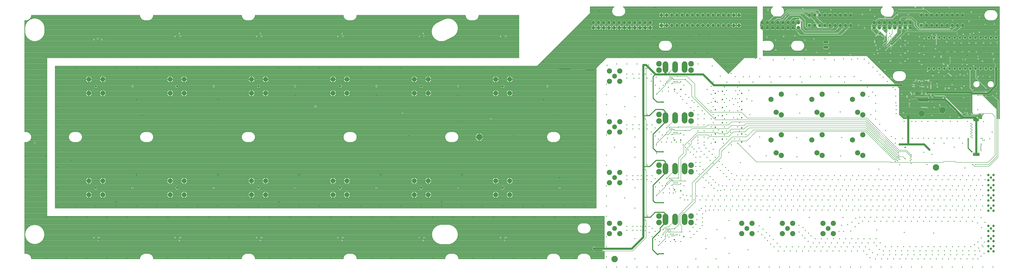
<source format=gbl>
G75*
%MOIN*%
%OFA0B0*%
%FSLAX25Y25*%
%IPPOS*%
%LPD*%
%AMOC8*
5,1,8,0,0,1.08239X$1,22.5*
%
%ADD10C,0.05315*%
%ADD11C,0.09449*%
%ADD12C,0.09300*%
%ADD13C,0.10050*%
%ADD14C,0.04724*%
%ADD15C,0.10925*%
%ADD16C,0.10925*%
%ADD17OC8,0.11811*%
%ADD18C,0.10124*%
%ADD19C,0.10000*%
%ADD20C,0.05700*%
%ADD21OC8,0.06496*%
%ADD22R,0.06496X0.06496*%
%ADD23OC8,0.06600*%
%ADD24C,0.05400*%
%ADD25C,0.01981*%
%ADD26C,0.02953*%
%ADD27C,0.00787*%
%ADD28C,0.02178*%
%ADD29C,0.03937*%
%ADD30C,0.01969*%
%ADD31C,0.00748*%
%ADD32C,0.05906*%
D10*
X0229106Y0217835D03*
X0386586Y0217835D03*
X0544066Y0217835D03*
X0701547Y0217835D03*
X0859027Y0217835D03*
X1016507Y0217835D03*
X1016507Y0414686D03*
X0859027Y0414686D03*
X0701547Y0414686D03*
X0544066Y0414686D03*
X0386586Y0414686D03*
X0229106Y0414686D03*
D11*
X0242610Y0428190D03*
X0215602Y0428190D03*
X0215602Y0401182D03*
X0242610Y0401182D03*
X0373082Y0401182D03*
X0400090Y0401182D03*
X0400090Y0428190D03*
X0373082Y0428190D03*
X0530563Y0428190D03*
X0557570Y0428190D03*
X0557570Y0401182D03*
X0530563Y0401182D03*
X0688043Y0401182D03*
X0715051Y0401182D03*
X0715051Y0428190D03*
X0688043Y0428190D03*
X0845523Y0428190D03*
X0872531Y0428190D03*
X0872531Y0401182D03*
X0845523Y0401182D03*
X1003003Y0401182D03*
X1030011Y0401182D03*
X1030011Y0428190D03*
X1003003Y0428190D03*
X1003003Y0231339D03*
X1030011Y0231339D03*
X1030011Y0204331D03*
X1003003Y0204331D03*
X0872531Y0204331D03*
X0845523Y0204331D03*
X0845523Y0231339D03*
X0872531Y0231339D03*
X0715051Y0231339D03*
X0688043Y0231339D03*
X0688043Y0204331D03*
X0715051Y0204331D03*
X0557570Y0204331D03*
X0530563Y0204331D03*
X0530563Y0231339D03*
X0557570Y0231339D03*
X0400090Y0231339D03*
X0373082Y0231339D03*
X0373082Y0204331D03*
X0400090Y0204331D03*
X0242610Y0204331D03*
X0215602Y0204331D03*
X0215602Y0231339D03*
X0242610Y0231339D03*
D12*
X1233043Y0237520D03*
X1233043Y0139095D03*
X1488948Y0139095D03*
X1567688Y0139095D03*
X1646429Y0139095D03*
X1233043Y0335946D03*
X1233043Y0434371D03*
D13*
X1243043Y0444371D03*
X1223043Y0444371D03*
X1223043Y0424371D03*
X1243043Y0424371D03*
X1243043Y0345946D03*
X1223043Y0345946D03*
X1223043Y0325946D03*
X1243043Y0325946D03*
X1243043Y0247520D03*
X1223043Y0247520D03*
X1223043Y0227520D03*
X1243043Y0227520D03*
X1243043Y0149095D03*
X1223043Y0149095D03*
X1223043Y0129095D03*
X1243043Y0129095D03*
X1478948Y0129095D03*
X1498948Y0129095D03*
X1557688Y0129095D03*
X1577688Y0129095D03*
X1577688Y0149095D03*
X1557688Y0149095D03*
X1498948Y0149095D03*
X1478948Y0149095D03*
X1636429Y0149095D03*
X1656429Y0149095D03*
X1656429Y0129095D03*
X1636429Y0129095D03*
D14*
X1956389Y0124410D03*
X1961389Y0119410D03*
X1956389Y0114410D03*
X1966389Y0114410D03*
X1966389Y0124410D03*
X1966389Y0134095D03*
X1961389Y0139095D03*
X1956389Y0134095D03*
X1956389Y0144095D03*
X1966389Y0144095D03*
X1966389Y0173465D03*
X1961389Y0178465D03*
X1956389Y0173465D03*
X1956389Y0183465D03*
X1966389Y0183465D03*
X1966389Y0193150D03*
X1961389Y0198150D03*
X1956389Y0193150D03*
X1956389Y0203150D03*
X1966389Y0203150D03*
X1966389Y0212835D03*
X1961389Y0217835D03*
X1956389Y0212835D03*
X1956389Y0222835D03*
X1966389Y0222835D03*
X1966389Y0232520D03*
X1961389Y0237520D03*
X1956389Y0232520D03*
X1956389Y0242520D03*
X1966389Y0242520D03*
X1966389Y0104725D03*
X1961389Y0099725D03*
X1956389Y0094725D03*
X1956389Y0104725D03*
X1966389Y0094725D03*
D15*
X1368476Y0151349D02*
X1368476Y0162274D01*
X1349972Y0162274D02*
X1349972Y0151349D01*
X1331468Y0151349D02*
X1331468Y0162274D01*
X1331468Y0249774D02*
X1331468Y0260700D01*
X1349972Y0260700D02*
X1349972Y0249774D01*
X1368476Y0249774D02*
X1368476Y0260700D01*
X1368476Y0348200D02*
X1368476Y0359125D01*
X1349972Y0359125D02*
X1349972Y0348200D01*
X1331468Y0348200D02*
X1331468Y0359125D01*
X1331468Y0446625D02*
X1331468Y0457550D01*
X1349972Y0457550D02*
X1349972Y0446625D01*
X1368476Y0446625D02*
X1368476Y0457550D01*
D16*
X1380976Y0458347D03*
X1380976Y0445828D03*
X1318968Y0445828D03*
X1318968Y0458347D03*
X1318968Y0359922D03*
X1318968Y0347402D03*
X1380976Y0347402D03*
X1380976Y0359922D03*
X1380976Y0261497D03*
X1380976Y0248977D03*
X1318968Y0248977D03*
X1318968Y0261497D03*
X1318968Y0163072D03*
X1318968Y0150552D03*
X1380976Y0150552D03*
X1380976Y0163072D03*
D17*
X1233043Y0079646D03*
X1855090Y0257206D03*
X1827531Y0361536D03*
X1867295Y0368229D03*
X0971232Y0316261D03*
D18*
X1555877Y0320513D03*
X1634618Y0320513D03*
X1713358Y0320513D03*
X1713358Y0359253D03*
X1634618Y0359253D03*
X1555877Y0359253D03*
X1555877Y0399253D03*
X1634618Y0399253D03*
X1713358Y0399253D03*
X1713358Y0280513D03*
X1634618Y0280513D03*
X1555877Y0280513D03*
D19*
X1545877Y0285513D03*
X1535877Y0310513D03*
X1614618Y0310513D03*
X1624618Y0285513D03*
X1703358Y0285513D03*
X1693358Y0310513D03*
X1703358Y0364253D03*
X1624618Y0364253D03*
X1614618Y0389253D03*
X1545877Y0364253D03*
X1535877Y0389253D03*
X1693358Y0389253D03*
D20*
X1841271Y0448859D03*
X1851271Y0448859D03*
X1861271Y0448859D03*
X1871271Y0448859D03*
X1881271Y0448859D03*
X1891271Y0448859D03*
X1901271Y0448859D03*
X1911271Y0448859D03*
X1921271Y0448859D03*
X1931271Y0448859D03*
X1941271Y0448859D03*
X1951271Y0448859D03*
X1961271Y0448859D03*
X1971271Y0448859D03*
X1971271Y0508859D03*
X1961271Y0508859D03*
X1951271Y0508859D03*
X1941271Y0508859D03*
X1931271Y0508859D03*
X1921271Y0508859D03*
X1911271Y0508859D03*
X1901271Y0508859D03*
X1891271Y0508859D03*
X1881271Y0508859D03*
X1871271Y0508859D03*
X1861271Y0508859D03*
X1851271Y0508859D03*
X1841271Y0508859D03*
D21*
X1836744Y0532796D03*
X1846744Y0532796D03*
X1856744Y0532796D03*
X1866744Y0532796D03*
X1876744Y0532796D03*
X1886744Y0532796D03*
X1896744Y0532796D03*
X1906744Y0532796D03*
X1906744Y0552796D03*
X1896744Y0552796D03*
X1886744Y0552796D03*
X1876744Y0552796D03*
X1866744Y0552796D03*
X1856744Y0552796D03*
X1846744Y0552796D03*
X1836744Y0552796D03*
X1826744Y0552796D03*
X1690011Y0552796D03*
X1680011Y0552796D03*
X1670011Y0552796D03*
X1660011Y0552796D03*
X1650011Y0552796D03*
X1640011Y0552796D03*
X1630011Y0552796D03*
X1620011Y0552796D03*
X1610011Y0552796D03*
X1620011Y0532796D03*
X1630011Y0532796D03*
X1640011Y0532796D03*
X1650011Y0532796D03*
X1660011Y0532796D03*
X1670011Y0532796D03*
X1680011Y0532796D03*
X1690011Y0532796D03*
X1473594Y0532796D03*
X1463594Y0532796D03*
X1453594Y0532796D03*
X1443594Y0532796D03*
X1433594Y0532796D03*
X1423594Y0532796D03*
X1413594Y0532796D03*
X1403594Y0532796D03*
X1393594Y0532796D03*
X1383594Y0532796D03*
X1373594Y0532796D03*
X1363594Y0532796D03*
X1353594Y0532796D03*
X1343594Y0532796D03*
X1333594Y0532796D03*
X1333594Y0552796D03*
X1323594Y0552796D03*
X1343594Y0552796D03*
X1353594Y0552796D03*
X1363594Y0552796D03*
X1373594Y0552796D03*
X1383594Y0552796D03*
X1393594Y0552796D03*
X1403594Y0552796D03*
X1413594Y0552796D03*
X1423594Y0552796D03*
X1433594Y0552796D03*
X1443594Y0552796D03*
X1453594Y0552796D03*
X1463594Y0552796D03*
X1473594Y0552796D03*
D22*
X1610011Y0532796D03*
X1826744Y0532796D03*
X1323594Y0532796D03*
D23*
X1302216Y0528190D03*
X1302216Y0538190D03*
X1292216Y0538190D03*
X1282216Y0538190D03*
X1272216Y0538190D03*
X1262216Y0538190D03*
X1252216Y0538190D03*
X1242216Y0538190D03*
X1232216Y0538190D03*
X1222216Y0538190D03*
X1212216Y0538190D03*
X1202216Y0538190D03*
X1192216Y0538190D03*
X1192216Y0528190D03*
X1202216Y0528190D03*
X1212216Y0528190D03*
X1222216Y0528190D03*
X1232216Y0528190D03*
X1242216Y0528190D03*
X1252216Y0528190D03*
X1262216Y0528190D03*
X1272216Y0528190D03*
X1282216Y0528190D03*
X1292216Y0528190D03*
X1518712Y0528190D03*
X1518712Y0538190D03*
X1528712Y0538190D03*
X1538712Y0538190D03*
X1548712Y0538190D03*
X1558712Y0538190D03*
X1568712Y0538190D03*
X1578712Y0538190D03*
X1588712Y0538190D03*
X1588712Y0528190D03*
X1578712Y0528190D03*
X1568712Y0528190D03*
X1558712Y0528190D03*
X1548712Y0528190D03*
X1538712Y0528190D03*
X1528712Y0528190D03*
X1735444Y0528190D03*
X1735444Y0538190D03*
X1745444Y0538190D03*
X1745444Y0528190D03*
X1755444Y0528190D03*
X1755444Y0538190D03*
X1765444Y0538190D03*
X1765444Y0528190D03*
X1775444Y0528190D03*
X1775444Y0538190D03*
X1785444Y0538190D03*
X1785444Y0528190D03*
X1795444Y0528190D03*
X1795444Y0538190D03*
X1805444Y0538190D03*
X1805444Y0528190D03*
D24*
X1644798Y0500276D02*
X1639398Y0500276D01*
X1639398Y0490276D02*
X1644798Y0490276D01*
D25*
X1624775Y0480040D03*
X1603122Y0485552D03*
X1601153Y0467835D03*
X1618870Y0465867D03*
X1640523Y0467835D03*
X1648791Y0478859D03*
X1675956Y0467835D03*
X1691704Y0466654D03*
X1703515Y0467835D03*
X1716114Y0467048D03*
X1735011Y0476103D03*
X1742492Y0478072D03*
X1740523Y0484765D03*
X1746429Y0486733D03*
X1752371Y0495038D03*
X1755090Y0492639D03*
X1760208Y0492639D03*
X1767295Y0495001D03*
X1768082Y0488308D03*
X1757452Y0484371D03*
X1767295Y0479253D03*
X1786980Y0475316D03*
X1795641Y0478859D03*
X1800759Y0483190D03*
X1795248Y0486339D03*
X1786980Y0491851D03*
X1795641Y0494607D03*
X1800759Y0498938D03*
X1795641Y0502757D03*
X1791311Y0500906D03*
X1786980Y0507599D03*
X1795248Y0511536D03*
X1801940Y0515867D03*
X1822807Y0510749D03*
X1826744Y0517442D03*
X1831862Y0507206D03*
X1847216Y0513898D03*
X1855484Y0514686D03*
X1875562Y0500906D03*
X1890129Y0498938D03*
X1904303Y0498544D03*
X1918870Y0498544D03*
X1932649Y0498544D03*
X1946822Y0498544D03*
X1960996Y0498544D03*
X1972807Y0499331D03*
X1941311Y0481615D03*
X1933594Y0482009D03*
X1927137Y0481221D03*
X1919303Y0482009D03*
X1912964Y0480434D03*
X1915720Y0474528D03*
X1905484Y0482009D03*
X1898791Y0480828D03*
X1891311Y0482009D03*
X1884618Y0480828D03*
X1877137Y0482009D03*
X1870444Y0480828D03*
X1861783Y0482009D03*
X1854303Y0487520D03*
X1855484Y0496576D03*
X1831468Y0498702D03*
X1831468Y0491457D03*
X1826744Y0486339D03*
X1822807Y0479253D03*
X1831468Y0475709D03*
X1831074Y0467048D03*
X1822807Y0463505D03*
X1827137Y0456418D03*
X1838948Y0443426D03*
X1849578Y0439489D03*
X1849185Y0434765D03*
X1860602Y0441064D03*
X1879106Y0439095D03*
X1881862Y0437520D03*
X1884224Y0435158D03*
X1894066Y0433977D03*
X1901547Y0437914D03*
X1909421Y0434765D03*
X1916114Y0438702D03*
X1936192Y0433190D03*
X1946035Y0433977D03*
X1959421Y0432796D03*
X1909421Y0425316D03*
X1909421Y0415867D03*
X1904303Y0412324D03*
X1905090Y0409961D03*
X1892492Y0409568D03*
X1886586Y0417048D03*
X1881074Y0411536D03*
X1878712Y0410749D03*
X1873384Y0411930D03*
X1873017Y0409174D03*
X1857452Y0413111D03*
X1857059Y0420198D03*
X1856665Y0425316D03*
X1845248Y0422954D03*
X1845641Y0419017D03*
X1844854Y0415080D03*
X1844854Y0411536D03*
X1838948Y0413505D03*
X1831704Y0414174D03*
X1828318Y0414174D03*
X1824342Y0414135D03*
X1828318Y0418623D03*
X1829303Y0424922D03*
X1825562Y0424922D03*
X1822413Y0426497D03*
X1820051Y0424922D03*
X1817295Y0427678D03*
X1815326Y0424922D03*
X1811783Y0423347D03*
X1812570Y0418229D03*
X1809027Y0418623D03*
X1810208Y0414095D03*
X1813358Y0414135D03*
X1806271Y0402087D03*
X1808240Y0399725D03*
X1807846Y0395788D03*
X1807846Y0392245D03*
X1803122Y0388308D03*
X1798791Y0392639D03*
X1798791Y0396182D03*
X1788161Y0398938D03*
X1777137Y0395788D03*
X1776350Y0408387D03*
X1771625Y0412324D03*
X1760602Y0424135D03*
X1768476Y0430434D03*
X1752728Y0432009D03*
X1746822Y0437127D03*
X1740917Y0443820D03*
X1733043Y0451694D03*
X1725169Y0459568D03*
X1744854Y0461930D03*
X1767295Y0463505D03*
X1786980Y0459961D03*
X1795641Y0463111D03*
X1800759Y0467442D03*
X1795248Y0470788D03*
X1852334Y0472166D03*
X1865326Y0473137D03*
X1865326Y0470408D03*
X1873200Y0467835D03*
X1882217Y0469706D03*
X1882354Y0465375D03*
X1876744Y0456024D03*
X1870737Y0456711D03*
X1868970Y0458487D03*
X1905877Y0457599D03*
X1907059Y0466654D03*
X1912570Y0466654D03*
X1915326Y0457206D03*
X1927925Y0454056D03*
X1944854Y0463111D03*
X1936980Y0467048D03*
X1936980Y0472954D03*
X1958240Y0477678D03*
X1964933Y0477284D03*
X1972807Y0477678D03*
X1966507Y0467835D03*
X1966440Y0463898D03*
X1871232Y0433977D03*
X1886586Y0426497D03*
X1841661Y0427328D03*
X1840523Y0424922D03*
X1838161Y0426497D03*
X1834618Y0425709D03*
X1827925Y0406024D03*
X1828318Y0401694D03*
X1827925Y0399331D03*
X1820838Y0391851D03*
X1821625Y0388702D03*
X1815326Y0392245D03*
X1812964Y0400119D03*
X1831468Y0388308D03*
X1834224Y0388702D03*
X1835799Y0391457D03*
X1844854Y0397757D03*
X1848003Y0393820D03*
X1852334Y0397363D03*
X1868870Y0392639D03*
X1848397Y0383977D03*
X1862177Y0378072D03*
X1851547Y0373741D03*
X1838161Y0372954D03*
X1835405Y0373347D03*
X1832649Y0373347D03*
X1829500Y0373347D03*
X1826744Y0373347D03*
X1803515Y0375316D03*
X1803515Y0380434D03*
X1777925Y0377284D03*
X1777531Y0382796D03*
X1777925Y0369410D03*
X1792098Y0363505D03*
X1796035Y0355631D03*
X1777925Y0361536D03*
X1793279Y0346576D03*
X1808240Y0346576D03*
X1816114Y0346576D03*
X1827531Y0346576D03*
X1839342Y0346576D03*
X1855090Y0346576D03*
X1868082Y0346969D03*
X1882649Y0346576D03*
X1896429Y0346576D03*
X1899578Y0354450D03*
X1905484Y0361536D03*
X1911389Y0363898D03*
X1915720Y0363505D03*
X1917295Y0359961D03*
X1914145Y0359961D03*
X1923043Y0360980D03*
X1925956Y0361930D03*
X1935405Y0355237D03*
X1943673Y0359568D03*
X1935799Y0369410D03*
X1913358Y0370591D03*
X1882649Y0355631D03*
X1916114Y0346576D03*
X1922807Y0342639D03*
X1924775Y0340276D03*
X1922807Y0337520D03*
X1924775Y0335158D03*
X1922807Y0332402D03*
X1924775Y0330040D03*
X1922807Y0327284D03*
X1924775Y0324922D03*
X1922807Y0322560D03*
X1924775Y0319804D03*
X1922807Y0317442D03*
X1924775Y0315080D03*
X1942308Y0313679D03*
X1944801Y0313505D03*
X1945843Y0310355D03*
X1948809Y0310355D03*
X1942272Y0302665D03*
X1942232Y0300211D03*
X1941878Y0297546D03*
X1941878Y0295093D03*
X1942124Y0292428D03*
X1942124Y0290014D03*
X1906271Y0304450D03*
X1899972Y0314292D03*
X1888161Y0313898D03*
X1876350Y0313898D03*
X1870838Y0304450D03*
X1864933Y0313898D03*
X1853122Y0313898D03*
X1851153Y0304450D03*
X1840523Y0313505D03*
X1831074Y0313898D03*
X1820838Y0313505D03*
X1809027Y0313505D03*
X1790523Y0313505D03*
X1776350Y0313111D03*
X1768870Y0317442D03*
X1776350Y0304450D03*
X1784618Y0302087D03*
X1782649Y0285158D03*
X1783043Y0280991D03*
X1783043Y0276497D03*
X1785011Y0273347D03*
X1780681Y0269922D03*
X1776350Y0269002D03*
X1784618Y0262633D03*
X1795248Y0274135D03*
X1805877Y0275316D03*
X1807059Y0278072D03*
X1807059Y0281221D03*
X1807059Y0272560D03*
X1805484Y0270198D03*
X1807059Y0265080D03*
X1837767Y0263111D03*
X1847216Y0282796D03*
X1842492Y0291542D03*
X1831468Y0286733D03*
X1827137Y0302087D03*
X1890523Y0296576D03*
X1959027Y0313111D03*
X1963751Y0325709D03*
X1947216Y0346182D03*
X1846822Y0357993D03*
X1757059Y0329253D03*
X1746035Y0341064D03*
X1738555Y0350906D03*
X1729106Y0359568D03*
X1738555Y0366654D03*
X1738555Y0381221D03*
X1738161Y0396576D03*
X1732649Y0403269D03*
X1725169Y0395001D03*
X1722019Y0413111D03*
X1709814Y0426103D03*
X1696822Y0433583D03*
X1679106Y0433190D03*
X1677925Y0422560D03*
X1667295Y0433190D03*
X1651547Y0433190D03*
X1631862Y0433190D03*
X1612177Y0433190D03*
X1592492Y0433190D03*
X1595248Y0422560D03*
X1572807Y0433190D03*
X1553122Y0433190D03*
X1533437Y0433190D03*
X1536192Y0422560D03*
X1513751Y0433190D03*
X1500759Y0422560D03*
X1494066Y0433190D03*
X1482255Y0433190D03*
X1474381Y0422954D03*
X1466507Y0433190D03*
X1458240Y0439489D03*
X1437767Y0434371D03*
X1450366Y0422560D03*
X1423988Y0422993D03*
X1420051Y0414686D03*
X1412177Y0408780D03*
X1423988Y0406812D03*
X1420051Y0398938D03*
X1423988Y0391064D03*
X1420051Y0383190D03*
X1414145Y0381221D03*
X1423988Y0375316D03*
X1431862Y0383190D03*
X1445641Y0383190D03*
X1449578Y0391064D03*
X1455484Y0387127D03*
X1461389Y0391064D03*
X1467295Y0390276D03*
X1475169Y0391064D03*
X1471232Y0398938D03*
X1467295Y0406024D03*
X1475169Y0406812D03*
X1471232Y0413077D03*
X1492885Y0406812D03*
X1488948Y0390276D03*
X1498791Y0386339D03*
X1474775Y0375316D03*
X1471232Y0383190D03*
X1463358Y0379253D03*
X1449578Y0375316D03*
X1445641Y0367442D03*
X1449578Y0359568D03*
X1445641Y0351694D03*
X1449578Y0343820D03*
X1445641Y0335946D03*
X1433830Y0330040D03*
X1423988Y0328072D03*
X1420051Y0320198D03*
X1414145Y0314292D03*
X1406271Y0316261D03*
X1406271Y0328072D03*
X1394460Y0328072D03*
X1394460Y0316261D03*
X1394460Y0310355D03*
X1394460Y0304450D03*
X1406271Y0306418D03*
X1406271Y0300513D03*
X1410208Y0294607D03*
X1416114Y0288702D03*
X1422019Y0282796D03*
X1427925Y0276891D03*
X1418082Y0270985D03*
X1412177Y0276891D03*
X1406271Y0282796D03*
X1400366Y0288702D03*
X1396822Y0295001D03*
X1391704Y0287520D03*
X1386625Y0292914D03*
X1383043Y0296969D03*
X1377137Y0303269D03*
X1370444Y0296182D03*
X1365720Y0300906D03*
X1360996Y0306418D03*
X1352728Y0306812D03*
X1347216Y0314292D03*
X1344066Y0320985D03*
X1348003Y0325316D03*
X1348115Y0330428D03*
X1343673Y0330434D03*
X1339342Y0333977D03*
X1333830Y0333977D03*
X1333830Y0324135D03*
X1331468Y0320985D03*
X1325563Y0320198D03*
X1319657Y0326103D03*
X1311783Y0318229D03*
X1317688Y0312324D03*
X1323594Y0306418D03*
X1333437Y0306418D03*
X1335405Y0314292D03*
X1343279Y0306418D03*
X1314145Y0300513D03*
X1314539Y0284765D03*
X1375169Y0291457D03*
X1379893Y0287127D03*
X1385799Y0282402D03*
X1390523Y0276891D03*
X1398397Y0277678D03*
X1398397Y0267048D03*
X1390523Y0267048D03*
X1390523Y0259174D03*
X1398397Y0259174D03*
X1404303Y0253269D03*
X1412177Y0245394D03*
X1418082Y0239489D03*
X1423594Y0233583D03*
X1428318Y0228465D03*
X1434618Y0223347D03*
X1442098Y0221772D03*
X1449578Y0221772D03*
X1445641Y0213898D03*
X1438555Y0212717D03*
X1432255Y0212324D03*
X1425562Y0216654D03*
X1420444Y0222954D03*
X1415326Y0227284D03*
X1410208Y0232402D03*
X1404303Y0237520D03*
X1397216Y0244607D03*
X1392098Y0250513D03*
X1423988Y0265080D03*
X1431862Y0257206D03*
X1437767Y0251300D03*
X1443673Y0245394D03*
X1449578Y0239489D03*
X1455484Y0233583D03*
X1465326Y0233583D03*
X1469263Y0241457D03*
X1459421Y0245394D03*
X1453515Y0251300D03*
X1447610Y0257206D03*
X1441704Y0263111D03*
X1435799Y0269017D03*
X1476744Y0266654D03*
X1453909Y0286733D03*
X1423988Y0292639D03*
X1420051Y0304450D03*
X1423988Y0312324D03*
X1443673Y0304450D03*
X1449578Y0312324D03*
X1445641Y0320198D03*
X1449578Y0328072D03*
X1457846Y0325709D03*
X1471232Y0320198D03*
X1474775Y0328072D03*
X1486980Y0320985D03*
X1475169Y0312324D03*
X1471232Y0304450D03*
X1465326Y0312717D03*
X1459027Y0300906D03*
X1494854Y0298544D03*
X1513751Y0316261D03*
X1471232Y0335946D03*
X1474775Y0343820D03*
X1471232Y0351694D03*
X1463358Y0353662D03*
X1475169Y0359568D03*
X1471232Y0367442D03*
X1455484Y0367442D03*
X1433830Y0357599D03*
X1423918Y0359498D03*
X1420120Y0367511D03*
X1407059Y0361143D03*
X1402334Y0367442D03*
X1394460Y0359568D03*
X1394460Y0351694D03*
X1406271Y0351694D03*
X1420051Y0351300D03*
X1423988Y0343820D03*
X1420051Y0335946D03*
X1405917Y0339607D03*
X1394460Y0339883D03*
X1369657Y0328859D03*
X1360996Y0323741D03*
X1354303Y0325316D03*
X1356271Y0335158D03*
X1366901Y0320198D03*
X1311783Y0333977D03*
X1305877Y0339883D03*
X1296035Y0339883D03*
X1296035Y0332009D03*
X1303909Y0326103D03*
X1280287Y0332009D03*
X1280287Y0339883D03*
X1268476Y0339883D03*
X1268476Y0332009D03*
X1256665Y0332009D03*
X1256665Y0339883D03*
X1292576Y0351300D03*
X1296035Y0359961D03*
X1272413Y0355631D03*
X1217295Y0359568D03*
X1217295Y0379253D03*
X1189736Y0387127D03*
X1217295Y0398938D03*
X1272413Y0395001D03*
X1252728Y0375316D03*
X1315326Y0383977D03*
X1314539Y0399331D03*
X1325563Y0404843D03*
X1319657Y0410749D03*
X1327531Y0416654D03*
X1331468Y0419410D03*
X1333830Y0422954D03*
X1344066Y0419804D03*
X1348003Y0424135D03*
X1346429Y0428465D03*
X1343673Y0429253D03*
X1339736Y0432796D03*
X1354696Y0433583D03*
X1354303Y0424135D03*
X1360996Y0423347D03*
X1366901Y0416654D03*
X1337374Y0412717D03*
X1337374Y0404843D03*
X1349185Y0404843D03*
X1353909Y0401300D03*
X1360996Y0395001D03*
X1364933Y0389095D03*
X1370838Y0398938D03*
X1376744Y0393032D03*
X1382649Y0387127D03*
X1386586Y0383190D03*
X1394460Y0375316D03*
X1380681Y0373347D03*
X1386586Y0367442D03*
X1372807Y0381221D03*
X1433830Y0404843D03*
X1445641Y0398938D03*
X1449578Y0406812D03*
X1445641Y0413156D03*
X1370051Y0428072D03*
X1338555Y0441064D03*
X1313751Y0432402D03*
X1321625Y0424528D03*
X1311783Y0416654D03*
X1303909Y0424528D03*
X1296035Y0430434D03*
X1292295Y0438308D03*
X1303909Y0438308D03*
X1280287Y0438308D03*
X1280287Y0430434D03*
X1270444Y0430434D03*
X1268476Y0438308D03*
X1256665Y0438308D03*
X1256665Y0430434D03*
X1217295Y0418623D03*
X1189736Y0434371D03*
X1134618Y0434371D03*
X1095248Y0461930D03*
X1055877Y0450119D03*
X1016507Y0450119D03*
X0977137Y0450119D03*
X0937767Y0450119D03*
X0898397Y0450119D03*
X0859027Y0450119D03*
X0819657Y0450119D03*
X0780287Y0450119D03*
X0740917Y0450119D03*
X0701547Y0450119D03*
X0662177Y0450119D03*
X0622807Y0450119D03*
X0583437Y0450119D03*
X0544066Y0450119D03*
X0504696Y0450119D03*
X0465326Y0450119D03*
X0425956Y0450119D03*
X0386586Y0450119D03*
X0347216Y0450119D03*
X0307846Y0450119D03*
X0268476Y0450119D03*
X0229106Y0450119D03*
X0189736Y0450119D03*
X0154303Y0450119D03*
X0132649Y0436339D03*
X0093279Y0436339D03*
X0154303Y0414686D03*
X0132649Y0396969D03*
X0093279Y0396969D03*
X0154303Y0375316D03*
X0132649Y0357599D03*
X0093279Y0357599D03*
X0154303Y0335946D03*
X0184224Y0354843D03*
X0132649Y0318229D03*
X0154303Y0296576D03*
X0132649Y0278859D03*
X0093279Y0278859D03*
X0154303Y0257206D03*
X0181468Y0270985D03*
X0132649Y0239489D03*
X0093279Y0239489D03*
X0154303Y0217835D03*
X0132649Y0200119D03*
X0093279Y0200119D03*
X0154303Y0182402D03*
X0189736Y0182402D03*
X0229106Y0182402D03*
X0268476Y0182402D03*
X0307846Y0182402D03*
X0347216Y0182402D03*
X0386586Y0182402D03*
X0425956Y0182402D03*
X0465326Y0182402D03*
X0504696Y0182402D03*
X0544066Y0182402D03*
X0583437Y0182402D03*
X0622807Y0182402D03*
X0662177Y0182402D03*
X0701547Y0182402D03*
X0740917Y0182402D03*
X0780287Y0182402D03*
X0819657Y0182402D03*
X0859027Y0182402D03*
X0898397Y0182402D03*
X0937767Y0182402D03*
X0977137Y0182402D03*
X1016507Y0182402D03*
X1055877Y0182402D03*
X1095248Y0182402D03*
X1134618Y0182402D03*
X1173988Y0182402D03*
X1189736Y0194213D03*
X1217295Y0202087D03*
X1252728Y0198150D03*
X1272413Y0178465D03*
X1217295Y0182402D03*
X1217295Y0162717D03*
X1195641Y0160749D03*
X1156271Y0160749D03*
X1116901Y0160749D03*
X1077531Y0160749D03*
X1038161Y0160749D03*
X0998791Y0160749D03*
X0959421Y0160749D03*
X0920051Y0160749D03*
X0880681Y0160749D03*
X0841311Y0160749D03*
X0801940Y0160749D03*
X0762570Y0160749D03*
X0723200Y0160749D03*
X0683830Y0160749D03*
X0644460Y0160749D03*
X0605090Y0160749D03*
X0565720Y0160749D03*
X0526350Y0160749D03*
X0486980Y0160749D03*
X0447610Y0160749D03*
X0408240Y0160749D03*
X0368870Y0160749D03*
X0329500Y0160749D03*
X0290129Y0160749D03*
X0250759Y0160749D03*
X0211389Y0160749D03*
X0172019Y0160749D03*
X0132649Y0160749D03*
X0093279Y0160749D03*
X0225169Y0121379D03*
X0233043Y0115473D03*
X0250759Y0082009D03*
X0211389Y0082009D03*
X0172019Y0082009D03*
X0132649Y0082009D03*
X0093279Y0109568D03*
X0290129Y0082009D03*
X0368870Y0082009D03*
X0408240Y0082009D03*
X0447610Y0082009D03*
X0486980Y0082009D03*
X0565720Y0082009D03*
X0605090Y0082009D03*
X0644460Y0082009D03*
X0683830Y0082009D03*
X0762570Y0082009D03*
X0801940Y0082009D03*
X0841311Y0082009D03*
X0880681Y0082009D03*
X0959421Y0082009D03*
X0998791Y0082009D03*
X1038161Y0082009D03*
X1077531Y0082009D03*
X1156271Y0082009D03*
X1210208Y0095394D03*
X1217295Y0103662D03*
X1217295Y0083977D03*
X1272413Y0080040D03*
X1276350Y0064292D03*
X1296035Y0064292D03*
X1315720Y0064292D03*
X1335405Y0064292D03*
X1355090Y0064292D03*
X1374775Y0064292D03*
X1394460Y0064292D03*
X1414145Y0064292D03*
X1433830Y0064292D03*
X1453515Y0064292D03*
X1473200Y0064292D03*
X1492885Y0064292D03*
X1512570Y0064292D03*
X1532255Y0064292D03*
X1551940Y0064292D03*
X1571625Y0064292D03*
X1591311Y0064292D03*
X1610996Y0064292D03*
X1630681Y0064292D03*
X1650366Y0064292D03*
X1670051Y0064292D03*
X1689736Y0064292D03*
X1709421Y0064292D03*
X1729106Y0064292D03*
X1748791Y0064292D03*
X1768476Y0064292D03*
X1788161Y0064292D03*
X1807846Y0064292D03*
X1827531Y0064292D03*
X1847216Y0064292D03*
X1866901Y0064292D03*
X1886586Y0064292D03*
X1906271Y0064292D03*
X1925956Y0064292D03*
X1945641Y0064292D03*
X1965326Y0064292D03*
X1942492Y0085158D03*
X1948003Y0090670D03*
X1939342Y0095394D03*
X1937767Y0100906D03*
X1944460Y0106418D03*
X1946035Y0103662D03*
X1929500Y0107206D03*
X1922413Y0103662D03*
X1918476Y0095788D03*
X1918870Y0087914D03*
X1914933Y0080040D03*
X1907059Y0087914D03*
X1906665Y0095788D03*
X1910602Y0103662D03*
X1898791Y0103662D03*
X1894854Y0095788D03*
X1895248Y0087914D03*
X1891311Y0080040D03*
X1883437Y0087914D03*
X1883043Y0095788D03*
X1886980Y0103662D03*
X1875169Y0103662D03*
X1871232Y0095788D03*
X1871625Y0087914D03*
X1867688Y0080040D03*
X1859814Y0087914D03*
X1859421Y0095788D03*
X1863358Y0103662D03*
X1851547Y0103662D03*
X1847610Y0095788D03*
X1848003Y0087914D03*
X1844066Y0080040D03*
X1836192Y0087914D03*
X1835799Y0095788D03*
X1839736Y0103662D03*
X1827925Y0103662D03*
X1823988Y0095788D03*
X1824381Y0087914D03*
X1820444Y0080040D03*
X1812570Y0087914D03*
X1812177Y0095788D03*
X1816114Y0103662D03*
X1804303Y0103662D03*
X1800366Y0095788D03*
X1800759Y0087914D03*
X1796822Y0080040D03*
X1788948Y0087914D03*
X1788555Y0095788D03*
X1792492Y0103662D03*
X1780681Y0103662D03*
X1776744Y0095788D03*
X1777137Y0087914D03*
X1773200Y0080040D03*
X1765326Y0087914D03*
X1764933Y0095788D03*
X1768870Y0103662D03*
X1757059Y0103662D03*
X1753122Y0095788D03*
X1753515Y0087914D03*
X1749578Y0080040D03*
X1741704Y0087914D03*
X1737767Y0080040D03*
X1727531Y0082402D03*
X1721232Y0088702D03*
X1714933Y0095394D03*
X1718870Y0103269D03*
X1725956Y0098150D03*
X1732255Y0091851D03*
X1745248Y0098150D03*
X1740129Y0105237D03*
X1735405Y0111143D03*
X1723594Y0111143D03*
X1711783Y0111143D03*
X1707059Y0103269D03*
X1703122Y0095394D03*
X1695248Y0103269D03*
X1691311Y0095394D03*
X1683437Y0103269D03*
X1679500Y0095394D03*
X1671625Y0103269D03*
X1667688Y0095394D03*
X1659814Y0103269D03*
X1655877Y0095394D03*
X1648003Y0103269D03*
X1644066Y0095394D03*
X1636192Y0103269D03*
X1632255Y0095394D03*
X1624381Y0103269D03*
X1620444Y0095394D03*
X1612570Y0103269D03*
X1608633Y0095394D03*
X1600759Y0103269D03*
X1596822Y0095394D03*
X1588948Y0103269D03*
X1585011Y0095394D03*
X1577137Y0103269D03*
X1573200Y0095394D03*
X1565326Y0103269D03*
X1561389Y0095394D03*
X1553515Y0103269D03*
X1549578Y0095394D03*
X1541704Y0103269D03*
X1535011Y0108780D03*
X1529106Y0115473D03*
X1523988Y0120985D03*
X1518082Y0126497D03*
X1510602Y0132796D03*
X1520444Y0137520D03*
X1527137Y0130828D03*
X1533043Y0124528D03*
X1540129Y0117442D03*
X1547610Y0110355D03*
X1596822Y0125709D03*
X1601547Y0120198D03*
X1607846Y0113898D03*
X1617295Y0111143D03*
X1629106Y0111143D03*
X1640917Y0111143D03*
X1652728Y0111143D03*
X1664539Y0111143D03*
X1676350Y0111143D03*
X1688161Y0111143D03*
X1699972Y0111143D03*
X1703909Y0119017D03*
X1715720Y0119017D03*
X1727531Y0119017D03*
X1739342Y0119017D03*
X1747216Y0111143D03*
X1793673Y0131221D03*
X1740523Y0135946D03*
X1705877Y0148938D03*
X1712964Y0152875D03*
X1716901Y0160749D03*
X1707452Y0160749D03*
X1699578Y0158780D03*
X1692492Y0151300D03*
X1684224Y0146182D03*
X1672413Y0145001D03*
X1698791Y0142245D03*
X1690129Y0133977D03*
X1676350Y0133190D03*
X1667295Y0133190D03*
X1668476Y0119017D03*
X1680287Y0119017D03*
X1692098Y0119017D03*
X1656665Y0119017D03*
X1644854Y0119017D03*
X1633043Y0119017D03*
X1621232Y0119017D03*
X1612964Y0124528D03*
X1608240Y0130040D03*
X1602334Y0135158D03*
X1597610Y0141064D03*
X1589736Y0145001D03*
X1590129Y0132009D03*
X1609814Y0160355D03*
X1610996Y0174528D03*
X1614933Y0182402D03*
X1622807Y0174528D03*
X1626744Y0182402D03*
X1634618Y0174528D03*
X1638555Y0182402D03*
X1646429Y0174528D03*
X1650366Y0182402D03*
X1658240Y0174528D03*
X1662177Y0182402D03*
X1670051Y0174528D03*
X1673988Y0182402D03*
X1681862Y0174528D03*
X1685799Y0182402D03*
X1693673Y0174528D03*
X1697610Y0182402D03*
X1705484Y0174528D03*
X1709421Y0182402D03*
X1717295Y0174528D03*
X1721232Y0182402D03*
X1729106Y0174528D03*
X1733043Y0182402D03*
X1740917Y0174528D03*
X1744854Y0182402D03*
X1752728Y0174528D03*
X1756665Y0182402D03*
X1764539Y0174528D03*
X1768476Y0182402D03*
X1776350Y0174528D03*
X1780287Y0182402D03*
X1788161Y0174528D03*
X1792098Y0182402D03*
X1799972Y0174528D03*
X1803909Y0182402D03*
X1811783Y0174528D03*
X1815720Y0182402D03*
X1823594Y0174528D03*
X1827531Y0182402D03*
X1835405Y0174528D03*
X1839342Y0182402D03*
X1847216Y0174528D03*
X1851153Y0182402D03*
X1859027Y0174528D03*
X1862964Y0182402D03*
X1870838Y0174528D03*
X1874775Y0182402D03*
X1882649Y0174528D03*
X1886586Y0182402D03*
X1894460Y0174528D03*
X1898397Y0182402D03*
X1906271Y0174528D03*
X1910208Y0182402D03*
X1918082Y0174528D03*
X1922019Y0182402D03*
X1929893Y0174528D03*
X1933437Y0182796D03*
X1941311Y0174922D03*
X1945248Y0182796D03*
X1941311Y0194607D03*
X1945248Y0202481D03*
X1933437Y0202481D03*
X1929893Y0194213D03*
X1922019Y0202087D03*
X1918082Y0194213D03*
X1910208Y0202087D03*
X1906271Y0194213D03*
X1898397Y0202087D03*
X1894460Y0194213D03*
X1886586Y0202087D03*
X1882649Y0194213D03*
X1874775Y0202087D03*
X1870838Y0194213D03*
X1862964Y0202087D03*
X1859027Y0194213D03*
X1851153Y0202087D03*
X1847216Y0194213D03*
X1839342Y0202087D03*
X1835405Y0194213D03*
X1827531Y0202087D03*
X1823594Y0194213D03*
X1815720Y0202087D03*
X1811783Y0194213D03*
X1803909Y0202087D03*
X1799972Y0194213D03*
X1792098Y0202087D03*
X1788161Y0194213D03*
X1780287Y0202087D03*
X1776350Y0194213D03*
X1768476Y0202087D03*
X1764539Y0194213D03*
X1756665Y0202087D03*
X1752728Y0194213D03*
X1744854Y0202087D03*
X1740917Y0194213D03*
X1733043Y0202087D03*
X1729106Y0194213D03*
X1721232Y0202087D03*
X1717295Y0194213D03*
X1709421Y0202087D03*
X1705484Y0194213D03*
X1697610Y0202087D03*
X1693673Y0194213D03*
X1685799Y0202087D03*
X1681862Y0194213D03*
X1673988Y0202087D03*
X1670051Y0194213D03*
X1662177Y0202087D03*
X1658240Y0194213D03*
X1650366Y0202087D03*
X1646429Y0194213D03*
X1638555Y0202087D03*
X1634618Y0194213D03*
X1626744Y0202087D03*
X1622807Y0194213D03*
X1614933Y0202087D03*
X1610996Y0194213D03*
X1603122Y0202087D03*
X1599185Y0194213D03*
X1591311Y0202087D03*
X1587374Y0194213D03*
X1579500Y0202087D03*
X1575562Y0194213D03*
X1567688Y0202087D03*
X1563751Y0194213D03*
X1555877Y0202087D03*
X1551940Y0194213D03*
X1544066Y0202087D03*
X1540129Y0194213D03*
X1532255Y0202087D03*
X1528318Y0194213D03*
X1520444Y0202087D03*
X1516507Y0194213D03*
X1508633Y0202087D03*
X1504696Y0194213D03*
X1496822Y0202087D03*
X1492885Y0194213D03*
X1485011Y0202087D03*
X1481074Y0194213D03*
X1473200Y0202087D03*
X1469263Y0194213D03*
X1461389Y0202087D03*
X1457452Y0194213D03*
X1449578Y0202087D03*
X1445641Y0194213D03*
X1437767Y0202087D03*
X1433830Y0194213D03*
X1425956Y0202087D03*
X1422019Y0194213D03*
X1414145Y0202087D03*
X1410208Y0194213D03*
X1402334Y0202087D03*
X1398397Y0194213D03*
X1392492Y0202087D03*
X1386586Y0194213D03*
X1380681Y0202087D03*
X1372413Y0202481D03*
X1365720Y0204450D03*
X1360208Y0198150D03*
X1368870Y0194213D03*
X1374775Y0194213D03*
X1351153Y0209961D03*
X1346822Y0207599D03*
X1339342Y0207993D03*
X1339342Y0215867D03*
X1347216Y0217048D03*
X1344066Y0222560D03*
X1348003Y0227284D03*
X1345641Y0230821D03*
X1343279Y0232402D03*
X1339342Y0235552D03*
X1333830Y0235946D03*
X1333830Y0226103D03*
X1331468Y0222166D03*
X1325563Y0221772D03*
X1319657Y0227678D03*
X1311783Y0235552D03*
X1305877Y0241457D03*
X1296035Y0241457D03*
X1296035Y0233583D03*
X1303909Y0229646D03*
X1311783Y0219804D03*
X1319657Y0211930D03*
X1327531Y0207993D03*
X1314145Y0202481D03*
X1314933Y0189095D03*
X1392492Y0166654D03*
X1396822Y0174135D03*
X1401153Y0178072D03*
X1409027Y0182402D03*
X1418476Y0182402D03*
X1416507Y0174528D03*
X1409421Y0172954D03*
X1403515Y0167442D03*
X1403122Y0159568D03*
X1403122Y0151300D03*
X1392098Y0156024D03*
X1390523Y0146969D03*
X1384618Y0141064D03*
X1378712Y0133190D03*
X1386586Y0127284D03*
X1380681Y0121379D03*
X1360996Y0113505D03*
X1351153Y0113505D03*
X1341311Y0113505D03*
X1338555Y0122166D03*
X1335405Y0126103D03*
X1331468Y0124135D03*
X1326744Y0126497D03*
X1323594Y0121379D03*
X1317688Y0125316D03*
X1311783Y0133190D03*
X1305877Y0139095D03*
X1299972Y0143032D03*
X1292295Y0142993D03*
X1292295Y0135119D03*
X1284224Y0135158D03*
X1276350Y0135158D03*
X1268476Y0135158D03*
X1268476Y0143032D03*
X1276350Y0143032D03*
X1284224Y0143032D03*
X1256665Y0143032D03*
X1256665Y0135158D03*
X1272413Y0119410D03*
X1299972Y0131221D03*
X1305877Y0123347D03*
X1311783Y0117442D03*
X1319657Y0113505D03*
X1318082Y0106024D03*
X1331468Y0113505D03*
X1344066Y0124528D03*
X1340917Y0128072D03*
X1338161Y0132009D03*
X1336586Y0134765D03*
X1332255Y0138308D03*
X1326744Y0136733D03*
X1347216Y0128072D03*
X1353909Y0126497D03*
X1359027Y0126103D03*
X1362964Y0132009D03*
X1349185Y0138308D03*
X1392492Y0133190D03*
X1398397Y0139095D03*
X1402728Y0144607D03*
X1431074Y0136733D03*
X1446822Y0120591D03*
X1410208Y0119410D03*
X1410208Y0099725D03*
X1454696Y0090670D03*
X1429893Y0080040D03*
X1390523Y0080040D03*
X1316429Y0087993D03*
X1256665Y0064292D03*
X1236980Y0064292D03*
X1217295Y0064292D03*
X1217295Y0123347D03*
X1292885Y0154843D03*
X1296035Y0163111D03*
X1424775Y0174528D03*
X1427925Y0182402D03*
X1433830Y0174528D03*
X1437767Y0182402D03*
X1445641Y0174528D03*
X1449578Y0182402D03*
X1457452Y0174528D03*
X1461389Y0182402D03*
X1469263Y0174528D03*
X1473200Y0182402D03*
X1481074Y0174528D03*
X1485011Y0182402D03*
X1492885Y0174528D03*
X1496822Y0182402D03*
X1504696Y0174528D03*
X1508633Y0182402D03*
X1516507Y0174528D03*
X1520444Y0182402D03*
X1528318Y0174528D03*
X1532255Y0182402D03*
X1540129Y0174528D03*
X1544066Y0182402D03*
X1551940Y0174528D03*
X1555877Y0182402D03*
X1563751Y0174528D03*
X1567688Y0182402D03*
X1575562Y0174528D03*
X1579500Y0182402D03*
X1587374Y0174528D03*
X1591311Y0182402D03*
X1599185Y0174528D03*
X1603122Y0182402D03*
X1675169Y0160355D03*
X1724775Y0152875D03*
X1728712Y0160749D03*
X1736586Y0152875D03*
X1740523Y0160749D03*
X1748397Y0152875D03*
X1752334Y0160749D03*
X1760208Y0152875D03*
X1764145Y0160749D03*
X1772019Y0152875D03*
X1775956Y0160749D03*
X1783830Y0152875D03*
X1787767Y0160749D03*
X1795641Y0152875D03*
X1799578Y0160749D03*
X1807452Y0152875D03*
X1811389Y0160749D03*
X1819263Y0152875D03*
X1823200Y0160749D03*
X1831074Y0152875D03*
X1835011Y0160749D03*
X1842885Y0152875D03*
X1846822Y0160749D03*
X1854696Y0152875D03*
X1858633Y0160749D03*
X1866507Y0152875D03*
X1870444Y0160749D03*
X1878318Y0152875D03*
X1882255Y0160749D03*
X1890129Y0152875D03*
X1894066Y0160749D03*
X1901940Y0152875D03*
X1905877Y0160749D03*
X1913751Y0152875D03*
X1917688Y0160749D03*
X1925562Y0152875D03*
X1929500Y0160749D03*
X1942492Y0159961D03*
X1949578Y0150906D03*
X1943279Y0140670D03*
X1935405Y0149725D03*
X1942885Y0120591D03*
X1948791Y0112717D03*
X1936192Y0113111D03*
X1930287Y0095788D03*
X1930681Y0087914D03*
X1926744Y0080040D03*
X1936192Y0080040D03*
X1903122Y0080040D03*
X1879500Y0080040D03*
X1855877Y0080040D03*
X1832255Y0080040D03*
X1808633Y0080040D03*
X1785011Y0080040D03*
X1761389Y0080040D03*
X1850759Y0130040D03*
X1847216Y0213898D03*
X1851153Y0221772D03*
X1859027Y0213898D03*
X1862964Y0221772D03*
X1870838Y0213898D03*
X1874775Y0221772D03*
X1882649Y0213898D03*
X1886586Y0221772D03*
X1894460Y0213898D03*
X1898397Y0221772D03*
X1906271Y0213898D03*
X1910208Y0221772D03*
X1918082Y0213898D03*
X1922019Y0221772D03*
X1929893Y0213898D03*
X1933437Y0222166D03*
X1941311Y0214292D03*
X1945248Y0222166D03*
X1949578Y0233583D03*
X1941704Y0241457D03*
X1937767Y0233583D03*
X1929893Y0241457D03*
X1925956Y0233583D03*
X1918082Y0241457D03*
X1914145Y0233583D03*
X1906271Y0241457D03*
X1902334Y0233583D03*
X1894460Y0241457D03*
X1890523Y0233583D03*
X1882649Y0241457D03*
X1878712Y0233583D03*
X1870838Y0241457D03*
X1866901Y0233583D03*
X1859027Y0241457D03*
X1855090Y0233583D03*
X1847216Y0241457D03*
X1843279Y0233583D03*
X1835405Y0241457D03*
X1831468Y0233583D03*
X1823594Y0241457D03*
X1819657Y0233583D03*
X1811783Y0241457D03*
X1807846Y0233583D03*
X1799972Y0241457D03*
X1796035Y0233583D03*
X1788161Y0241457D03*
X1784224Y0233583D03*
X1776350Y0241457D03*
X1772413Y0233583D03*
X1764539Y0241457D03*
X1760602Y0233583D03*
X1752728Y0241457D03*
X1748791Y0233583D03*
X1740917Y0241457D03*
X1736980Y0233583D03*
X1729106Y0241457D03*
X1725169Y0233583D03*
X1717295Y0241457D03*
X1713358Y0233583D03*
X1705484Y0241457D03*
X1701547Y0233583D03*
X1693673Y0241457D03*
X1689736Y0233583D03*
X1681862Y0241457D03*
X1677925Y0233583D03*
X1670051Y0241457D03*
X1666114Y0233583D03*
X1658240Y0241457D03*
X1654303Y0233583D03*
X1646429Y0241457D03*
X1642492Y0233583D03*
X1634618Y0241457D03*
X1630681Y0233583D03*
X1622807Y0241457D03*
X1618870Y0233583D03*
X1610996Y0241457D03*
X1607059Y0233583D03*
X1599185Y0241457D03*
X1595248Y0233583D03*
X1587374Y0241457D03*
X1583437Y0233583D03*
X1575562Y0241457D03*
X1571625Y0233583D03*
X1563751Y0241457D03*
X1559814Y0233583D03*
X1551940Y0241457D03*
X1548003Y0233583D03*
X1540129Y0241457D03*
X1536192Y0233583D03*
X1528318Y0241457D03*
X1524381Y0233583D03*
X1516507Y0241457D03*
X1512570Y0233583D03*
X1504696Y0241457D03*
X1500759Y0233583D03*
X1492885Y0241457D03*
X1488948Y0233583D03*
X1481074Y0241457D03*
X1477137Y0233583D03*
X1473200Y0221772D03*
X1469263Y0213898D03*
X1461389Y0221772D03*
X1457452Y0213898D03*
X1481074Y0213898D03*
X1485011Y0221772D03*
X1492885Y0213898D03*
X1496822Y0221772D03*
X1504696Y0213898D03*
X1508633Y0221772D03*
X1516507Y0213898D03*
X1520444Y0221772D03*
X1528318Y0213898D03*
X1532255Y0221772D03*
X1540129Y0213898D03*
X1544066Y0221772D03*
X1551940Y0213898D03*
X1555877Y0221772D03*
X1563751Y0213898D03*
X1567688Y0221772D03*
X1575562Y0213898D03*
X1579500Y0221772D03*
X1587374Y0213898D03*
X1591311Y0221772D03*
X1599185Y0213898D03*
X1603122Y0221772D03*
X1610996Y0213898D03*
X1614933Y0221772D03*
X1622807Y0213898D03*
X1626744Y0221772D03*
X1634618Y0213898D03*
X1638555Y0221772D03*
X1646429Y0213898D03*
X1650366Y0221772D03*
X1658240Y0213898D03*
X1662177Y0221772D03*
X1670051Y0213898D03*
X1673988Y0221772D03*
X1681862Y0213898D03*
X1685799Y0221772D03*
X1693673Y0213898D03*
X1697610Y0221772D03*
X1705484Y0213898D03*
X1709421Y0221772D03*
X1717295Y0213898D03*
X1721232Y0221772D03*
X1729106Y0213898D03*
X1733043Y0221772D03*
X1740917Y0213898D03*
X1744854Y0221772D03*
X1752728Y0213898D03*
X1756665Y0221772D03*
X1764539Y0213898D03*
X1768476Y0221772D03*
X1776350Y0213898D03*
X1780287Y0221772D03*
X1788161Y0213898D03*
X1792098Y0221772D03*
X1799972Y0213898D03*
X1803909Y0221772D03*
X1811783Y0213898D03*
X1815720Y0221772D03*
X1823594Y0213898D03*
X1827531Y0221772D03*
X1835405Y0213898D03*
X1839342Y0221772D03*
X1910996Y0256418D03*
X1925956Y0263111D03*
X1931862Y0263111D03*
X1744460Y0254056D03*
X1670838Y0279646D03*
X1586192Y0278072D03*
X1526350Y0280040D03*
X1555090Y0255237D03*
X1406271Y0218229D03*
X1369657Y0230828D03*
X1360996Y0225709D03*
X1354303Y0227284D03*
X1366901Y0221772D03*
X1356271Y0236733D03*
X1296035Y0261536D03*
X1292885Y0252875D03*
X1285011Y0241457D03*
X1277925Y0241457D03*
X1277925Y0233583D03*
X1284618Y0233977D03*
X1268476Y0233583D03*
X1268476Y0241457D03*
X1256665Y0241457D03*
X1256665Y0233583D03*
X1272413Y0217835D03*
X1217295Y0221772D03*
X1189736Y0233583D03*
X1217295Y0261143D03*
X1189736Y0265080D03*
X1217295Y0280828D03*
X1272413Y0276891D03*
X1272413Y0296576D03*
X1233043Y0296576D03*
X1217295Y0320198D03*
X1272413Y0316261D03*
X1189736Y0300513D03*
X1189736Y0339883D03*
X1116114Y0360355D03*
X1037767Y0318623D03*
X0931468Y0345788D03*
X0834618Y0319410D03*
X0746429Y0348544D03*
X0586192Y0363505D03*
X0452728Y0329253D03*
X0319263Y0358780D03*
X0329500Y0471772D03*
X0368870Y0471772D03*
X0408240Y0471772D03*
X0447610Y0471772D03*
X0486980Y0471772D03*
X0526350Y0471772D03*
X0565720Y0471772D03*
X0605090Y0471772D03*
X0644460Y0471772D03*
X0683830Y0471772D03*
X0723200Y0471772D03*
X0762570Y0471772D03*
X0801940Y0471772D03*
X0841311Y0471772D03*
X0880681Y0471772D03*
X0920051Y0471772D03*
X0959421Y0471772D03*
X0998791Y0471772D03*
X1040129Y0473741D03*
X1122807Y0489489D03*
X1146429Y0513111D03*
X1166114Y0532796D03*
X1185799Y0548544D03*
X1203122Y0560355D03*
X1224775Y0567835D03*
X1260996Y0564686D03*
X1283043Y0566261D03*
X1311389Y0567048D03*
X1337767Y0567442D03*
X1364539Y0567993D03*
X1398397Y0568308D03*
X1457452Y0568347D03*
X1501940Y0567835D03*
X1530287Y0562717D03*
X1502334Y0547757D03*
X1503515Y0520198D03*
X1493279Y0513111D03*
X1481074Y0511143D03*
X1491704Y0500119D03*
X1504303Y0502087D03*
X1527531Y0509961D03*
X1544460Y0504056D03*
X1560602Y0511536D03*
X1582255Y0511930D03*
X1601153Y0504056D03*
X1618476Y0506418D03*
X1572413Y0493426D03*
X1544854Y0485158D03*
X1561783Y0467835D03*
X1579500Y0465867D03*
X1540129Y0465867D03*
X1514539Y0467835D03*
X1505877Y0468623D03*
X1504696Y0479646D03*
X1491311Y0489095D03*
X1478712Y0497757D03*
X1464933Y0514686D03*
X1416114Y0514292D03*
X1396822Y0513898D03*
X1379106Y0511930D03*
X1369657Y0511143D03*
X1336192Y0509568D03*
X1316507Y0494607D03*
X1296822Y0500119D03*
X1310208Y0509961D03*
X1353515Y0491851D03*
X1374775Y0487127D03*
X1369263Y0476497D03*
X1388948Y0479253D03*
X1412177Y0479253D03*
X1426350Y0473347D03*
X1431074Y0468623D03*
X1441311Y0457993D03*
X1446822Y0452875D03*
X1422019Y0454056D03*
X1394460Y0457993D03*
X1347610Y0475709D03*
X1319657Y0475709D03*
X1302728Y0482009D03*
X1278318Y0478859D03*
X1248791Y0473741D03*
X1256665Y0457993D03*
X1276350Y0457993D03*
X1293279Y0449725D03*
X1295641Y0449331D03*
X1298988Y0455946D03*
X1236980Y0457993D03*
X1218870Y0455237D03*
X1038161Y0511143D03*
X1012570Y0511143D03*
X0998791Y0550513D03*
X1042098Y0546576D03*
X0939736Y0550513D03*
X0880681Y0550513D03*
X0841311Y0550513D03*
X0801940Y0550513D03*
X0762570Y0550513D03*
X0683830Y0550513D03*
X0644460Y0550513D03*
X0605090Y0550513D03*
X0565720Y0550513D03*
X0486980Y0550513D03*
X0447610Y0550513D03*
X0408240Y0550513D03*
X0368870Y0550513D03*
X0290129Y0550513D03*
X0250759Y0550513D03*
X0211389Y0550513D03*
X0172019Y0550513D03*
X0132649Y0550513D03*
X0093279Y0511143D03*
X0093279Y0471772D03*
X0132649Y0471772D03*
X0172019Y0471772D03*
X0211389Y0471772D03*
X0250759Y0471772D03*
X0290129Y0471772D03*
X0240917Y0505237D03*
X0225169Y0505237D03*
X0382649Y0511143D03*
X0390523Y0517048D03*
X0540129Y0511143D03*
X0548003Y0517048D03*
X0697610Y0511143D03*
X0705484Y0517048D03*
X0855090Y0511143D03*
X0862964Y0517048D03*
X1494854Y0359568D03*
X1591311Y0362717D03*
X1669657Y0365080D03*
X1585799Y0398150D03*
X1666507Y0402481D03*
X1756665Y0446182D03*
X1689736Y0475709D03*
X1658240Y0465867D03*
X1738555Y0494213D03*
X1736586Y0499646D03*
X1736586Y0502875D03*
X1740523Y0502875D03*
X1738555Y0511930D03*
X1742492Y0516221D03*
X1744460Y0520198D03*
X1717295Y0527678D03*
X1705090Y0533190D03*
X1736586Y0550906D03*
X1756665Y0549331D03*
X1780681Y0552875D03*
X1801153Y0554056D03*
X1815326Y0567835D03*
X1830287Y0566654D03*
X1880681Y0566654D03*
X1923594Y0558780D03*
X1939342Y0549725D03*
X1918870Y0541064D03*
X1887374Y0543032D03*
X1834618Y0539489D03*
X1896035Y0516654D03*
X1907452Y0515867D03*
X1921625Y0516261D03*
X1927531Y0517835D03*
X1938555Y0519410D03*
X1970444Y0519804D03*
X1967688Y0535552D03*
X1950366Y0535158D03*
X1822807Y0495001D03*
X1768476Y0504056D03*
X1767688Y0510749D03*
X1765326Y0517048D03*
X1758240Y0512717D03*
X1752334Y0511143D03*
X1753909Y0502875D03*
X1756271Y0500906D03*
X1760208Y0503269D03*
X1712177Y0554450D03*
X1727531Y0562717D03*
X1651940Y0563505D03*
X1597610Y0565867D03*
X1951547Y0410749D03*
X1951153Y0404213D03*
X1951940Y0395394D03*
X1965326Y0396969D03*
X1972413Y0400119D03*
X1935799Y0396969D03*
X1925956Y0406812D03*
X1908633Y0392639D03*
X1672807Y0315473D03*
X1585405Y0315080D03*
X1533830Y0160355D03*
X1512964Y0143820D03*
X1454303Y0154450D03*
X1490917Y0097757D03*
X1020444Y0115473D03*
X1012570Y0121379D03*
X0862964Y0115473D03*
X0855090Y0121379D03*
X0705484Y0115473D03*
X0697610Y0121379D03*
X0548003Y0115473D03*
X0540129Y0121379D03*
X0390523Y0115473D03*
X0382649Y0121379D03*
D26*
X0392492Y0121280D03*
X0549972Y0121280D03*
X0707452Y0121280D03*
X0864933Y0121280D03*
X1022413Y0121280D03*
X0898397Y0190276D03*
X0929893Y0217835D03*
X0937767Y0243426D03*
X0780287Y0243426D03*
X0772413Y0217835D03*
X0622807Y0243426D03*
X0614933Y0217835D03*
X0583437Y0190276D03*
X0457452Y0217835D03*
X0465326Y0243426D03*
X0307846Y0243426D03*
X0299972Y0217835D03*
X0268476Y0190276D03*
X0235011Y0121280D03*
X0110996Y0304450D03*
X0307846Y0389095D03*
X0299972Y0414686D03*
X0457452Y0414686D03*
X0465326Y0389095D03*
X0614933Y0396969D03*
X0614933Y0414686D03*
X0654303Y0375316D03*
X0772413Y0396969D03*
X0772413Y0414686D03*
X0823594Y0363505D03*
X0929893Y0396969D03*
X0929893Y0414686D03*
X1095248Y0389095D03*
X1103122Y0414686D03*
X1288836Y0456024D03*
X1349185Y0408780D03*
X1361397Y0408780D03*
X1427925Y0400906D03*
X1441704Y0404843D03*
X1441704Y0416654D03*
X1427925Y0416654D03*
X1461389Y0416654D03*
X1479106Y0416654D03*
X1479106Y0400906D03*
X1479106Y0385158D03*
X1479106Y0369410D03*
X1441704Y0373347D03*
X1427925Y0369410D03*
X1427925Y0385158D03*
X1441704Y0389095D03*
X1441704Y0357599D03*
X1427925Y0353662D03*
X1441704Y0343820D03*
X1427925Y0335158D03*
X1441704Y0326103D03*
X1427925Y0322166D03*
X1441704Y0312324D03*
X1427925Y0306418D03*
X1479106Y0306418D03*
X1479106Y0322166D03*
X1479106Y0333977D03*
X1479106Y0353662D03*
X1360996Y0310355D03*
X1349185Y0310355D03*
X1326744Y0287520D03*
X1288948Y0259076D03*
X1349185Y0213898D03*
X1360996Y0211930D03*
X1327137Y0189095D03*
X1288948Y0160650D03*
X1366901Y0123347D03*
X1348791Y0117442D03*
X1327137Y0089883D03*
X1126744Y0217835D03*
X1126744Y0237520D03*
X0992885Y0351694D03*
X1288948Y0357501D03*
X1325563Y0383977D03*
X1022413Y0511143D03*
X0864933Y0511143D03*
X0707452Y0511143D03*
X0549972Y0511143D03*
X0392492Y0511143D03*
X0233043Y0507206D03*
X1795248Y0296182D03*
X1807452Y0302087D03*
X1917295Y0312709D03*
X1924381Y0287520D03*
X1837767Y0399331D03*
X1837767Y0402481D03*
X1834224Y0399331D03*
X1822019Y0399725D03*
X1818476Y0399725D03*
X1818476Y0402875D03*
D27*
X0104303Y0081630D02*
X0104303Y0080040D01*
X0314539Y0080040D01*
X0314539Y0081630D01*
X0315522Y0084655D01*
X0315522Y0084655D01*
X0317391Y0087228D01*
X0317391Y0087228D01*
X0317391Y0087228D01*
X0319964Y0089097D01*
X0319964Y0089097D01*
X0322988Y0090080D01*
X0332074Y0090080D01*
X0335098Y0089097D01*
X0335098Y0089097D01*
X0337671Y0087228D01*
X0337671Y0087228D01*
X0337671Y0087228D01*
X0339540Y0084655D01*
X0339540Y0084655D01*
X0340523Y0081630D01*
X0340523Y0080040D01*
X0511389Y0080040D01*
X0511389Y0081630D01*
X0512372Y0084655D01*
X0512372Y0084655D01*
X0514241Y0087228D01*
X0514241Y0087228D01*
X0514241Y0087228D01*
X0516814Y0089097D01*
X0516814Y0089097D01*
X0519839Y0090080D01*
X0528924Y0090080D01*
X0531949Y0089097D01*
X0531949Y0089097D01*
X0534522Y0087228D01*
X0534522Y0087228D01*
X0534522Y0087228D01*
X0536391Y0084655D01*
X0536391Y0084655D01*
X0537374Y0081630D01*
X0537374Y0080040D01*
X0708240Y0080040D01*
X0708240Y0081630D01*
X0709222Y0084655D01*
X0709222Y0084655D01*
X0711092Y0087228D01*
X0711092Y0087228D01*
X0711092Y0087228D01*
X0713664Y0089097D01*
X0713664Y0089097D01*
X0716689Y0090080D01*
X0725775Y0090080D01*
X0728799Y0089097D01*
X0728799Y0089097D01*
X0731372Y0087228D01*
X0731372Y0087228D01*
X0733241Y0084655D01*
X0733241Y0084655D01*
X0734224Y0081630D01*
X0734224Y0080040D01*
X0905090Y0080040D01*
X0905090Y0081630D01*
X0906073Y0084655D01*
X0906073Y0084655D01*
X0907942Y0087228D01*
X0907942Y0087228D01*
X0907942Y0087228D01*
X0910515Y0089097D01*
X0910515Y0089097D01*
X0913539Y0090080D01*
X0922625Y0090080D01*
X0925650Y0089097D01*
X0928222Y0087228D01*
X0928222Y0087228D01*
X0930092Y0084655D01*
X0931074Y0081630D01*
X0931074Y0081630D01*
X0931074Y0080040D01*
X1101940Y0080040D01*
X1101940Y0081630D01*
X1102923Y0084655D01*
X1102923Y0084655D01*
X1104792Y0087228D01*
X1104792Y0087228D01*
X1104792Y0087228D01*
X1107365Y0089097D01*
X1107365Y0089097D01*
X1110390Y0090080D01*
X1119475Y0090080D01*
X1122500Y0089097D01*
X1122500Y0089097D01*
X1125073Y0087228D01*
X1125073Y0087228D01*
X1125073Y0087228D01*
X1126942Y0084655D01*
X1126942Y0084655D01*
X1127925Y0081630D01*
X1127925Y0080040D01*
X1160996Y0080040D01*
X1160996Y0081630D01*
X1161978Y0084655D01*
X1163848Y0087228D01*
X1163848Y0087228D01*
X1166420Y0089097D01*
X1166420Y0089097D01*
X1169445Y0090080D01*
X1178531Y0090080D01*
X1181555Y0089097D01*
X1181555Y0089097D01*
X1184128Y0087228D01*
X1184128Y0087228D01*
X1184128Y0087228D01*
X1185997Y0084655D01*
X1185997Y0084655D01*
X1186980Y0081630D01*
X1186980Y0080040D01*
X1213358Y0080040D01*
X1213358Y0094257D01*
X1211585Y0094257D01*
X1210945Y0093617D01*
X1209472Y0093617D01*
X1208430Y0094658D01*
X1208430Y0096131D01*
X1209312Y0097013D01*
X1196250Y0097013D01*
X1195791Y0096554D01*
X1194417Y0095985D01*
X1192929Y0095985D01*
X1191554Y0096554D01*
X1190502Y0097607D01*
X1189933Y0098981D01*
X1189933Y0100469D01*
X1190502Y0101844D01*
X1191554Y0102896D01*
X1192929Y0103465D01*
X1194417Y0103465D01*
X1195791Y0102896D01*
X1196250Y0102437D01*
X1213358Y0102437D01*
X1213358Y0162717D01*
X0134618Y0162717D01*
X0134618Y0469804D01*
X1048003Y0469804D01*
X1048003Y0552481D01*
X0970444Y0552481D01*
X0970444Y0550891D01*
X0969462Y0547867D01*
X0969462Y0547866D01*
X0967592Y0545294D01*
X0967592Y0545294D01*
X0967592Y0545294D01*
X0965020Y0543424D01*
X0965020Y0543424D01*
X0961995Y0542442D01*
X0952909Y0542442D01*
X0949885Y0543424D01*
X0949885Y0543424D01*
X0947312Y0545294D01*
X0947312Y0545294D01*
X0945443Y0547866D01*
X0945443Y0547866D01*
X0944460Y0550891D01*
X0944460Y0552481D01*
X0734224Y0552481D01*
X0734224Y0550891D01*
X0733241Y0547867D01*
X0733241Y0547866D01*
X0731372Y0545294D01*
X0731372Y0545294D01*
X0731372Y0545294D01*
X0728799Y0543424D01*
X0728799Y0543424D01*
X0725775Y0542442D01*
X0716689Y0542442D01*
X0713664Y0543424D01*
X0713664Y0543424D01*
X0711092Y0545294D01*
X0711092Y0545294D01*
X0709222Y0547867D01*
X0708240Y0550891D01*
X0708240Y0552481D01*
X0537374Y0552481D01*
X0537374Y0550891D01*
X0536391Y0547867D01*
X0536391Y0547866D01*
X0534522Y0545294D01*
X0534522Y0545294D01*
X0534522Y0545294D01*
X0531949Y0543424D01*
X0531949Y0543424D01*
X0528924Y0542442D01*
X0519839Y0542442D01*
X0516814Y0543424D01*
X0516814Y0543424D01*
X0514241Y0545294D01*
X0514241Y0545294D01*
X0512372Y0547866D01*
X0512372Y0547867D01*
X0511389Y0550891D01*
X0511389Y0552481D01*
X0340523Y0552481D01*
X0340523Y0550891D01*
X0339540Y0547867D01*
X0339540Y0547866D01*
X0337671Y0545294D01*
X0337671Y0545294D01*
X0337671Y0545294D01*
X0335098Y0543424D01*
X0335098Y0543424D01*
X0332074Y0542442D01*
X0322988Y0542442D01*
X0319964Y0543424D01*
X0319964Y0543424D01*
X0317391Y0545294D01*
X0317391Y0545294D01*
X0315522Y0547866D01*
X0315522Y0547867D01*
X0314539Y0550891D01*
X0314539Y0552481D01*
X0104303Y0552481D01*
X0104303Y0550891D01*
X0103320Y0547866D01*
X0103320Y0547866D01*
X0101451Y0545294D01*
X0101451Y0545294D01*
X0098878Y0543424D01*
X0098878Y0543424D01*
X0095853Y0542442D01*
X0091311Y0542442D01*
X0091311Y0326300D01*
X0095853Y0326300D01*
X0098878Y0325317D01*
X0098878Y0325317D01*
X0101451Y0323448D01*
X0101451Y0323448D01*
X0101451Y0323448D01*
X0103320Y0320875D01*
X0103320Y0320875D01*
X0104303Y0317851D01*
X0104303Y0314671D01*
X0103320Y0311646D01*
X0103320Y0311646D01*
X0101451Y0309073D01*
X0101451Y0309073D01*
X0101451Y0309073D01*
X0098878Y0307204D01*
X0098878Y0307204D01*
X0095853Y0306221D01*
X0091311Y0306221D01*
X0091311Y0090080D01*
X0095853Y0090080D01*
X0098878Y0089097D01*
X0098878Y0089097D01*
X0101451Y0087228D01*
X0101451Y0087228D01*
X0101451Y0087228D01*
X0103320Y0084655D01*
X0103320Y0084655D01*
X0104303Y0081630D01*
X0104303Y0081463D02*
X0314539Y0081463D01*
X0314539Y0080677D02*
X0104303Y0080677D01*
X0104102Y0082249D02*
X0314740Y0082249D01*
X0314995Y0083035D02*
X0103846Y0083035D01*
X0103591Y0083821D02*
X0315251Y0083821D01*
X0315506Y0084607D02*
X0103336Y0084607D01*
X0102784Y0085393D02*
X0316058Y0085393D01*
X0316629Y0086179D02*
X0102213Y0086179D01*
X0101642Y0086965D02*
X0317200Y0086965D01*
X0318111Y0087750D02*
X0100731Y0087750D01*
X0099649Y0088536D02*
X0319192Y0088536D01*
X0320658Y0089322D02*
X0098184Y0089322D01*
X0091311Y0090108D02*
X1213358Y0090108D01*
X1213358Y0089322D02*
X1180861Y0089322D01*
X1182326Y0088536D02*
X1213358Y0088536D01*
X1213358Y0087750D02*
X1183408Y0087750D01*
X1184319Y0086965D02*
X1213358Y0086965D01*
X1213358Y0086179D02*
X1184890Y0086179D01*
X1185461Y0085393D02*
X1213358Y0085393D01*
X1213358Y0084607D02*
X1186013Y0084607D01*
X1186268Y0083821D02*
X1213358Y0083821D01*
X1213358Y0083035D02*
X1186523Y0083035D01*
X1186779Y0082249D02*
X1213358Y0082249D01*
X1213358Y0081463D02*
X1186980Y0081463D01*
X1186980Y0080677D02*
X1213358Y0080677D01*
X1213358Y0090894D02*
X0091311Y0090894D01*
X0091311Y0091680D02*
X1213358Y0091680D01*
X1213358Y0092466D02*
X0091311Y0092466D01*
X0091311Y0093252D02*
X1213358Y0093252D01*
X1213358Y0094038D02*
X1211366Y0094038D01*
X1210208Y0095394D02*
X1268082Y0095394D01*
X1294073Y0121385D01*
X1294073Y0143729D01*
X1294066Y0143736D01*
X1294066Y0153662D01*
X1292885Y0154843D01*
X1296035Y0163111D02*
X1296035Y0164292D01*
X1294066Y0166261D01*
X1294066Y0251694D01*
X1292885Y0252875D01*
X1296035Y0261536D02*
X1294066Y0263505D01*
X1294066Y0349809D01*
X1292576Y0351300D01*
X1296035Y0359961D02*
X1294066Y0361930D01*
X1294066Y0437565D01*
X1294073Y0437571D01*
X1294073Y0439044D01*
X1294066Y0439051D01*
X1294066Y0447757D01*
X1293279Y0448544D01*
X1293279Y0449725D01*
X1338555Y0441064D02*
X1349578Y0452087D01*
X1349972Y0452087D01*
X1354696Y0433583D02*
X1373594Y0433583D01*
X1388358Y0418820D01*
X1388358Y0394410D01*
X1418476Y0364292D01*
X1478712Y0364292D01*
X1490129Y0352875D01*
X1721625Y0352875D01*
X1783830Y0290670D01*
X1797610Y0290670D01*
X1807059Y0281221D01*
X1807059Y0278072D02*
X1797216Y0287914D01*
X1782255Y0287914D01*
X1720447Y0349722D01*
X1428089Y0349722D01*
X1382452Y0395359D01*
X1382452Y0415670D01*
X1370051Y0428072D01*
X1346822Y0428072D01*
X1346429Y0428465D01*
X1346429Y0429646D01*
X1344460Y0431615D01*
X1342492Y0431615D01*
X1333830Y0422954D01*
X1332846Y0420788D02*
X1331468Y0419410D01*
X1331468Y0416261D01*
X1314539Y0399331D01*
X1332846Y0420788D02*
X1335208Y0420788D01*
X1343673Y0429253D01*
X1339736Y0432796D02*
X1340523Y0433583D01*
X1354696Y0433583D01*
X1354303Y0424135D02*
X1348003Y0424135D01*
X1345641Y0421379D02*
X1359027Y0421379D01*
X1360996Y0423347D01*
X1345641Y0421379D02*
X1344066Y0419804D01*
X1422807Y0469804D02*
X1453515Y0439095D01*
X1484224Y0469804D01*
X1508633Y0469804D01*
X1508633Y0569017D01*
X1249028Y0569017D01*
X1251057Y0567543D01*
X1251057Y0567543D01*
X1251057Y0567542D01*
X1252926Y0564970D01*
X1252926Y0564970D01*
X1253909Y0561945D01*
X1253909Y0558765D01*
X1252926Y0555741D01*
X1252926Y0555741D01*
X1251057Y0553168D01*
X1251057Y0553168D01*
X1251057Y0553168D01*
X1248484Y0551298D01*
X1248484Y0551298D01*
X1245460Y0550316D01*
X1236374Y0550316D01*
X1233349Y0551298D01*
X1233349Y0551298D01*
X1230777Y0553168D01*
X1230777Y0553168D01*
X1230777Y0553168D01*
X1228907Y0555741D01*
X1228907Y0555741D01*
X1227925Y0558765D01*
X1227925Y0561945D01*
X1228907Y0564970D01*
X1228907Y0564970D01*
X1230777Y0567543D01*
X1230777Y0567543D01*
X1232806Y0569017D01*
X1185799Y0569017D01*
X1185799Y0556418D01*
X1079500Y0450119D01*
X1193673Y0446182D01*
X1217295Y0469804D01*
X1422807Y0469804D01*
X1422906Y0469704D02*
X1484124Y0469704D01*
X1483338Y0468918D02*
X1423692Y0468918D01*
X1424478Y0468132D02*
X1482552Y0468132D01*
X1481766Y0467346D02*
X1425264Y0467346D01*
X1426050Y0466560D02*
X1480980Y0466560D01*
X1480195Y0465775D02*
X1426836Y0465775D01*
X1427622Y0464989D02*
X1479409Y0464989D01*
X1478623Y0464203D02*
X1428408Y0464203D01*
X1429194Y0463417D02*
X1477837Y0463417D01*
X1477051Y0462631D02*
X1429980Y0462631D01*
X1430766Y0461845D02*
X1476265Y0461845D01*
X1475479Y0461059D02*
X1431551Y0461059D01*
X1432337Y0460273D02*
X1474693Y0460273D01*
X1473907Y0459487D02*
X1433123Y0459487D01*
X1433909Y0458701D02*
X1473121Y0458701D01*
X1472335Y0457915D02*
X1434695Y0457915D01*
X1435481Y0457129D02*
X1471549Y0457129D01*
X1470764Y0456344D02*
X1436267Y0456344D01*
X1437053Y0455558D02*
X1469978Y0455558D01*
X1469192Y0454772D02*
X1437839Y0454772D01*
X1438625Y0453986D02*
X1468406Y0453986D01*
X1467620Y0453200D02*
X1439411Y0453200D01*
X1440197Y0452414D02*
X1466834Y0452414D01*
X1466048Y0451628D02*
X1440982Y0451628D01*
X1441768Y0450842D02*
X1465262Y0450842D01*
X1464476Y0450056D02*
X1442554Y0450056D01*
X1443340Y0449270D02*
X1463690Y0449270D01*
X1462904Y0448484D02*
X1444126Y0448484D01*
X1444912Y0447699D02*
X1462119Y0447699D01*
X1461333Y0446913D02*
X1445698Y0446913D01*
X1446484Y0446127D02*
X1460547Y0446127D01*
X1459761Y0445341D02*
X1447270Y0445341D01*
X1448056Y0444555D02*
X1458975Y0444555D01*
X1458189Y0443769D02*
X1448842Y0443769D01*
X1449627Y0442983D02*
X1457403Y0442983D01*
X1456617Y0442197D02*
X1450413Y0442197D01*
X1451199Y0441411D02*
X1455831Y0441411D01*
X1455045Y0440625D02*
X1451985Y0440625D01*
X1452771Y0439839D02*
X1454259Y0439839D01*
X1508633Y0470490D02*
X1099871Y0470490D01*
X1100657Y0471276D02*
X1508633Y0471276D01*
X1508633Y0472062D02*
X1101442Y0472062D01*
X1102228Y0472848D02*
X1508633Y0472848D01*
X1508633Y0473634D02*
X1103014Y0473634D01*
X1103800Y0474420D02*
X1508633Y0474420D01*
X1508633Y0475205D02*
X1104586Y0475205D01*
X1105372Y0475991D02*
X1508633Y0475991D01*
X1508633Y0476777D02*
X1106158Y0476777D01*
X1106944Y0477563D02*
X1508633Y0477563D01*
X1508633Y0478349D02*
X1107730Y0478349D01*
X1108516Y0479135D02*
X1508633Y0479135D01*
X1508633Y0479921D02*
X1109302Y0479921D01*
X1110087Y0480707D02*
X1508633Y0480707D01*
X1508633Y0481493D02*
X1110873Y0481493D01*
X1111659Y0482279D02*
X1508633Y0482279D01*
X1508633Y0483065D02*
X1112445Y0483065D01*
X1113231Y0483851D02*
X1325497Y0483851D01*
X1326925Y0483387D02*
X1336011Y0483387D01*
X1339035Y0484369D01*
X1339035Y0484369D01*
X1341608Y0486239D01*
X1343477Y0488811D01*
X1343477Y0488811D01*
X1344460Y0491836D01*
X1344460Y0495016D01*
X1343477Y0498041D01*
X1341608Y0500613D01*
X1341608Y0500613D01*
X1339035Y0502483D01*
X1336011Y0503465D01*
X1326925Y0503465D01*
X1323901Y0502483D01*
X1321328Y0500613D01*
X1319459Y0498041D01*
X1319459Y0498041D01*
X1318476Y0495016D01*
X1318476Y0492799D01*
X1318476Y0491836D01*
X1319459Y0488811D01*
X1321328Y0486239D01*
X1323901Y0484369D01*
X1326925Y0483387D01*
X1323901Y0484369D02*
X1323901Y0484369D01*
X1323533Y0484636D02*
X1114017Y0484636D01*
X1114803Y0485422D02*
X1322451Y0485422D01*
X1321370Y0486208D02*
X1115589Y0486208D01*
X1116375Y0486994D02*
X1320779Y0486994D01*
X1321328Y0486239D02*
X1321328Y0486239D01*
X1321328Y0486239D01*
X1320208Y0487780D02*
X1117161Y0487780D01*
X1117947Y0488566D02*
X1319637Y0488566D01*
X1319459Y0488811D02*
X1319459Y0488811D01*
X1319283Y0489352D02*
X1118733Y0489352D01*
X1119518Y0490138D02*
X1319028Y0490138D01*
X1318772Y0490924D02*
X1120304Y0490924D01*
X1121090Y0491710D02*
X1318517Y0491710D01*
X1318476Y0491836D02*
X1318476Y0491836D01*
X1318476Y0492496D02*
X1121876Y0492496D01*
X1122662Y0493281D02*
X1318476Y0493281D01*
X1318476Y0494067D02*
X1123448Y0494067D01*
X1124234Y0494853D02*
X1318476Y0494853D01*
X1318678Y0495639D02*
X1125020Y0495639D01*
X1125806Y0496425D02*
X1318934Y0496425D01*
X1319189Y0497211D02*
X1126592Y0497211D01*
X1127378Y0497997D02*
X1319444Y0497997D01*
X1319998Y0498783D02*
X1128163Y0498783D01*
X1128949Y0499569D02*
X1320569Y0499569D01*
X1321140Y0500355D02*
X1129735Y0500355D01*
X1130521Y0501141D02*
X1322054Y0501141D01*
X1321328Y0500613D02*
X1321328Y0500613D01*
X1321328Y0500613D01*
X1323135Y0501927D02*
X1131307Y0501927D01*
X1132093Y0502712D02*
X1324608Y0502712D01*
X1323901Y0502483D02*
X1323901Y0502483D01*
X1338328Y0502712D02*
X1508633Y0502712D01*
X1508633Y0501927D02*
X1339801Y0501927D01*
X1339035Y0502483D02*
X1339035Y0502483D01*
X1340882Y0501141D02*
X1508633Y0501141D01*
X1508633Y0500355D02*
X1341796Y0500355D01*
X1342367Y0499569D02*
X1508633Y0499569D01*
X1508633Y0498783D02*
X1342938Y0498783D01*
X1343477Y0498041D02*
X1343477Y0498041D01*
X1343492Y0497997D02*
X1508633Y0497997D01*
X1508633Y0497211D02*
X1343747Y0497211D01*
X1344002Y0496425D02*
X1508633Y0496425D01*
X1508633Y0495639D02*
X1344258Y0495639D01*
X1344460Y0494853D02*
X1508633Y0494853D01*
X1508633Y0494067D02*
X1344460Y0494067D01*
X1344460Y0493281D02*
X1508633Y0493281D01*
X1508633Y0492496D02*
X1344460Y0492496D01*
X1344419Y0491710D02*
X1508633Y0491710D01*
X1508633Y0490924D02*
X1344164Y0490924D01*
X1343908Y0490138D02*
X1508633Y0490138D01*
X1508633Y0489352D02*
X1343653Y0489352D01*
X1343299Y0488566D02*
X1508633Y0488566D01*
X1508633Y0487780D02*
X1342728Y0487780D01*
X1342157Y0486994D02*
X1508633Y0486994D01*
X1508633Y0486208D02*
X1341566Y0486208D01*
X1341608Y0486239D02*
X1341608Y0486239D01*
X1341608Y0486239D01*
X1340485Y0485422D02*
X1508633Y0485422D01*
X1508633Y0484636D02*
X1339403Y0484636D01*
X1337439Y0483851D02*
X1508633Y0483851D01*
X1520444Y0483851D02*
X1522348Y0483851D01*
X1523776Y0483387D02*
X1532861Y0483387D01*
X1535886Y0484369D01*
X1538459Y0486239D01*
X1540328Y0488811D01*
X1540328Y0488811D01*
X1541311Y0491836D01*
X1541311Y0495016D01*
X1540328Y0498041D01*
X1538459Y0500613D01*
X1538459Y0500613D01*
X1538459Y0500613D01*
X1535886Y0502483D01*
X1535886Y0502483D01*
X1532861Y0503465D01*
X1523776Y0503465D01*
X1520751Y0502483D01*
X1520444Y0502260D01*
X1520444Y0522560D01*
X1518783Y0524102D01*
X1520405Y0524102D01*
X1522799Y0526497D01*
X1522799Y0529883D01*
X1520405Y0532277D01*
X1517019Y0532277D01*
X1514933Y0530191D01*
X1514933Y0536189D01*
X1517019Y0534102D01*
X1520405Y0534102D01*
X1522799Y0536497D01*
X1522799Y0539883D01*
X1520405Y0542277D01*
X1517327Y0542277D01*
X1520444Y0545394D01*
X1520444Y0569017D01*
X1539892Y0569017D01*
X1537863Y0567543D01*
X1535994Y0564970D01*
X1535011Y0561945D01*
X1535011Y0558765D01*
X1535994Y0555741D01*
X1535994Y0555741D01*
X1537863Y0553168D01*
X1537863Y0553168D01*
X1537863Y0553168D01*
X1540436Y0551298D01*
X1540505Y0551276D01*
X1540190Y0551276D01*
X1539524Y0550610D01*
X1530798Y0541884D01*
X1530405Y0542277D01*
X1527019Y0542277D01*
X1524625Y0539883D01*
X1524625Y0536497D01*
X1527019Y0534102D01*
X1530405Y0534102D01*
X1532799Y0536497D01*
X1532799Y0539883D01*
X1532407Y0540276D01*
X1541132Y0549001D01*
X1555541Y0549001D01*
X1556208Y0549667D01*
X1567766Y0561226D01*
X1625643Y0561226D01*
X1628874Y0557994D01*
X1628874Y0556831D01*
X1628340Y0556831D01*
X1626109Y0554601D01*
X1626109Y0556496D01*
X1622530Y0560075D01*
X1567217Y0560075D01*
X1554855Y0547713D01*
X1546745Y0547713D01*
X1546079Y0547047D01*
X1540857Y0541825D01*
X1540405Y0542277D01*
X1537019Y0542277D01*
X1534625Y0539883D01*
X1534625Y0536497D01*
X1537019Y0534102D01*
X1540405Y0534102D01*
X1542799Y0536497D01*
X1542799Y0539883D01*
X1542466Y0540217D01*
X1547687Y0545438D01*
X1555797Y0545438D01*
X1556464Y0546104D01*
X1568160Y0557800D01*
X1621587Y0557800D01*
X1623835Y0555553D01*
X1623835Y0554680D01*
X1621683Y0556831D01*
X1618340Y0556831D01*
X1615976Y0554468D01*
X1615976Y0551125D01*
X1618340Y0548761D01*
X1621683Y0548761D01*
X1623835Y0550912D01*
X1623835Y0547364D01*
X1636354Y0534845D01*
X1635976Y0534468D01*
X1635976Y0531125D01*
X1637891Y0529209D01*
X1632131Y0529209D01*
X1634047Y0531125D01*
X1634047Y0534468D01*
X1631683Y0536831D01*
X1628340Y0536831D01*
X1626109Y0534601D01*
X1626109Y0536417D01*
X1614272Y0548254D01*
X1608662Y0548254D01*
X1600735Y0556181D01*
X1600069Y0556847D01*
X1569186Y0556847D01*
X1557080Y0544741D01*
X1553654Y0544741D01*
X1552988Y0544074D01*
X1550798Y0541884D01*
X1550405Y0542277D01*
X1547019Y0542277D01*
X1544625Y0539883D01*
X1544625Y0536497D01*
X1547019Y0534102D01*
X1550405Y0534102D01*
X1552799Y0536497D01*
X1552799Y0539883D01*
X1552407Y0540276D01*
X1554597Y0542466D01*
X1558022Y0542466D01*
X1558688Y0543132D01*
X1570128Y0554572D01*
X1599127Y0554572D01*
X1607053Y0546646D01*
X1607053Y0546646D01*
X1607719Y0545980D01*
X1613330Y0545980D01*
X1623835Y0535475D01*
X1623835Y0534680D01*
X1621683Y0536831D01*
X1618340Y0536831D01*
X1615976Y0534468D01*
X1615976Y0531125D01*
X1618340Y0528761D01*
X1621683Y0528761D01*
X1623835Y0530912D01*
X1623835Y0529175D01*
X1626076Y0526934D01*
X1645758Y0526934D01*
X1647962Y0529138D01*
X1648340Y0528761D01*
X1651683Y0528761D01*
X1654047Y0531125D01*
X1654047Y0534468D01*
X1651683Y0536831D01*
X1648340Y0536831D01*
X1645976Y0534468D01*
X1645976Y0531125D01*
X1646354Y0530747D01*
X1644816Y0529209D01*
X1642131Y0529209D01*
X1644047Y0531125D01*
X1644047Y0534468D01*
X1641683Y0536831D01*
X1638340Y0536831D01*
X1637962Y0536454D01*
X1626109Y0548307D01*
X1626109Y0550991D01*
X1628340Y0548761D01*
X1631683Y0548761D01*
X1634047Y0551125D01*
X1634047Y0554468D01*
X1631683Y0556831D01*
X1631149Y0556831D01*
X1631149Y0558936D01*
X1627251Y0562834D01*
X1626585Y0563500D01*
X1566824Y0563500D01*
X1560470Y0557146D01*
X1560996Y0558765D01*
X1560996Y0561945D01*
X1560013Y0564970D01*
X1558144Y0567542D01*
X1558144Y0567543D01*
X1558144Y0567543D01*
X1556115Y0569017D01*
X1752491Y0569017D01*
X1750462Y0567543D01*
X1750462Y0567543D01*
X1750462Y0567542D01*
X1748592Y0564970D01*
X1747610Y0561945D01*
X1747610Y0558765D01*
X1748592Y0555741D01*
X1748592Y0555741D01*
X1750462Y0553168D01*
X1753035Y0551298D01*
X1755361Y0550542D01*
X1754887Y0550068D01*
X1754887Y0548595D01*
X1755769Y0547713D01*
X1743359Y0547713D01*
X1742693Y0547047D01*
X1742693Y0547047D01*
X1737530Y0541884D01*
X1737137Y0542277D01*
X1733751Y0542277D01*
X1731357Y0539883D01*
X1731357Y0536497D01*
X1731750Y0536104D01*
X1729816Y0534170D01*
X1729150Y0533503D01*
X1729150Y0523664D01*
X1739105Y0513708D01*
X1737818Y0513708D01*
X1736777Y0512666D01*
X1736777Y0511193D01*
X1737818Y0510152D01*
X1739291Y0510152D01*
X1740333Y0511193D01*
X1740333Y0512666D01*
X1740238Y0512761D01*
X1749107Y0512761D01*
X1750556Y0511312D01*
X1750556Y0510406D01*
X1751598Y0509365D01*
X1753071Y0509365D01*
X1754112Y0510406D01*
X1754112Y0511879D01*
X1753071Y0512920D01*
X1752165Y0512920D01*
X1750716Y0514370D01*
X1750049Y0515036D01*
X1743821Y0515036D01*
X1744270Y0515485D01*
X1744270Y0516958D01*
X1743228Y0517999D01*
X1741755Y0517999D01*
X1740714Y0516958D01*
X1740714Y0515485D01*
X1741163Y0515036D01*
X1740994Y0515036D01*
X1731424Y0524606D01*
X1731424Y0526429D01*
X1733751Y0524102D01*
X1737137Y0524102D01*
X1739386Y0526351D01*
X1739386Y0525238D01*
X1742142Y0522482D01*
X1742808Y0521816D01*
X1743564Y0521816D01*
X1742682Y0520934D01*
X1742682Y0519461D01*
X1743724Y0518420D01*
X1745197Y0518420D01*
X1746238Y0519461D01*
X1746238Y0519961D01*
X1754346Y0511852D01*
X1754346Y0504921D01*
X1754078Y0504653D01*
X1753173Y0504653D01*
X1752131Y0503611D01*
X1752131Y0502138D01*
X1753173Y0501097D01*
X1754645Y0501097D01*
X1755687Y0502138D01*
X1755687Y0503044D01*
X1755955Y0503312D01*
X1756621Y0503978D01*
X1756621Y0511821D01*
X1757503Y0510939D01*
X1758976Y0510939D01*
X1759071Y0511034D01*
X1759071Y0504645D01*
X1758430Y0504005D01*
X1758430Y0502532D01*
X1759472Y0501491D01*
X1760365Y0501491D01*
X1759146Y0500272D01*
X1756543Y0500272D01*
X1756536Y0500266D01*
X1755991Y0500266D01*
X1755324Y0499599D01*
X1752540Y0496815D01*
X1751634Y0496815D01*
X1750593Y0495774D01*
X1750593Y0494301D01*
X1751634Y0493260D01*
X1753107Y0493260D01*
X1754149Y0494301D01*
X1754149Y0495207D01*
X1756933Y0497991D01*
X1757479Y0497991D01*
X1757485Y0497997D01*
X1760021Y0497997D01*
X1759737Y0497713D01*
X1758556Y0497713D01*
X1757890Y0497047D01*
X1755259Y0494417D01*
X1754354Y0494417D01*
X1753312Y0493375D01*
X1753312Y0491902D01*
X1754354Y0490861D01*
X1755827Y0490861D01*
X1756868Y0491902D01*
X1756868Y0492808D01*
X1759498Y0495438D01*
X1760679Y0495438D01*
X1766191Y0500950D01*
X1766857Y0501616D01*
X1766857Y0503160D01*
X1767739Y0502278D01*
X1769212Y0502278D01*
X1770254Y0503319D01*
X1770254Y0504792D01*
X1769280Y0505766D01*
X1780758Y0517244D01*
X1781424Y0517910D01*
X1781424Y0526429D01*
X1783751Y0524102D01*
X1787137Y0524102D01*
X1789386Y0526351D01*
X1789386Y0526181D01*
X1787690Y0524485D01*
X1787024Y0523818D01*
X1787024Y0517913D01*
X1770564Y0501453D01*
X1767414Y0501453D01*
X1766748Y0500787D01*
X1766748Y0500787D01*
X1760378Y0494417D01*
X1759472Y0494417D01*
X1758430Y0493375D01*
X1758430Y0491902D01*
X1759472Y0490861D01*
X1760945Y0490861D01*
X1761986Y0491902D01*
X1761986Y0492808D01*
X1768356Y0499178D01*
X1771506Y0499178D01*
X1789298Y0516971D01*
X1789298Y0522876D01*
X1790994Y0524572D01*
X1791661Y0525238D01*
X1791661Y0526193D01*
X1793751Y0524102D01*
X1797137Y0524102D01*
X1799228Y0526193D01*
X1799228Y0522122D01*
X1796745Y0522122D01*
X1769073Y0494450D01*
X1769073Y0495737D01*
X1768031Y0496779D01*
X1766558Y0496779D01*
X1765517Y0495737D01*
X1765517Y0494264D01*
X1766399Y0493382D01*
X1764855Y0493382D01*
X1764189Y0492716D01*
X1757622Y0486149D01*
X1756716Y0486149D01*
X1755674Y0485107D01*
X1755674Y0483634D01*
X1756716Y0482593D01*
X1758189Y0482593D01*
X1759230Y0483634D01*
X1759230Y0484540D01*
X1765797Y0491107D01*
X1768947Y0491107D01*
X1785202Y0507362D01*
X1785202Y0506863D01*
X1786243Y0505821D01*
X1787716Y0505821D01*
X1788758Y0506863D01*
X1788758Y0508336D01*
X1787716Y0509377D01*
X1787217Y0509377D01*
X1797687Y0519848D01*
X1895404Y0519848D01*
X1896070Y0520514D01*
X1904694Y0529138D01*
X1905072Y0528761D01*
X1908415Y0528761D01*
X1910779Y0531125D01*
X1910779Y0534468D01*
X1908415Y0536831D01*
X1905072Y0536831D01*
X1902708Y0534468D01*
X1902708Y0531125D01*
X1903086Y0530747D01*
X1894461Y0522122D01*
X1801503Y0522122D01*
X1801503Y0526351D01*
X1803751Y0524102D01*
X1807137Y0524102D01*
X1809532Y0526497D01*
X1809532Y0529883D01*
X1807137Y0532277D01*
X1803751Y0532277D01*
X1801503Y0530029D01*
X1801503Y0532640D01*
X1803358Y0534495D01*
X1803751Y0534102D01*
X1807137Y0534102D01*
X1809532Y0536497D01*
X1809532Y0539883D01*
X1807137Y0542277D01*
X1803751Y0542277D01*
X1801357Y0539883D01*
X1801357Y0536497D01*
X1801750Y0536104D01*
X1799895Y0534248D01*
X1799228Y0533582D01*
X1799228Y0530186D01*
X1797137Y0532277D01*
X1793751Y0532277D01*
X1791661Y0530186D01*
X1791661Y0532797D01*
X1793358Y0534495D01*
X1793751Y0534102D01*
X1797137Y0534102D01*
X1799532Y0536497D01*
X1799532Y0539883D01*
X1797137Y0542277D01*
X1796582Y0542277D01*
X1796582Y0542364D01*
X1798278Y0544060D01*
X1806391Y0544060D01*
X1811827Y0538624D01*
X1811827Y0531538D01*
X1820094Y0523270D01*
X1820761Y0522604D01*
X1888160Y0522604D01*
X1894694Y0529138D01*
X1895072Y0528761D01*
X1898415Y0528761D01*
X1900779Y0531125D01*
X1900779Y0534468D01*
X1898415Y0536831D01*
X1895072Y0536831D01*
X1892708Y0534468D01*
X1892708Y0531125D01*
X1893086Y0530747D01*
X1887217Y0524878D01*
X1821703Y0524878D01*
X1814101Y0532480D01*
X1814101Y0539566D01*
X1807333Y0546335D01*
X1797335Y0546335D01*
X1796669Y0545669D01*
X1794307Y0543307D01*
X1794307Y0542277D01*
X1793751Y0542277D01*
X1791357Y0539883D01*
X1791357Y0536497D01*
X1791750Y0536104D01*
X1790052Y0534406D01*
X1789386Y0533740D01*
X1789386Y0530029D01*
X1787137Y0532277D01*
X1783751Y0532277D01*
X1781424Y0529950D01*
X1781424Y0531144D01*
X1784383Y0534102D01*
X1787137Y0534102D01*
X1789532Y0536497D01*
X1789532Y0539883D01*
X1787137Y0542277D01*
X1786582Y0542277D01*
X1786582Y0544963D01*
X1789813Y0548194D01*
X1808556Y0548194D01*
X1816551Y0540199D01*
X1816551Y0531931D01*
X1822457Y0526026D01*
X1823123Y0525359D01*
X1880916Y0525359D01*
X1881582Y0526026D01*
X1884694Y0529138D01*
X1885072Y0528761D01*
X1888415Y0528761D01*
X1890779Y0531125D01*
X1890779Y0534468D01*
X1888415Y0536831D01*
X1885072Y0536831D01*
X1882708Y0534468D01*
X1882708Y0531125D01*
X1883086Y0530747D01*
X1879973Y0527634D01*
X1824065Y0527634D01*
X1818826Y0532873D01*
X1818826Y0541141D01*
X1809498Y0550469D01*
X1788871Y0550469D01*
X1788205Y0549803D01*
X1784307Y0545905D01*
X1784307Y0542277D01*
X1783751Y0542277D01*
X1781357Y0539883D01*
X1781357Y0536497D01*
X1782459Y0535395D01*
X1779816Y0532752D01*
X1779150Y0532086D01*
X1779150Y0530265D01*
X1777137Y0532277D01*
X1773751Y0532277D01*
X1771582Y0530108D01*
X1771582Y0532719D01*
X1773358Y0534495D01*
X1773751Y0534102D01*
X1777137Y0534102D01*
X1779532Y0536497D01*
X1779532Y0539883D01*
X1777137Y0542277D01*
X1773751Y0542277D01*
X1771357Y0539883D01*
X1771357Y0536497D01*
X1771750Y0536104D01*
X1769973Y0534327D01*
X1769307Y0533661D01*
X1769307Y0530108D01*
X1767137Y0532277D01*
X1763751Y0532277D01*
X1762054Y0530580D01*
X1762054Y0533191D01*
X1763358Y0534495D01*
X1763751Y0534102D01*
X1767137Y0534102D01*
X1769532Y0536497D01*
X1769532Y0539883D01*
X1767137Y0542277D01*
X1763751Y0542277D01*
X1761357Y0539883D01*
X1761357Y0536497D01*
X1761750Y0536104D01*
X1760446Y0534800D01*
X1760446Y0534800D01*
X1759779Y0534133D01*
X1759779Y0521477D01*
X1759071Y0520769D01*
X1759071Y0518643D01*
X1751739Y0525974D01*
X1751739Y0526114D01*
X1753751Y0524102D01*
X1757137Y0524102D01*
X1759532Y0526497D01*
X1759532Y0529883D01*
X1757137Y0532277D01*
X1753751Y0532277D01*
X1751739Y0530265D01*
X1751739Y0532876D01*
X1753358Y0534495D01*
X1753751Y0534102D01*
X1757137Y0534102D01*
X1759532Y0536497D01*
X1759532Y0539883D01*
X1757137Y0542277D01*
X1753751Y0542277D01*
X1751357Y0539883D01*
X1751357Y0536497D01*
X1751750Y0536104D01*
X1750131Y0534485D01*
X1749464Y0533818D01*
X1749464Y0529950D01*
X1747137Y0532277D01*
X1743751Y0532277D01*
X1741661Y0530186D01*
X1741661Y0532797D01*
X1743358Y0534495D01*
X1743751Y0534102D01*
X1747137Y0534102D01*
X1749532Y0536497D01*
X1749532Y0539883D01*
X1747137Y0542277D01*
X1743751Y0542277D01*
X1741357Y0539883D01*
X1741357Y0536497D01*
X1741750Y0536104D01*
X1740052Y0534406D01*
X1739386Y0533740D01*
X1739386Y0530029D01*
X1737137Y0532277D01*
X1733751Y0532277D01*
X1731424Y0529950D01*
X1731424Y0532561D01*
X1733358Y0534495D01*
X1733751Y0534102D01*
X1737137Y0534102D01*
X1739532Y0536497D01*
X1739532Y0539883D01*
X1739139Y0540276D01*
X1744301Y0545438D01*
X1772097Y0545438D01*
X1772763Y0546104D01*
X1778903Y0552244D01*
X1778903Y0552138D01*
X1779944Y0551097D01*
X1781417Y0551097D01*
X1782459Y0552138D01*
X1782459Y0553611D01*
X1781417Y0554653D01*
X1781311Y0554653D01*
X1783514Y0556856D01*
X1831076Y0556856D01*
X1833086Y0554845D01*
X1832708Y0554468D01*
X1832708Y0551125D01*
X1835072Y0548761D01*
X1838415Y0548761D01*
X1840779Y0551125D01*
X1840779Y0554468D01*
X1838415Y0556831D01*
X1835072Y0556831D01*
X1834694Y0556454D01*
X1832684Y0558464D01*
X1832018Y0559130D01*
X1782572Y0559130D01*
X1771154Y0547713D01*
X1757561Y0547713D01*
X1758042Y0548194D01*
X1768553Y0548194D01*
X1769220Y0548860D01*
X1783514Y0563155D01*
X1834776Y0563155D01*
X1843086Y0554845D01*
X1842708Y0554468D01*
X1842708Y0551125D01*
X1845072Y0548761D01*
X1848415Y0548761D01*
X1850779Y0551125D01*
X1850779Y0554468D01*
X1848415Y0556831D01*
X1845072Y0556831D01*
X1844694Y0556454D01*
X1836385Y0564763D01*
X1835719Y0565430D01*
X1831576Y0565430D01*
X1832065Y0565918D01*
X1832065Y0567391D01*
X1831023Y0568432D01*
X1829550Y0568432D01*
X1828509Y0567391D01*
X1828509Y0565918D01*
X1828997Y0565430D01*
X1782572Y0565430D01*
X1771890Y0554748D01*
X1772611Y0555741D01*
X1773594Y0558765D01*
X1773594Y0561945D01*
X1772611Y0564970D01*
X1770742Y0567542D01*
X1770742Y0567543D01*
X1768713Y0569017D01*
X1813993Y0569017D01*
X1813548Y0568572D01*
X1813548Y0567099D01*
X1814590Y0566057D01*
X1816063Y0566057D01*
X1817104Y0567099D01*
X1817104Y0568572D01*
X1816660Y0569017D01*
X1977925Y0569017D01*
X1977925Y0351694D01*
X1976306Y0351694D01*
X1976306Y0387598D01*
X1975640Y0388264D01*
X1967104Y0396800D01*
X1967104Y0397706D01*
X1966063Y0398747D01*
X1964590Y0398747D01*
X1963548Y0397706D01*
X1963548Y0396233D01*
X1964590Y0395191D01*
X1965496Y0395191D01*
X1974031Y0386656D01*
X1974031Y0351694D01*
X1973550Y0351694D01*
X1973550Y0370669D01*
X1972884Y0371335D01*
X1946138Y0398081D01*
X1956304Y0398081D01*
X1957301Y0398494D01*
X1958064Y0399257D01*
X1973570Y0414764D01*
X1973983Y0415760D01*
X1973983Y0446427D01*
X1974355Y0446799D01*
X1974909Y0448136D01*
X1974909Y0449583D01*
X1974355Y0450919D01*
X1973332Y0451943D01*
X1972999Y0452080D01*
X1972999Y0459783D01*
X1971987Y0460796D01*
X1968218Y0464564D01*
X1968218Y0464635D01*
X1967177Y0465676D01*
X1965704Y0465676D01*
X1964662Y0464635D01*
X1964662Y0463162D01*
X1965704Y0462120D01*
X1965775Y0462120D01*
X1969543Y0458352D01*
X1969543Y0452080D01*
X1969211Y0451943D01*
X1968188Y0450919D01*
X1967634Y0449583D01*
X1967634Y0448136D01*
X1968188Y0446799D01*
X1968559Y0446427D01*
X1968559Y0417423D01*
X1966439Y0415303D01*
X1967295Y0417370D01*
X1967295Y0419876D01*
X1966336Y0422191D01*
X1964564Y0423963D01*
X1962249Y0424922D01*
X1959743Y0424922D01*
X1957427Y0423963D01*
X1955655Y0422191D01*
X1954696Y0419876D01*
X1954696Y0417370D01*
X1955655Y0415055D01*
X1957427Y0413283D01*
X1959743Y0412324D01*
X1962249Y0412324D01*
X1964315Y0413180D01*
X1954641Y0403506D01*
X1952931Y0403506D01*
X1952931Y0404950D01*
X1951889Y0405991D01*
X1950417Y0405991D01*
X1949375Y0404950D01*
X1949375Y0403506D01*
X1925617Y0403506D01*
X1924343Y0404780D01*
X1923346Y0405193D01*
X1837228Y0405193D01*
X1836231Y0404780D01*
X1835468Y0404017D01*
X1835055Y0403021D01*
X1835055Y0401942D01*
X1835225Y0401532D01*
X1835162Y0401595D01*
X1833286Y0401595D01*
X1831960Y0400269D01*
X1831960Y0398394D01*
X1833286Y0397068D01*
X1835162Y0397068D01*
X1835996Y0397902D01*
X1836830Y0397068D01*
X1838705Y0397068D01*
X1840031Y0398394D01*
X1840031Y0399769D01*
X1921683Y0399769D01*
X1922195Y0399257D01*
X1922766Y0398686D01*
X1922766Y0362757D01*
X1922306Y0362757D01*
X1921265Y0361716D01*
X1921265Y0360243D01*
X1922306Y0359202D01*
X1923212Y0359202D01*
X1923399Y0359015D01*
X1936613Y0359015D01*
X1937279Y0359681D01*
X1938391Y0360793D01*
X1942383Y0360793D01*
X1941895Y0360304D01*
X1941895Y0358831D01*
X1942936Y0357790D01*
X1944409Y0357790D01*
X1945451Y0358831D01*
X1945451Y0360304D01*
X1944962Y0360793D01*
X1947749Y0360793D01*
X1947198Y0360564D01*
X1945038Y0358405D01*
X1943870Y0355583D01*
X1943870Y0352529D01*
X1944216Y0351694D01*
X1938905Y0351694D01*
X1938905Y0352952D01*
X1938238Y0353618D01*
X1936301Y0353618D01*
X1937183Y0354501D01*
X1937183Y0355973D01*
X1936141Y0357015D01*
X1934669Y0357015D01*
X1933627Y0355973D01*
X1933627Y0354945D01*
X1932586Y0355986D01*
X1931823Y0356749D01*
X1930826Y0357162D01*
X1908576Y0357162D01*
X1905979Y0359758D01*
X1906220Y0359758D01*
X1907262Y0360800D01*
X1907262Y0362273D01*
X1906220Y0363314D01*
X1905314Y0363314D01*
X1872369Y0396259D01*
X1871703Y0396926D01*
X1854380Y0396926D01*
X1854112Y0397194D01*
X1854112Y0398099D01*
X1853071Y0399141D01*
X1851598Y0399141D01*
X1850556Y0398099D01*
X1850556Y0396627D01*
X1851598Y0395585D01*
X1852504Y0395585D01*
X1852772Y0395317D01*
X1853438Y0394651D01*
X1870761Y0394651D01*
X1874180Y0391231D01*
X1873740Y0391414D01*
X1870159Y0391414D01*
X1870648Y0391902D01*
X1870648Y0393375D01*
X1869606Y0394417D01*
X1868133Y0394417D01*
X1867092Y0393375D01*
X1867092Y0391902D01*
X1867580Y0391414D01*
X1841661Y0391414D01*
X1841661Y0393897D01*
X1840994Y0394563D01*
X1816585Y0394563D01*
X1814101Y0397047D01*
X1814101Y0397440D01*
X1813435Y0398107D01*
X1809136Y0398107D01*
X1810018Y0398989D01*
X1810018Y0400462D01*
X1808976Y0401503D01*
X1808049Y0401503D01*
X1808049Y0402824D01*
X1807008Y0403865D01*
X1805535Y0403865D01*
X1804493Y0402824D01*
X1804493Y0401351D01*
X1805535Y0400309D01*
X1806462Y0400309D01*
X1806462Y0398989D01*
X1807344Y0398107D01*
X1806587Y0398107D01*
X1805921Y0397440D01*
X1805921Y0390199D01*
X1806587Y0389533D01*
X1816824Y0389533D01*
X1821669Y0384687D01*
X1822335Y0384021D01*
X1840994Y0384021D01*
X1841661Y0384687D01*
X1841661Y0385989D01*
X1872077Y0385989D01*
X1877344Y0380722D01*
X1870806Y0374184D01*
X1870067Y0374922D01*
X1864522Y0374922D01*
X1860602Y0371001D01*
X1860602Y0365457D01*
X1864522Y0361536D01*
X1870067Y0361536D01*
X1873988Y0365457D01*
X1873988Y0371001D01*
X1873249Y0371740D01*
X1879788Y0378278D01*
X1905916Y0352150D01*
X1906913Y0351737D01*
X1926677Y0351737D01*
X1926659Y0351694D01*
X1792098Y0351694D01*
X1784224Y0359568D01*
X1784224Y0410749D01*
X1781031Y0413942D01*
X1784796Y0413942D01*
X1785255Y0413484D01*
X1786630Y0412914D01*
X1788117Y0412914D01*
X1789492Y0413484D01*
X1790544Y0414536D01*
X1791114Y0415910D01*
X1791114Y0417398D01*
X1790544Y0418773D01*
X1789492Y0419825D01*
X1788117Y0420394D01*
X1786630Y0420394D01*
X1785255Y0419825D01*
X1784796Y0419367D01*
X1775606Y0419367D01*
X1721232Y0473741D01*
X1520444Y0473741D01*
X1520444Y0484592D01*
X1520751Y0484369D01*
X1523776Y0483387D01*
X1520751Y0484369D02*
X1520751Y0484369D01*
X1520444Y0483065D02*
X1739709Y0483065D01*
X1739787Y0482987D02*
X1741260Y0482987D01*
X1742301Y0484028D01*
X1742301Y0485501D01*
X1741260Y0486543D01*
X1739787Y0486543D01*
X1738745Y0485501D01*
X1738745Y0484028D01*
X1739787Y0482987D01*
X1738923Y0483851D02*
X1603934Y0483851D01*
X1603858Y0483774D02*
X1604899Y0484816D01*
X1604899Y0486288D01*
X1603858Y0487330D01*
X1602385Y0487330D01*
X1601344Y0486288D01*
X1601344Y0484816D01*
X1602385Y0483774D01*
X1603858Y0483774D01*
X1604720Y0484636D02*
X1738745Y0484636D01*
X1738745Y0485422D02*
X1604899Y0485422D01*
X1604899Y0486208D02*
X1739452Y0486208D01*
X1741594Y0486208D02*
X1744651Y0486208D01*
X1744651Y0485997D02*
X1745692Y0484955D01*
X1747165Y0484955D01*
X1748207Y0485997D01*
X1748207Y0487470D01*
X1747165Y0488511D01*
X1745692Y0488511D01*
X1744651Y0487470D01*
X1744651Y0485997D01*
X1745225Y0485422D02*
X1742301Y0485422D01*
X1742301Y0484636D02*
X1755674Y0484636D01*
X1755674Y0483851D02*
X1742123Y0483851D01*
X1741338Y0483065D02*
X1756244Y0483065D01*
X1757452Y0484371D02*
X1765326Y0492245D01*
X1768476Y0492245D01*
X1797216Y0520985D01*
X1800366Y0520985D01*
X1800366Y0533111D01*
X1805444Y0538190D01*
X1801357Y0538079D02*
X1799532Y0538079D01*
X1799532Y0538864D02*
X1801357Y0538864D01*
X1801357Y0539650D02*
X1799532Y0539650D01*
X1798978Y0540436D02*
X1801910Y0540436D01*
X1802696Y0541222D02*
X1798192Y0541222D01*
X1797407Y0542008D02*
X1803482Y0542008D01*
X1806871Y0543580D02*
X1797797Y0543580D01*
X1797011Y0542794D02*
X1807657Y0542794D01*
X1807407Y0542008D02*
X1808443Y0542008D01*
X1808192Y0541222D02*
X1809229Y0541222D01*
X1808978Y0540436D02*
X1810015Y0540436D01*
X1809532Y0539650D02*
X1810800Y0539650D01*
X1811586Y0538864D02*
X1809532Y0538864D01*
X1809532Y0538079D02*
X1811827Y0538079D01*
X1811827Y0537293D02*
X1809532Y0537293D01*
X1809532Y0536507D02*
X1811827Y0536507D01*
X1811827Y0535721D02*
X1808756Y0535721D01*
X1807970Y0534935D02*
X1811827Y0534935D01*
X1811827Y0534149D02*
X1807184Y0534149D01*
X1807623Y0531791D02*
X1811827Y0531791D01*
X1811827Y0532577D02*
X1801503Y0532577D01*
X1801503Y0531791D02*
X1803265Y0531791D01*
X1802479Y0531005D02*
X1801503Y0531005D01*
X1801503Y0530219D02*
X1801694Y0530219D01*
X1799228Y0530219D02*
X1799195Y0530219D01*
X1799228Y0531005D02*
X1798409Y0531005D01*
X1797623Y0531791D02*
X1799228Y0531791D01*
X1799228Y0532577D02*
X1791661Y0532577D01*
X1791661Y0531791D02*
X1793265Y0531791D01*
X1792479Y0531005D02*
X1791661Y0531005D01*
X1791661Y0530219D02*
X1791694Y0530219D01*
X1789386Y0530219D02*
X1789195Y0530219D01*
X1789386Y0531005D02*
X1788409Y0531005D01*
X1787623Y0531791D02*
X1789386Y0531791D01*
X1789386Y0532577D02*
X1782858Y0532577D01*
X1783265Y0531791D02*
X1782072Y0531791D01*
X1782479Y0531005D02*
X1781424Y0531005D01*
X1781424Y0530219D02*
X1781694Y0530219D01*
X1780287Y0531615D02*
X1780287Y0518381D01*
X1765720Y0503814D01*
X1765720Y0502087D01*
X1760208Y0496576D01*
X1759027Y0496576D01*
X1755090Y0492639D01*
X1753312Y0492496D02*
X1739351Y0492496D01*
X1739291Y0492435D02*
X1740333Y0493477D01*
X1740333Y0494950D01*
X1739291Y0495991D01*
X1737818Y0495991D01*
X1736777Y0494950D01*
X1736777Y0493477D01*
X1737818Y0492435D01*
X1739291Y0492435D01*
X1740137Y0493281D02*
X1751613Y0493281D01*
X1750827Y0494067D02*
X1740333Y0494067D01*
X1740333Y0494853D02*
X1750593Y0494853D01*
X1750593Y0495639D02*
X1739643Y0495639D01*
X1737466Y0495639D02*
X1600163Y0495639D01*
X1600366Y0495016D02*
X1599383Y0498041D01*
X1597514Y0500613D01*
X1597514Y0500613D01*
X1597514Y0500613D01*
X1594941Y0502483D01*
X1591916Y0503465D01*
X1590953Y0503465D01*
X1582831Y0503465D01*
X1579806Y0502483D01*
X1577233Y0500613D01*
X1575364Y0498041D01*
X1575364Y0498041D01*
X1574381Y0495016D01*
X1574381Y0491836D01*
X1575364Y0488811D01*
X1577233Y0486239D01*
X1577233Y0486239D01*
X1577233Y0486239D01*
X1579806Y0484369D01*
X1579806Y0484369D01*
X1582831Y0483387D01*
X1591916Y0483387D01*
X1594941Y0484369D01*
X1597514Y0486239D01*
X1599383Y0488811D01*
X1600366Y0491836D01*
X1600366Y0495016D01*
X1600366Y0494853D02*
X1736777Y0494853D01*
X1736777Y0494067D02*
X1600366Y0494067D01*
X1600366Y0493281D02*
X1637540Y0493281D01*
X1637422Y0493233D02*
X1636441Y0492252D01*
X1635911Y0490970D01*
X1635911Y0489583D01*
X1636441Y0488301D01*
X1637422Y0487320D01*
X1638704Y0486789D01*
X1645492Y0486789D01*
X1646773Y0487320D01*
X1647754Y0488301D01*
X1648285Y0489583D01*
X1648285Y0490970D01*
X1647754Y0492252D01*
X1646773Y0493233D01*
X1645492Y0493764D01*
X1638704Y0493764D01*
X1637422Y0493233D01*
X1636685Y0492496D02*
X1600366Y0492496D01*
X1600325Y0491710D02*
X1636217Y0491710D01*
X1635911Y0490924D02*
X1600069Y0490924D01*
X1599814Y0490138D02*
X1635911Y0490138D01*
X1636006Y0489352D02*
X1599559Y0489352D01*
X1599205Y0488566D02*
X1636332Y0488566D01*
X1636962Y0487780D02*
X1598634Y0487780D01*
X1598063Y0486994D02*
X1602049Y0486994D01*
X1601344Y0486208D02*
X1597472Y0486208D01*
X1597514Y0486239D02*
X1597514Y0486239D01*
X1596390Y0485422D02*
X1601344Y0485422D01*
X1601523Y0484636D02*
X1595308Y0484636D01*
X1593344Y0483851D02*
X1602309Y0483851D01*
X1604194Y0486994D02*
X1638209Y0486994D01*
X1645987Y0486994D02*
X1744651Y0486994D01*
X1744961Y0487780D02*
X1647234Y0487780D01*
X1647864Y0488566D02*
X1760039Y0488566D01*
X1760825Y0489352D02*
X1648190Y0489352D01*
X1648285Y0490138D02*
X1761611Y0490138D01*
X1761008Y0490924D02*
X1762397Y0490924D01*
X1761794Y0491710D02*
X1763183Y0491710D01*
X1763968Y0492496D02*
X1761986Y0492496D01*
X1762460Y0493281D02*
X1764754Y0493281D01*
X1765714Y0494067D02*
X1763245Y0494067D01*
X1764031Y0494853D02*
X1765517Y0494853D01*
X1765517Y0495639D02*
X1764817Y0495639D01*
X1765603Y0496425D02*
X1766205Y0496425D01*
X1766389Y0497211D02*
X1771834Y0497211D01*
X1772619Y0497997D02*
X1767175Y0497997D01*
X1767961Y0498783D02*
X1773405Y0498783D01*
X1774191Y0499569D02*
X1771896Y0499569D01*
X1772682Y0500355D02*
X1774977Y0500355D01*
X1775763Y0501141D02*
X1773468Y0501141D01*
X1774254Y0501927D02*
X1776549Y0501927D01*
X1777335Y0502712D02*
X1775040Y0502712D01*
X1775826Y0503498D02*
X1778121Y0503498D01*
X1778907Y0504284D02*
X1776612Y0504284D01*
X1777398Y0505070D02*
X1779693Y0505070D01*
X1780479Y0505856D02*
X1778184Y0505856D01*
X1778970Y0506642D02*
X1781264Y0506642D01*
X1782050Y0507428D02*
X1779756Y0507428D01*
X1780542Y0508214D02*
X1782836Y0508214D01*
X1783622Y0509000D02*
X1781327Y0509000D01*
X1782113Y0509786D02*
X1784408Y0509786D01*
X1785194Y0510572D02*
X1782899Y0510572D01*
X1783685Y0511357D02*
X1785980Y0511357D01*
X1786766Y0512143D02*
X1784471Y0512143D01*
X1785257Y0512929D02*
X1787552Y0512929D01*
X1788338Y0513715D02*
X1786043Y0513715D01*
X1786829Y0514501D02*
X1789124Y0514501D01*
X1789910Y0515287D02*
X1787615Y0515287D01*
X1788401Y0516073D02*
X1790695Y0516073D01*
X1791481Y0516859D02*
X1789187Y0516859D01*
X1789298Y0517645D02*
X1792267Y0517645D01*
X1793053Y0518431D02*
X1789298Y0518431D01*
X1789298Y0519217D02*
X1793839Y0519217D01*
X1794625Y0520003D02*
X1789298Y0520003D01*
X1789298Y0520788D02*
X1795411Y0520788D01*
X1796197Y0521574D02*
X1789298Y0521574D01*
X1789298Y0522360D02*
X1799228Y0522360D01*
X1799228Y0523146D02*
X1789568Y0523146D01*
X1790354Y0523932D02*
X1799228Y0523932D01*
X1799228Y0524718D02*
X1797753Y0524718D01*
X1798539Y0525504D02*
X1799228Y0525504D01*
X1801503Y0525504D02*
X1802350Y0525504D01*
X1803136Y0524718D02*
X1801503Y0524718D01*
X1801503Y0523932D02*
X1819432Y0523932D01*
X1818646Y0524718D02*
X1807753Y0524718D01*
X1808539Y0525504D02*
X1817860Y0525504D01*
X1817074Y0526290D02*
X1809325Y0526290D01*
X1809532Y0527076D02*
X1816288Y0527076D01*
X1815503Y0527862D02*
X1809532Y0527862D01*
X1809532Y0528648D02*
X1814717Y0528648D01*
X1813931Y0529433D02*
X1809532Y0529433D01*
X1809195Y0530219D02*
X1813145Y0530219D01*
X1812359Y0531005D02*
X1808409Y0531005D01*
X1811827Y0533363D02*
X1802226Y0533363D01*
X1803012Y0534149D02*
X1803705Y0534149D01*
X1801367Y0535721D02*
X1798756Y0535721D01*
X1799532Y0536507D02*
X1801357Y0536507D01*
X1801357Y0537293D02*
X1799532Y0537293D01*
X1800581Y0534935D02*
X1797970Y0534935D01*
X1797184Y0534149D02*
X1799795Y0534149D01*
X1799228Y0533363D02*
X1792226Y0533363D01*
X1793012Y0534149D02*
X1793705Y0534149D01*
X1791367Y0535721D02*
X1788756Y0535721D01*
X1789532Y0536507D02*
X1791357Y0536507D01*
X1791357Y0537293D02*
X1789532Y0537293D01*
X1789532Y0538079D02*
X1791357Y0538079D01*
X1791357Y0538864D02*
X1789532Y0538864D01*
X1789532Y0539650D02*
X1791357Y0539650D01*
X1791910Y0540436D02*
X1788978Y0540436D01*
X1788192Y0541222D02*
X1792696Y0541222D01*
X1793482Y0542008D02*
X1787407Y0542008D01*
X1786582Y0542794D02*
X1794307Y0542794D01*
X1794580Y0543580D02*
X1786582Y0543580D01*
X1786582Y0544366D02*
X1795366Y0544366D01*
X1796152Y0545152D02*
X1786771Y0545152D01*
X1787557Y0545938D02*
X1796938Y0545938D01*
X1797807Y0545198D02*
X1806862Y0545198D01*
X1812964Y0539095D01*
X1812964Y0532009D01*
X1821232Y0523741D01*
X1887688Y0523741D01*
X1896744Y0532796D01*
X1899526Y0535721D02*
X1903961Y0535721D01*
X1903175Y0534935D02*
X1900312Y0534935D01*
X1900779Y0534149D02*
X1902708Y0534149D01*
X1902708Y0533363D02*
X1900779Y0533363D01*
X1900779Y0532577D02*
X1902708Y0532577D01*
X1902708Y0531791D02*
X1900779Y0531791D01*
X1900660Y0531005D02*
X1902827Y0531005D01*
X1902558Y0530219D02*
X1899874Y0530219D01*
X1899088Y0529433D02*
X1901772Y0529433D01*
X1900987Y0528648D02*
X1894204Y0528648D01*
X1893418Y0527862D02*
X1900201Y0527862D01*
X1899415Y0527076D02*
X1892632Y0527076D01*
X1891846Y0526290D02*
X1898629Y0526290D01*
X1897843Y0525504D02*
X1891060Y0525504D01*
X1890274Y0524718D02*
X1897057Y0524718D01*
X1896271Y0523932D02*
X1889488Y0523932D01*
X1888702Y0523146D02*
X1895485Y0523146D01*
X1894699Y0522360D02*
X1801503Y0522360D01*
X1801503Y0523146D02*
X1820218Y0523146D01*
X1821077Y0525504D02*
X1822978Y0525504D01*
X1822192Y0526290D02*
X1820291Y0526290D01*
X1819506Y0527076D02*
X1821407Y0527076D01*
X1820621Y0527862D02*
X1818720Y0527862D01*
X1817934Y0528648D02*
X1819835Y0528648D01*
X1819049Y0529433D02*
X1817148Y0529433D01*
X1816362Y0530219D02*
X1818263Y0530219D01*
X1817477Y0531005D02*
X1815576Y0531005D01*
X1814790Y0531791D02*
X1816691Y0531791D01*
X1816551Y0532577D02*
X1814101Y0532577D01*
X1814101Y0533363D02*
X1816551Y0533363D01*
X1816551Y0534149D02*
X1814101Y0534149D01*
X1814101Y0534935D02*
X1816551Y0534935D01*
X1816551Y0535721D02*
X1814101Y0535721D01*
X1814101Y0536507D02*
X1816551Y0536507D01*
X1816551Y0537293D02*
X1814101Y0537293D01*
X1814101Y0538079D02*
X1816551Y0538079D01*
X1816551Y0538864D02*
X1814101Y0538864D01*
X1814018Y0539650D02*
X1816551Y0539650D01*
X1816314Y0540436D02*
X1813232Y0540436D01*
X1812446Y0541222D02*
X1815528Y0541222D01*
X1814742Y0542008D02*
X1811660Y0542008D01*
X1810874Y0542794D02*
X1813956Y0542794D01*
X1813170Y0543580D02*
X1810088Y0543580D01*
X1809302Y0544366D02*
X1812384Y0544366D01*
X1811598Y0545152D02*
X1808516Y0545152D01*
X1807730Y0545938D02*
X1810812Y0545938D01*
X1810026Y0546724D02*
X1788343Y0546724D01*
X1789129Y0547509D02*
X1809241Y0547509D01*
X1809027Y0549331D02*
X1817688Y0540670D01*
X1817688Y0532402D01*
X1823594Y0526497D01*
X1880444Y0526497D01*
X1886744Y0532796D01*
X1889526Y0535721D02*
X1893961Y0535721D01*
X1893175Y0534935D02*
X1890312Y0534935D01*
X1890779Y0534149D02*
X1892708Y0534149D01*
X1892708Y0533363D02*
X1890779Y0533363D01*
X1890779Y0532577D02*
X1892708Y0532577D01*
X1892708Y0531791D02*
X1890779Y0531791D01*
X1890660Y0531005D02*
X1892827Y0531005D01*
X1892558Y0530219D02*
X1889874Y0530219D01*
X1889088Y0529433D02*
X1891772Y0529433D01*
X1890987Y0528648D02*
X1884204Y0528648D01*
X1883418Y0527862D02*
X1890201Y0527862D01*
X1889415Y0527076D02*
X1882632Y0527076D01*
X1881846Y0526290D02*
X1888629Y0526290D01*
X1887843Y0525504D02*
X1881060Y0525504D01*
X1881582Y0526026D02*
X1881582Y0526026D01*
X1880201Y0527862D02*
X1823838Y0527862D01*
X1823052Y0528648D02*
X1880987Y0528648D01*
X1881772Y0529433D02*
X1879088Y0529433D01*
X1878415Y0528761D02*
X1880779Y0531125D01*
X1880779Y0534468D01*
X1878415Y0536831D01*
X1875072Y0536831D01*
X1872708Y0534468D01*
X1872708Y0531125D01*
X1875072Y0528761D01*
X1878415Y0528761D01*
X1879874Y0530219D02*
X1882558Y0530219D01*
X1882827Y0531005D02*
X1880660Y0531005D01*
X1880779Y0531791D02*
X1882708Y0531791D01*
X1882708Y0532577D02*
X1880779Y0532577D01*
X1880779Y0533363D02*
X1882708Y0533363D01*
X1882708Y0534149D02*
X1880779Y0534149D01*
X1880312Y0534935D02*
X1883175Y0534935D01*
X1883961Y0535721D02*
X1879526Y0535721D01*
X1878740Y0536507D02*
X1884747Y0536507D01*
X1888740Y0536507D02*
X1894747Y0536507D01*
X1898740Y0536507D02*
X1904747Y0536507D01*
X1908740Y0536507D02*
X1949200Y0536507D01*
X1949629Y0536936D02*
X1948588Y0535895D01*
X1948588Y0534422D01*
X1949629Y0533380D01*
X1951102Y0533380D01*
X1952144Y0534422D01*
X1952144Y0535895D01*
X1951102Y0536936D01*
X1949629Y0536936D01*
X1948588Y0535721D02*
X1909526Y0535721D01*
X1910312Y0534935D02*
X1948588Y0534935D01*
X1948861Y0534149D02*
X1910779Y0534149D01*
X1910779Y0533363D02*
X1977925Y0533363D01*
X1977925Y0532577D02*
X1910779Y0532577D01*
X1910779Y0531791D02*
X1977925Y0531791D01*
X1977925Y0531005D02*
X1910660Y0531005D01*
X1909874Y0530219D02*
X1977925Y0530219D01*
X1977925Y0529433D02*
X1909088Y0529433D01*
X1906744Y0532796D02*
X1894933Y0520985D01*
X1800366Y0520985D01*
X1801204Y0517645D02*
X1800162Y0516603D01*
X1800162Y0515130D01*
X1801204Y0514089D01*
X1802677Y0514089D01*
X1803718Y0515130D01*
X1803718Y0516603D01*
X1802677Y0517645D01*
X1801204Y0517645D01*
X1795484Y0517645D01*
X1794698Y0516859D02*
X1800418Y0516859D01*
X1800162Y0516073D02*
X1793912Y0516073D01*
X1793127Y0515287D02*
X1800162Y0515287D01*
X1800792Y0514501D02*
X1792341Y0514501D01*
X1791555Y0513715D02*
X1845438Y0513715D01*
X1845438Y0513162D02*
X1846480Y0512120D01*
X1847952Y0512120D01*
X1848994Y0513162D01*
X1848994Y0514635D01*
X1847952Y0515676D01*
X1846480Y0515676D01*
X1845438Y0514635D01*
X1845438Y0513162D01*
X1845671Y0512929D02*
X1790769Y0512929D01*
X1789983Y0512143D02*
X1821687Y0512143D01*
X1822070Y0512527D02*
X1821029Y0511485D01*
X1821029Y0510012D01*
X1822070Y0508971D01*
X1823543Y0508971D01*
X1824585Y0510012D01*
X1824585Y0511485D01*
X1823543Y0512527D01*
X1822070Y0512527D01*
X1821029Y0511357D02*
X1789197Y0511357D01*
X1788411Y0510572D02*
X1821029Y0510572D01*
X1821255Y0509786D02*
X1787625Y0509786D01*
X1788094Y0509000D02*
X1822041Y0509000D01*
X1823572Y0509000D02*
X1837634Y0509000D01*
X1837634Y0509583D02*
X1837634Y0508136D01*
X1838188Y0506799D01*
X1839211Y0505775D01*
X1840548Y0505222D01*
X1841995Y0505222D01*
X1843332Y0505775D01*
X1844355Y0506799D01*
X1844909Y0508136D01*
X1844909Y0509583D01*
X1844355Y0510919D01*
X1843332Y0511943D01*
X1841995Y0512496D01*
X1840548Y0512496D01*
X1839211Y0511943D01*
X1838188Y0510919D01*
X1837634Y0509583D01*
X1837718Y0509786D02*
X1824358Y0509786D01*
X1824585Y0510572D02*
X1838043Y0510572D01*
X1838626Y0511357D02*
X1824585Y0511357D01*
X1823926Y0512143D02*
X1839695Y0512143D01*
X1842847Y0512143D02*
X1846457Y0512143D01*
X1847975Y0512143D02*
X1849695Y0512143D01*
X1849211Y0511943D02*
X1848188Y0510919D01*
X1847634Y0509583D01*
X1847634Y0508136D01*
X1848188Y0506799D01*
X1849211Y0505775D01*
X1850548Y0505222D01*
X1851995Y0505222D01*
X1853332Y0505775D01*
X1854346Y0506790D01*
X1854346Y0497953D01*
X1853706Y0497312D01*
X1853706Y0495839D01*
X1854747Y0494798D01*
X1856220Y0494798D01*
X1857262Y0495839D01*
X1857262Y0497312D01*
X1856621Y0497953D01*
X1856621Y0513309D01*
X1857262Y0513949D01*
X1857262Y0515422D01*
X1856220Y0516464D01*
X1854747Y0516464D01*
X1853706Y0515422D01*
X1853706Y0513949D01*
X1854346Y0513309D01*
X1854346Y0510928D01*
X1853332Y0511943D01*
X1851995Y0512496D01*
X1850548Y0512496D01*
X1849211Y0511943D01*
X1848626Y0511357D02*
X1843917Y0511357D01*
X1844499Y0510572D02*
X1848043Y0510572D01*
X1847718Y0509786D02*
X1844824Y0509786D01*
X1844909Y0509000D02*
X1847634Y0509000D01*
X1847634Y0508214D02*
X1844909Y0508214D01*
X1844615Y0507428D02*
X1847927Y0507428D01*
X1848344Y0506642D02*
X1844198Y0506642D01*
X1843412Y0505856D02*
X1849130Y0505856D01*
X1853412Y0505856D02*
X1854346Y0505856D01*
X1854346Y0505070D02*
X1782910Y0505070D01*
X1783696Y0505856D02*
X1786209Y0505856D01*
X1785423Y0506642D02*
X1784482Y0506642D01*
X1782124Y0504284D02*
X1794654Y0504284D01*
X1794905Y0504535D02*
X1793863Y0503493D01*
X1793863Y0502020D01*
X1794905Y0500979D01*
X1796378Y0500979D01*
X1797419Y0502020D01*
X1797419Y0503493D01*
X1796378Y0504535D01*
X1794905Y0504535D01*
X1793868Y0503498D02*
X1781338Y0503498D01*
X1780552Y0502712D02*
X1793863Y0502712D01*
X1793957Y0501927D02*
X1779766Y0501927D01*
X1778980Y0501141D02*
X1794743Y0501141D01*
X1796540Y0501141D02*
X1854346Y0501141D01*
X1854346Y0501927D02*
X1797325Y0501927D01*
X1797419Y0502712D02*
X1854346Y0502712D01*
X1854346Y0503498D02*
X1797414Y0503498D01*
X1796628Y0504284D02*
X1854346Y0504284D01*
X1856621Y0504284D02*
X1977925Y0504284D01*
X1977925Y0503498D02*
X1856621Y0503498D01*
X1856621Y0502712D02*
X1977925Y0502712D01*
X1977925Y0501927D02*
X1877057Y0501927D01*
X1877340Y0501643D02*
X1876299Y0502684D01*
X1874826Y0502684D01*
X1873785Y0501643D01*
X1873785Y0500170D01*
X1874826Y0499128D01*
X1876299Y0499128D01*
X1877340Y0500170D01*
X1877340Y0501643D01*
X1877340Y0501141D02*
X1977925Y0501141D01*
X1977925Y0500355D02*
X1974298Y0500355D01*
X1974585Y0500068D02*
X1973543Y0501109D01*
X1972070Y0501109D01*
X1971029Y0500068D01*
X1971029Y0498595D01*
X1972070Y0497554D01*
X1973543Y0497554D01*
X1974585Y0498595D01*
X1974585Y0500068D01*
X1974585Y0499569D02*
X1977925Y0499569D01*
X1977925Y0498783D02*
X1974585Y0498783D01*
X1973986Y0497997D02*
X1977925Y0497997D01*
X1977925Y0497211D02*
X1962177Y0497211D01*
X1961732Y0496766D02*
X1962774Y0497808D01*
X1962774Y0499281D01*
X1961732Y0500322D01*
X1960259Y0500322D01*
X1959218Y0499281D01*
X1959218Y0497808D01*
X1960259Y0496766D01*
X1961732Y0496766D01*
X1962774Y0497997D02*
X1971627Y0497997D01*
X1971029Y0498783D02*
X1962774Y0498783D01*
X1962485Y0499569D02*
X1971029Y0499569D01*
X1971315Y0500355D02*
X1891227Y0500355D01*
X1890866Y0500716D02*
X1889393Y0500716D01*
X1888351Y0499674D01*
X1888351Y0498201D01*
X1889393Y0497160D01*
X1890866Y0497160D01*
X1891907Y0498201D01*
X1891907Y0499674D01*
X1890866Y0500716D01*
X1891907Y0499569D02*
X1902813Y0499569D01*
X1902525Y0499281D02*
X1902525Y0497808D01*
X1903566Y0496766D01*
X1905039Y0496766D01*
X1906081Y0497808D01*
X1906081Y0499281D01*
X1905039Y0500322D01*
X1903566Y0500322D01*
X1902525Y0499281D01*
X1902525Y0498783D02*
X1891907Y0498783D01*
X1891703Y0497997D02*
X1902525Y0497997D01*
X1903121Y0497211D02*
X1890917Y0497211D01*
X1889342Y0497211D02*
X1857262Y0497211D01*
X1857262Y0496425D02*
X1977925Y0496425D01*
X1977925Y0495639D02*
X1857062Y0495639D01*
X1856276Y0494853D02*
X1977925Y0494853D01*
X1977925Y0494067D02*
X1824388Y0494067D01*
X1824585Y0494264D02*
X1823543Y0493223D01*
X1822070Y0493223D01*
X1821029Y0494264D01*
X1821029Y0495737D01*
X1822070Y0496779D01*
X1823543Y0496779D01*
X1824585Y0495737D01*
X1824585Y0494264D01*
X1824585Y0494853D02*
X1854692Y0494853D01*
X1853906Y0495639D02*
X1824585Y0495639D01*
X1823897Y0496425D02*
X1853706Y0496425D01*
X1853706Y0497211D02*
X1801547Y0497211D01*
X1801496Y0497160D02*
X1802537Y0498201D01*
X1802537Y0499674D01*
X1801496Y0500716D01*
X1800023Y0500716D01*
X1798981Y0499674D01*
X1798981Y0498201D01*
X1800023Y0497160D01*
X1801496Y0497160D01*
X1802333Y0497997D02*
X1854346Y0497997D01*
X1854346Y0498783D02*
X1802537Y0498783D01*
X1802537Y0499569D02*
X1854346Y0499569D01*
X1854346Y0500355D02*
X1801857Y0500355D01*
X1799662Y0500355D02*
X1778194Y0500355D01*
X1777408Y0499569D02*
X1798981Y0499569D01*
X1798981Y0498783D02*
X1776622Y0498783D01*
X1775836Y0497997D02*
X1799186Y0497997D01*
X1799972Y0497211D02*
X1775051Y0497211D01*
X1774265Y0496425D02*
X1821717Y0496425D01*
X1821029Y0495639D02*
X1797123Y0495639D01*
X1797419Y0495344D02*
X1796378Y0496385D01*
X1794905Y0496385D01*
X1793863Y0495344D01*
X1793863Y0493871D01*
X1794905Y0492829D01*
X1796378Y0492829D01*
X1797419Y0493871D01*
X1797419Y0495344D01*
X1797419Y0494853D02*
X1821029Y0494853D01*
X1821226Y0494067D02*
X1797419Y0494067D01*
X1796830Y0493281D02*
X1822012Y0493281D01*
X1823602Y0493281D02*
X1977925Y0493281D01*
X1977925Y0492496D02*
X1832944Y0492496D01*
X1833246Y0492194D02*
X1832204Y0493235D01*
X1830732Y0493235D01*
X1829690Y0492194D01*
X1829690Y0490721D01*
X1830732Y0489680D01*
X1832204Y0489680D01*
X1833246Y0490721D01*
X1833246Y0492194D01*
X1833246Y0491710D02*
X1977925Y0491710D01*
X1977925Y0490924D02*
X1833246Y0490924D01*
X1832663Y0490138D02*
X1977925Y0490138D01*
X1977925Y0489352D02*
X1769553Y0489352D01*
X1769860Y0489044D02*
X1768819Y0490086D01*
X1767346Y0490086D01*
X1766304Y0489044D01*
X1766304Y0487571D01*
X1767346Y0486530D01*
X1768819Y0486530D01*
X1769860Y0487571D01*
X1769860Y0489044D01*
X1769860Y0488566D02*
X1852834Y0488566D01*
X1852525Y0488257D02*
X1852525Y0486784D01*
X1853566Y0485743D01*
X1855039Y0485743D01*
X1856081Y0486784D01*
X1856081Y0488257D01*
X1855039Y0489298D01*
X1853566Y0489298D01*
X1852525Y0488257D01*
X1852525Y0487780D02*
X1769860Y0487780D01*
X1769283Y0486994D02*
X1852525Y0486994D01*
X1853100Y0486208D02*
X1760898Y0486208D01*
X1760112Y0485422D02*
X1977925Y0485422D01*
X1977925Y0484636D02*
X1801827Y0484636D01*
X1801496Y0484968D02*
X1800023Y0484968D01*
X1798981Y0483926D01*
X1798981Y0482453D01*
X1800023Y0481412D01*
X1801496Y0481412D01*
X1802537Y0482453D01*
X1802537Y0483926D01*
X1801496Y0484968D01*
X1802537Y0483851D02*
X1977925Y0483851D01*
X1977925Y0483065D02*
X1935052Y0483065D01*
X1935372Y0482745D02*
X1934330Y0483787D01*
X1932858Y0483787D01*
X1931816Y0482745D01*
X1931816Y0481272D01*
X1932858Y0480231D01*
X1934330Y0480231D01*
X1935372Y0481272D01*
X1935372Y0482745D01*
X1935372Y0482279D02*
X1977925Y0482279D01*
X1977925Y0481493D02*
X1935372Y0481493D01*
X1934807Y0480707D02*
X1977925Y0480707D01*
X1977925Y0479921D02*
X1824585Y0479921D01*
X1824585Y0479989D02*
X1823543Y0481031D01*
X1822070Y0481031D01*
X1821029Y0479989D01*
X1821029Y0478516D01*
X1822070Y0477475D01*
X1823543Y0477475D01*
X1824585Y0478516D01*
X1824585Y0479989D01*
X1824585Y0479135D02*
X1977925Y0479135D01*
X1977925Y0478349D02*
X1966382Y0478349D01*
X1966711Y0478021D02*
X1965669Y0479062D01*
X1964196Y0479062D01*
X1963155Y0478021D01*
X1963155Y0476548D01*
X1964196Y0475506D01*
X1965669Y0475506D01*
X1966711Y0476548D01*
X1966711Y0478021D01*
X1966711Y0477563D02*
X1977925Y0477563D01*
X1977925Y0476777D02*
X1966711Y0476777D01*
X1966154Y0475991D02*
X1977925Y0475991D01*
X1977925Y0475205D02*
X1833246Y0475205D01*
X1833246Y0474973D02*
X1832204Y0473931D01*
X1830732Y0473931D01*
X1829690Y0474973D01*
X1829690Y0476446D01*
X1830732Y0477487D01*
X1832204Y0477487D01*
X1833246Y0476446D01*
X1833246Y0474973D01*
X1832693Y0474420D02*
X1864094Y0474420D01*
X1864590Y0474915D02*
X1863548Y0473873D01*
X1863548Y0472401D01*
X1864176Y0471772D01*
X1863548Y0471144D01*
X1863548Y0469671D01*
X1864590Y0468630D01*
X1866063Y0468630D01*
X1867104Y0469671D01*
X1867104Y0471144D01*
X1866476Y0471772D01*
X1867104Y0472401D01*
X1867104Y0473873D01*
X1866063Y0474915D01*
X1864590Y0474915D01*
X1863548Y0473634D02*
X1853381Y0473634D01*
X1853071Y0473944D02*
X1851598Y0473944D01*
X1850556Y0472903D01*
X1850556Y0471430D01*
X1851598Y0470388D01*
X1853071Y0470388D01*
X1854112Y0471430D01*
X1854112Y0472903D01*
X1853071Y0473944D01*
X1854112Y0472848D02*
X1863548Y0472848D01*
X1863887Y0472062D02*
X1854112Y0472062D01*
X1853958Y0471276D02*
X1863680Y0471276D01*
X1863548Y0470490D02*
X1853172Y0470490D01*
X1851496Y0470490D02*
X1724483Y0470490D01*
X1725269Y0469704D02*
X1863548Y0469704D01*
X1864302Y0468918D02*
X1801797Y0468918D01*
X1801496Y0469220D02*
X1800023Y0469220D01*
X1798981Y0468178D01*
X1798981Y0466705D01*
X1800023Y0465664D01*
X1801496Y0465664D01*
X1802537Y0466705D01*
X1802537Y0468178D01*
X1801496Y0469220D01*
X1802537Y0468132D02*
X1881276Y0468132D01*
X1881481Y0467928D02*
X1882954Y0467928D01*
X1883995Y0468969D01*
X1883995Y0470442D01*
X1882954Y0471483D01*
X1881481Y0471483D01*
X1880439Y0470442D01*
X1880439Y0468969D01*
X1881481Y0467928D01*
X1881617Y0467153D02*
X1880576Y0466111D01*
X1880576Y0464638D01*
X1881236Y0463978D01*
X1881236Y0458436D01*
X1878522Y0455722D01*
X1878522Y0456761D01*
X1877480Y0457802D01*
X1876007Y0457802D01*
X1874966Y0456761D01*
X1874966Y0455288D01*
X1876007Y0454246D01*
X1877046Y0454246D01*
X1874037Y0451237D01*
X1873332Y0451943D01*
X1871995Y0452496D01*
X1870548Y0452496D01*
X1869211Y0451943D01*
X1868188Y0450919D01*
X1867634Y0449583D01*
X1867634Y0448136D01*
X1868188Y0446799D01*
X1869211Y0445775D01*
X1870548Y0445222D01*
X1871995Y0445222D01*
X1873332Y0445775D01*
X1874355Y0446799D01*
X1874909Y0448136D01*
X1874909Y0448947D01*
X1883472Y0457510D01*
X1883472Y0463978D01*
X1884132Y0464638D01*
X1884132Y0466111D01*
X1883090Y0467153D01*
X1881617Y0467153D01*
X1881025Y0466560D02*
X1802392Y0466560D01*
X1802537Y0467346D02*
X1905281Y0467346D01*
X1905281Y0467391D02*
X1905281Y0465918D01*
X1906322Y0464876D01*
X1907795Y0464876D01*
X1908837Y0465918D01*
X1908837Y0467391D01*
X1907795Y0468432D01*
X1906322Y0468432D01*
X1905281Y0467391D01*
X1905281Y0466560D02*
X1883683Y0466560D01*
X1884132Y0465775D02*
X1905424Y0465775D01*
X1906210Y0464989D02*
X1884132Y0464989D01*
X1883696Y0464203D02*
X1943431Y0464203D01*
X1943076Y0463847D02*
X1943076Y0462375D01*
X1944117Y0461333D01*
X1945590Y0461333D01*
X1946632Y0462375D01*
X1946632Y0463847D01*
X1945590Y0464889D01*
X1944117Y0464889D01*
X1943076Y0463847D01*
X1943076Y0463417D02*
X1883472Y0463417D01*
X1883472Y0462631D02*
X1943076Y0462631D01*
X1943605Y0461845D02*
X1883472Y0461845D01*
X1883472Y0461059D02*
X1966836Y0461059D01*
X1966050Y0461845D02*
X1946102Y0461845D01*
X1946632Y0462631D02*
X1965194Y0462631D01*
X1964662Y0463417D02*
X1946632Y0463417D01*
X1946277Y0464203D02*
X1964662Y0464203D01*
X1965016Y0464989D02*
X1913419Y0464989D01*
X1913307Y0464876D02*
X1914348Y0465918D01*
X1914348Y0467391D01*
X1913307Y0468432D01*
X1911834Y0468432D01*
X1910792Y0467391D01*
X1910792Y0465918D01*
X1911834Y0464876D01*
X1913307Y0464876D01*
X1914205Y0465775D02*
X1935739Y0465775D01*
X1936243Y0465270D02*
X1937716Y0465270D01*
X1938758Y0466312D01*
X1938758Y0467784D01*
X1937716Y0468826D01*
X1936243Y0468826D01*
X1935202Y0467784D01*
X1935202Y0466312D01*
X1936243Y0465270D01*
X1935202Y0466560D02*
X1914348Y0466560D01*
X1914348Y0467346D02*
X1935202Y0467346D01*
X1935550Y0468132D02*
X1913607Y0468132D01*
X1911534Y0468132D02*
X1908095Y0468132D01*
X1908837Y0467346D02*
X1910792Y0467346D01*
X1910792Y0466560D02*
X1908837Y0466560D01*
X1908693Y0465775D02*
X1910936Y0465775D01*
X1911722Y0464989D02*
X1907907Y0464989D01*
X1906022Y0468132D02*
X1883159Y0468132D01*
X1883944Y0468918D02*
X1965076Y0468918D01*
X1964729Y0468572D02*
X1964729Y0467099D01*
X1965771Y0466057D01*
X1967244Y0466057D01*
X1968285Y0467099D01*
X1968285Y0468572D01*
X1967244Y0469613D01*
X1965771Y0469613D01*
X1964729Y0468572D01*
X1964729Y0468132D02*
X1938410Y0468132D01*
X1938758Y0467346D02*
X1964729Y0467346D01*
X1965268Y0466560D02*
X1938758Y0466560D01*
X1938221Y0465775D02*
X1977925Y0465775D01*
X1977925Y0466560D02*
X1967747Y0466560D01*
X1968285Y0467346D02*
X1977925Y0467346D01*
X1977925Y0468132D02*
X1968285Y0468132D01*
X1967939Y0468918D02*
X1977925Y0468918D01*
X1977925Y0469704D02*
X1883995Y0469704D01*
X1883947Y0470490D02*
X1977925Y0470490D01*
X1977925Y0471276D02*
X1937817Y0471276D01*
X1937716Y0471176D02*
X1938758Y0472217D01*
X1938758Y0473690D01*
X1937716Y0474731D01*
X1936243Y0474731D01*
X1935202Y0473690D01*
X1935202Y0472217D01*
X1936243Y0471176D01*
X1937716Y0471176D01*
X1938602Y0472062D02*
X1977925Y0472062D01*
X1977925Y0472848D02*
X1938758Y0472848D01*
X1938758Y0473634D02*
X1977925Y0473634D01*
X1977925Y0474420D02*
X1938028Y0474420D01*
X1935931Y0474420D02*
X1866558Y0474420D01*
X1867104Y0473634D02*
X1935202Y0473634D01*
X1935202Y0472848D02*
X1867104Y0472848D01*
X1866765Y0472062D02*
X1935357Y0472062D01*
X1936143Y0471276D02*
X1883161Y0471276D01*
X1881273Y0471276D02*
X1866973Y0471276D01*
X1867104Y0470490D02*
X1880487Y0470490D01*
X1880439Y0469704D02*
X1867104Y0469704D01*
X1866351Y0468918D02*
X1880490Y0468918D01*
X1880576Y0465775D02*
X1801607Y0465775D01*
X1799912Y0465775D02*
X1729198Y0465775D01*
X1728412Y0466560D02*
X1799126Y0466560D01*
X1798981Y0467346D02*
X1727626Y0467346D01*
X1726840Y0468132D02*
X1798981Y0468132D01*
X1799721Y0468918D02*
X1726055Y0468918D01*
X1723697Y0471276D02*
X1850710Y0471276D01*
X1850556Y0472062D02*
X1722911Y0472062D01*
X1722125Y0472848D02*
X1850556Y0472848D01*
X1851287Y0473634D02*
X1787812Y0473634D01*
X1787716Y0473538D02*
X1788758Y0474579D01*
X1788758Y0476052D01*
X1787716Y0477094D01*
X1786243Y0477094D01*
X1785202Y0476052D01*
X1785202Y0474579D01*
X1786243Y0473538D01*
X1787716Y0473538D01*
X1788598Y0474420D02*
X1830243Y0474420D01*
X1829690Y0475205D02*
X1788758Y0475205D01*
X1788758Y0475991D02*
X1829690Y0475991D01*
X1830021Y0476777D02*
X1788033Y0476777D01*
X1785927Y0476777D02*
X1743712Y0476777D01*
X1743228Y0476294D02*
X1744270Y0477335D01*
X1744270Y0478808D01*
X1743228Y0479850D01*
X1741755Y0479850D01*
X1740714Y0478808D01*
X1740714Y0477335D01*
X1741755Y0476294D01*
X1743228Y0476294D01*
X1744270Y0477563D02*
X1766470Y0477563D01*
X1766558Y0477475D02*
X1768031Y0477475D01*
X1769073Y0478516D01*
X1769073Y0479989D01*
X1768031Y0481031D01*
X1766558Y0481031D01*
X1765517Y0479989D01*
X1765517Y0478516D01*
X1766558Y0477475D01*
X1765684Y0478349D02*
X1744270Y0478349D01*
X1743943Y0479135D02*
X1765517Y0479135D01*
X1765517Y0479921D02*
X1650243Y0479921D01*
X1650569Y0479595D02*
X1649527Y0480637D01*
X1648054Y0480637D01*
X1647013Y0479595D01*
X1647013Y0478123D01*
X1648054Y0477081D01*
X1649527Y0477081D01*
X1650569Y0478123D01*
X1650569Y0479595D01*
X1650569Y0479135D02*
X1741041Y0479135D01*
X1740714Y0478349D02*
X1650569Y0478349D01*
X1650009Y0477563D02*
X1733957Y0477563D01*
X1734275Y0477881D02*
X1733233Y0476840D01*
X1733233Y0475367D01*
X1734275Y0474325D01*
X1735748Y0474325D01*
X1736789Y0475367D01*
X1736789Y0476840D01*
X1735748Y0477881D01*
X1734275Y0477881D01*
X1733233Y0476777D02*
X1691182Y0476777D01*
X1691514Y0476446D02*
X1690472Y0477487D01*
X1688999Y0477487D01*
X1687958Y0476446D01*
X1687958Y0474973D01*
X1688999Y0473931D01*
X1690472Y0473931D01*
X1691514Y0474973D01*
X1691514Y0476446D01*
X1691514Y0475991D02*
X1733233Y0475991D01*
X1733395Y0475205D02*
X1691514Y0475205D01*
X1690960Y0474420D02*
X1734180Y0474420D01*
X1735842Y0474420D02*
X1785362Y0474420D01*
X1785202Y0475205D02*
X1736628Y0475205D01*
X1736789Y0475991D02*
X1785202Y0475991D01*
X1786148Y0473634D02*
X1721339Y0473634D01*
X1736066Y0477563D02*
X1740714Y0477563D01*
X1741272Y0476777D02*
X1736789Y0476777D01*
X1747632Y0485422D02*
X1755989Y0485422D01*
X1757681Y0486208D02*
X1748207Y0486208D01*
X1748207Y0486994D02*
X1758467Y0486994D01*
X1759253Y0487780D02*
X1747896Y0487780D01*
X1753505Y0491710D02*
X1647979Y0491710D01*
X1648285Y0490924D02*
X1754291Y0490924D01*
X1755890Y0490924D02*
X1759409Y0490924D01*
X1758623Y0491710D02*
X1756676Y0491710D01*
X1756868Y0492496D02*
X1758430Y0492496D01*
X1758430Y0493281D02*
X1757341Y0493281D01*
X1758127Y0494067D02*
X1759123Y0494067D01*
X1758913Y0494853D02*
X1760814Y0494853D01*
X1760880Y0495639D02*
X1761600Y0495639D01*
X1761666Y0496425D02*
X1762386Y0496425D01*
X1762452Y0497211D02*
X1763172Y0497211D01*
X1763238Y0497997D02*
X1763958Y0497997D01*
X1764024Y0498783D02*
X1764744Y0498783D01*
X1764810Y0499569D02*
X1765530Y0499569D01*
X1765596Y0500355D02*
X1766316Y0500355D01*
X1766382Y0501141D02*
X1767102Y0501141D01*
X1766857Y0501927D02*
X1771037Y0501927D01*
X1771823Y0502712D02*
X1769647Y0502712D01*
X1770254Y0503498D02*
X1772609Y0503498D01*
X1773395Y0504284D02*
X1770254Y0504284D01*
X1769976Y0505070D02*
X1774181Y0505070D01*
X1774967Y0505856D02*
X1769370Y0505856D01*
X1770156Y0506642D02*
X1775753Y0506642D01*
X1776539Y0507428D02*
X1770942Y0507428D01*
X1771728Y0508214D02*
X1777324Y0508214D01*
X1778110Y0509000D02*
X1772514Y0509000D01*
X1773300Y0509786D02*
X1778896Y0509786D01*
X1779682Y0510572D02*
X1774086Y0510572D01*
X1774872Y0511357D02*
X1780468Y0511357D01*
X1781254Y0512143D02*
X1775657Y0512143D01*
X1776443Y0512929D02*
X1782040Y0512929D01*
X1782826Y0513715D02*
X1777229Y0513715D01*
X1778015Y0514501D02*
X1783612Y0514501D01*
X1784398Y0515287D02*
X1778801Y0515287D01*
X1779587Y0516073D02*
X1785184Y0516073D01*
X1785970Y0516859D02*
X1780373Y0516859D01*
X1781159Y0517645D02*
X1786755Y0517645D01*
X1787024Y0518431D02*
X1781424Y0518431D01*
X1781424Y0519217D02*
X1787024Y0519217D01*
X1787024Y0520003D02*
X1781424Y0520003D01*
X1781424Y0520788D02*
X1787024Y0520788D01*
X1787024Y0521574D02*
X1781424Y0521574D01*
X1781424Y0522360D02*
X1787024Y0522360D01*
X1787024Y0523146D02*
X1781424Y0523146D01*
X1781424Y0523932D02*
X1787137Y0523932D01*
X1787753Y0524718D02*
X1787923Y0524718D01*
X1788539Y0525504D02*
X1788709Y0525504D01*
X1789325Y0526290D02*
X1789386Y0526290D01*
X1790523Y0525709D02*
X1790523Y0533269D01*
X1795444Y0538190D01*
X1795444Y0542835D01*
X1797807Y0545198D01*
X1800417Y0552278D02*
X1801889Y0552278D01*
X1802931Y0553319D01*
X1802931Y0554792D01*
X1801889Y0555834D01*
X1800417Y0555834D01*
X1799375Y0554792D01*
X1799375Y0553319D01*
X1800417Y0552278D01*
X1799684Y0553011D02*
X1782459Y0553011D01*
X1782459Y0552225D02*
X1822708Y0552225D01*
X1822708Y0553011D02*
X1802622Y0553011D01*
X1802931Y0553797D02*
X1822708Y0553797D01*
X1822708Y0554468D02*
X1822708Y0551125D01*
X1825072Y0548761D01*
X1828415Y0548761D01*
X1830779Y0551125D01*
X1830779Y0554468D01*
X1828415Y0556831D01*
X1825072Y0556831D01*
X1822708Y0554468D01*
X1822823Y0554583D02*
X1802931Y0554583D01*
X1802355Y0555369D02*
X1823609Y0555369D01*
X1824395Y0556155D02*
X1782813Y0556155D01*
X1782027Y0555369D02*
X1799951Y0555369D01*
X1799375Y0554583D02*
X1781487Y0554583D01*
X1782273Y0553797D02*
X1799375Y0553797D01*
X1809027Y0549331D02*
X1789342Y0549331D01*
X1785444Y0545434D01*
X1785444Y0538190D01*
X1785444Y0536772D01*
X1780287Y0531615D01*
X1779150Y0531791D02*
X1777623Y0531791D01*
X1778409Y0531005D02*
X1779150Y0531005D01*
X1779641Y0532577D02*
X1771582Y0532577D01*
X1771582Y0531791D02*
X1773265Y0531791D01*
X1772479Y0531005D02*
X1771582Y0531005D01*
X1771582Y0530219D02*
X1771694Y0530219D01*
X1769307Y0530219D02*
X1769195Y0530219D01*
X1769307Y0531005D02*
X1768409Y0531005D01*
X1767623Y0531791D02*
X1769307Y0531791D01*
X1769307Y0532577D02*
X1762054Y0532577D01*
X1762054Y0531791D02*
X1763265Y0531791D01*
X1762479Y0531005D02*
X1762054Y0531005D01*
X1759779Y0531005D02*
X1758409Y0531005D01*
X1757623Y0531791D02*
X1759779Y0531791D01*
X1759779Y0532577D02*
X1751739Y0532577D01*
X1751739Y0531791D02*
X1753265Y0531791D01*
X1752479Y0531005D02*
X1751739Y0531005D01*
X1749464Y0531005D02*
X1748409Y0531005D01*
X1747623Y0531791D02*
X1749464Y0531791D01*
X1749464Y0532577D02*
X1741661Y0532577D01*
X1741661Y0531791D02*
X1743265Y0531791D01*
X1742479Y0531005D02*
X1741661Y0531005D01*
X1741661Y0530219D02*
X1741694Y0530219D01*
X1739386Y0530219D02*
X1739195Y0530219D01*
X1739386Y0531005D02*
X1738409Y0531005D01*
X1737623Y0531791D02*
X1739386Y0531791D01*
X1739386Y0532577D02*
X1731440Y0532577D01*
X1731424Y0531791D02*
X1733265Y0531791D01*
X1732479Y0531005D02*
X1731424Y0531005D01*
X1731424Y0530219D02*
X1731694Y0530219D01*
X1729150Y0530219D02*
X1693142Y0530219D01*
X1693927Y0531005D02*
X1729150Y0531005D01*
X1729150Y0531791D02*
X1706206Y0531791D01*
X1705827Y0531412D02*
X1706868Y0532453D01*
X1706868Y0533926D01*
X1705827Y0534968D01*
X1704354Y0534968D01*
X1703312Y0533926D01*
X1703312Y0532453D01*
X1704354Y0531412D01*
X1705827Y0531412D01*
X1706868Y0532577D02*
X1729150Y0532577D01*
X1729150Y0533363D02*
X1706868Y0533363D01*
X1706645Y0534149D02*
X1729795Y0534149D01*
X1730581Y0534935D02*
X1705859Y0534935D01*
X1704321Y0534935D02*
X1693579Y0534935D01*
X1694047Y0534468D02*
X1691683Y0536831D01*
X1688340Y0536831D01*
X1685976Y0534468D01*
X1685976Y0531125D01*
X1686354Y0530747D01*
X1670669Y0515062D01*
X1593369Y0515062D01*
X1585184Y0523248D01*
X1585184Y0525937D01*
X1587019Y0524102D01*
X1590405Y0524102D01*
X1592535Y0526233D01*
X1592535Y0525041D01*
X1600485Y0517092D01*
X1665916Y0517092D01*
X1677962Y0529138D01*
X1678340Y0528761D01*
X1681683Y0528761D01*
X1684047Y0531125D01*
X1684047Y0534468D01*
X1681683Y0536831D01*
X1678340Y0536831D01*
X1675976Y0534468D01*
X1675976Y0531125D01*
X1676354Y0530747D01*
X1664973Y0519367D01*
X1601427Y0519367D01*
X1594810Y0525984D01*
X1594810Y0541074D01*
X1595980Y0539904D01*
X1595980Y0526715D01*
X1596646Y0526048D01*
X1601000Y0521695D01*
X1601666Y0521029D01*
X1659853Y0521029D01*
X1660519Y0521695D01*
X1667962Y0529138D01*
X1668340Y0528761D01*
X1671683Y0528761D01*
X1674047Y0531125D01*
X1674047Y0534468D01*
X1671683Y0536831D01*
X1668340Y0536831D01*
X1665976Y0534468D01*
X1665976Y0531125D01*
X1666354Y0530747D01*
X1658910Y0523304D01*
X1602608Y0523304D01*
X1598255Y0527657D01*
X1598255Y0540846D01*
X1597589Y0541512D01*
X1597589Y0541512D01*
X1590558Y0548543D01*
X1589892Y0549209D01*
X1578123Y0549209D01*
X1577457Y0548543D01*
X1577457Y0548543D01*
X1570798Y0541884D01*
X1570405Y0542277D01*
X1567019Y0542277D01*
X1564625Y0539883D01*
X1564625Y0536497D01*
X1567019Y0534102D01*
X1570405Y0534102D01*
X1572799Y0536497D01*
X1572799Y0539883D01*
X1572407Y0540276D01*
X1579065Y0546934D01*
X1588950Y0546934D01*
X1590139Y0545744D01*
X1584658Y0545744D01*
X1583992Y0545078D01*
X1580798Y0541884D01*
X1580405Y0542277D01*
X1577019Y0542277D01*
X1574625Y0539883D01*
X1574625Y0536497D01*
X1577019Y0534102D01*
X1580405Y0534102D01*
X1582799Y0536497D01*
X1582799Y0539883D01*
X1582407Y0540276D01*
X1585601Y0543470D01*
X1589265Y0543470D01*
X1592535Y0540199D01*
X1592535Y0540147D01*
X1590405Y0542277D01*
X1587019Y0542277D01*
X1584625Y0539883D01*
X1584625Y0536497D01*
X1585018Y0536104D01*
X1583576Y0534662D01*
X1582909Y0533996D01*
X1582909Y0522305D01*
X1583576Y0521639D01*
X1591761Y0513454D01*
X1592427Y0512788D01*
X1671611Y0512788D01*
X1672278Y0513454D01*
X1687962Y0529138D01*
X1688340Y0528761D01*
X1691683Y0528761D01*
X1694047Y0531125D01*
X1694047Y0534468D01*
X1694047Y0534149D02*
X1703535Y0534149D01*
X1703312Y0533363D02*
X1694047Y0533363D01*
X1694047Y0532577D02*
X1703312Y0532577D01*
X1703974Y0531791D02*
X1694047Y0531791D01*
X1692356Y0529433D02*
X1716536Y0529433D01*
X1716558Y0529456D02*
X1715517Y0528414D01*
X1715517Y0526941D01*
X1716558Y0525900D01*
X1718031Y0525900D01*
X1719073Y0526941D01*
X1719073Y0528414D01*
X1718031Y0529456D01*
X1716558Y0529456D01*
X1715750Y0528648D02*
X1687471Y0528648D01*
X1686685Y0527862D02*
X1715517Y0527862D01*
X1715517Y0527076D02*
X1685899Y0527076D01*
X1685114Y0526290D02*
X1716169Y0526290D01*
X1718421Y0526290D02*
X1729150Y0526290D01*
X1729150Y0527076D02*
X1719073Y0527076D01*
X1719073Y0527862D02*
X1729150Y0527862D01*
X1729150Y0528648D02*
X1718840Y0528648D01*
X1718054Y0529433D02*
X1729150Y0529433D01*
X1730287Y0533032D02*
X1730287Y0524135D01*
X1740523Y0513898D01*
X1749578Y0513898D01*
X1752334Y0511143D01*
X1751177Y0509786D02*
X1561366Y0509786D01*
X1561338Y0509758D02*
X1562380Y0510800D01*
X1562380Y0512273D01*
X1561338Y0513314D01*
X1559865Y0513314D01*
X1558824Y0512273D01*
X1558824Y0510800D01*
X1559865Y0509758D01*
X1561338Y0509758D01*
X1562152Y0510572D02*
X1581099Y0510572D01*
X1581519Y0510152D02*
X1582992Y0510152D01*
X1584033Y0511193D01*
X1584033Y0512666D01*
X1582992Y0513708D01*
X1581519Y0513708D01*
X1580477Y0512666D01*
X1580477Y0511193D01*
X1581519Y0510152D01*
X1580477Y0511357D02*
X1562380Y0511357D01*
X1562380Y0512143D02*
X1580477Y0512143D01*
X1580740Y0512929D02*
X1561723Y0512929D01*
X1559481Y0512929D02*
X1520444Y0512929D01*
X1520444Y0512143D02*
X1558824Y0512143D01*
X1558824Y0511357D02*
X1528649Y0511357D01*
X1528267Y0511739D02*
X1526795Y0511739D01*
X1525753Y0510698D01*
X1525753Y0509225D01*
X1526795Y0508183D01*
X1528267Y0508183D01*
X1529309Y0509225D01*
X1529309Y0510698D01*
X1528267Y0511739D01*
X1529309Y0510572D02*
X1559052Y0510572D01*
X1559838Y0509786D02*
X1529309Y0509786D01*
X1529084Y0509000D02*
X1754346Y0509000D01*
X1754346Y0509786D02*
X1753492Y0509786D01*
X1754112Y0510572D02*
X1754346Y0510572D01*
X1754346Y0511357D02*
X1754112Y0511357D01*
X1754055Y0512143D02*
X1753848Y0512143D01*
X1753270Y0512929D02*
X1752156Y0512929D01*
X1752484Y0513715D02*
X1751370Y0513715D01*
X1751698Y0514501D02*
X1750584Y0514501D01*
X1750912Y0515287D02*
X1744072Y0515287D01*
X1744270Y0516073D02*
X1750126Y0516073D01*
X1749340Y0516859D02*
X1744270Y0516859D01*
X1743583Y0517645D02*
X1748554Y0517645D01*
X1747768Y0518431D02*
X1745208Y0518431D01*
X1745993Y0519217D02*
X1746982Y0519217D01*
X1743713Y0518431D02*
X1737599Y0518431D01*
X1736813Y0519217D02*
X1742927Y0519217D01*
X1742682Y0520003D02*
X1736028Y0520003D01*
X1735242Y0520788D02*
X1742682Y0520788D01*
X1743322Y0521574D02*
X1734456Y0521574D01*
X1733670Y0522360D02*
X1742264Y0522360D01*
X1741478Y0523146D02*
X1732884Y0523146D01*
X1732098Y0523932D02*
X1740692Y0523932D01*
X1739906Y0524718D02*
X1737753Y0524718D01*
X1738539Y0525504D02*
X1739386Y0525504D01*
X1739386Y0526290D02*
X1739325Y0526290D01*
X1740523Y0525709D02*
X1743279Y0522954D01*
X1744854Y0522954D01*
X1755484Y0512324D01*
X1755484Y0504450D01*
X1753909Y0502875D01*
X1755687Y0502712D02*
X1758430Y0502712D01*
X1758430Y0503498D02*
X1756141Y0503498D01*
X1756621Y0504284D02*
X1758710Y0504284D01*
X1759071Y0505070D02*
X1756621Y0505070D01*
X1756621Y0505856D02*
X1759071Y0505856D01*
X1759071Y0506642D02*
X1756621Y0506642D01*
X1756621Y0507428D02*
X1759071Y0507428D01*
X1759071Y0508214D02*
X1756621Y0508214D01*
X1756621Y0509000D02*
X1759071Y0509000D01*
X1759071Y0509786D02*
X1756621Y0509786D01*
X1756621Y0510572D02*
X1759071Y0510572D01*
X1757085Y0511357D02*
X1756621Y0511357D01*
X1758240Y0512717D02*
X1758240Y0517865D01*
X1750602Y0525503D01*
X1750602Y0533347D01*
X1755444Y0538190D01*
X1751357Y0538079D02*
X1749532Y0538079D01*
X1749532Y0538864D02*
X1751357Y0538864D01*
X1751357Y0539650D02*
X1749532Y0539650D01*
X1748978Y0540436D02*
X1751910Y0540436D01*
X1752696Y0541222D02*
X1748192Y0541222D01*
X1747407Y0542008D02*
X1753482Y0542008D01*
X1757407Y0542008D02*
X1763482Y0542008D01*
X1762696Y0541222D02*
X1758192Y0541222D01*
X1758978Y0540436D02*
X1761910Y0540436D01*
X1761357Y0539650D02*
X1759532Y0539650D01*
X1759532Y0538864D02*
X1761357Y0538864D01*
X1761357Y0538079D02*
X1759532Y0538079D01*
X1759532Y0537293D02*
X1761357Y0537293D01*
X1761357Y0536507D02*
X1759532Y0536507D01*
X1758756Y0535721D02*
X1761367Y0535721D01*
X1760581Y0534935D02*
X1757970Y0534935D01*
X1757184Y0534149D02*
X1759795Y0534149D01*
X1759779Y0533363D02*
X1752226Y0533363D01*
X1753012Y0534149D02*
X1753705Y0534149D01*
X1751367Y0535721D02*
X1748756Y0535721D01*
X1749532Y0536507D02*
X1751357Y0536507D01*
X1751357Y0537293D02*
X1749532Y0537293D01*
X1750581Y0534935D02*
X1747970Y0534935D01*
X1747184Y0534149D02*
X1749795Y0534149D01*
X1749464Y0533363D02*
X1742226Y0533363D01*
X1743012Y0534149D02*
X1743705Y0534149D01*
X1741367Y0535721D02*
X1738756Y0535721D01*
X1739532Y0536507D02*
X1741357Y0536507D01*
X1741357Y0537293D02*
X1739532Y0537293D01*
X1739532Y0538079D02*
X1741357Y0538079D01*
X1741357Y0538864D02*
X1739532Y0538864D01*
X1739532Y0539650D02*
X1741357Y0539650D01*
X1741910Y0540436D02*
X1739299Y0540436D01*
X1740085Y0541222D02*
X1742696Y0541222D01*
X1743482Y0542008D02*
X1740871Y0542008D01*
X1741657Y0542794D02*
X1784307Y0542794D01*
X1784307Y0543580D02*
X1742443Y0543580D01*
X1743229Y0544366D02*
X1784307Y0544366D01*
X1784307Y0545152D02*
X1744015Y0545152D01*
X1743830Y0546576D02*
X1735444Y0538190D01*
X1730287Y0533032D01*
X1732226Y0533363D02*
X1739386Y0533363D01*
X1739795Y0534149D02*
X1737184Y0534149D01*
X1737970Y0534935D02*
X1740581Y0534935D01*
X1740523Y0533269D02*
X1740523Y0525709D01*
X1733136Y0524718D02*
X1731424Y0524718D01*
X1731424Y0525504D02*
X1732350Y0525504D01*
X1731564Y0526290D02*
X1731424Y0526290D01*
X1729150Y0525504D02*
X1684328Y0525504D01*
X1683542Y0524718D02*
X1729150Y0524718D01*
X1729150Y0523932D02*
X1682756Y0523932D01*
X1681970Y0523146D02*
X1729667Y0523146D01*
X1730453Y0522360D02*
X1681184Y0522360D01*
X1680398Y0521574D02*
X1731239Y0521574D01*
X1732025Y0520788D02*
X1679612Y0520788D01*
X1678826Y0520003D02*
X1732811Y0520003D01*
X1733596Y0519217D02*
X1678040Y0519217D01*
X1677254Y0518431D02*
X1734382Y0518431D01*
X1735168Y0517645D02*
X1676469Y0517645D01*
X1675683Y0516859D02*
X1735954Y0516859D01*
X1736740Y0516073D02*
X1674897Y0516073D01*
X1674111Y0515287D02*
X1737526Y0515287D01*
X1738312Y0514501D02*
X1673325Y0514501D01*
X1672539Y0513715D02*
X1739098Y0513715D01*
X1740333Y0512143D02*
X1749725Y0512143D01*
X1750511Y0511357D02*
X1740333Y0511357D01*
X1739711Y0510572D02*
X1750556Y0510572D01*
X1754346Y0508214D02*
X1528298Y0508214D01*
X1526764Y0508214D02*
X1520444Y0508214D01*
X1520444Y0509000D02*
X1525978Y0509000D01*
X1525753Y0509786D02*
X1520444Y0509786D01*
X1520444Y0510572D02*
X1525753Y0510572D01*
X1526413Y0511357D02*
X1520444Y0511357D01*
X1520444Y0513715D02*
X1591499Y0513715D01*
X1590713Y0514501D02*
X1520444Y0514501D01*
X1520444Y0515287D02*
X1589928Y0515287D01*
X1589142Y0516073D02*
X1520444Y0516073D01*
X1520444Y0516859D02*
X1588356Y0516859D01*
X1587570Y0517645D02*
X1520444Y0517645D01*
X1520444Y0518431D02*
X1586784Y0518431D01*
X1585998Y0519217D02*
X1520444Y0519217D01*
X1520444Y0520003D02*
X1585212Y0520003D01*
X1584426Y0520788D02*
X1520444Y0520788D01*
X1520444Y0521574D02*
X1583640Y0521574D01*
X1582909Y0522360D02*
X1520444Y0522360D01*
X1519813Y0523146D02*
X1582909Y0523146D01*
X1582909Y0523932D02*
X1518967Y0523932D01*
X1521021Y0524718D02*
X1526403Y0524718D01*
X1527019Y0524102D02*
X1530405Y0524102D01*
X1532799Y0526497D01*
X1532799Y0529883D01*
X1530405Y0532277D01*
X1527019Y0532277D01*
X1524625Y0529883D01*
X1524625Y0526497D01*
X1527019Y0524102D01*
X1525618Y0525504D02*
X1521807Y0525504D01*
X1522593Y0526290D02*
X1524832Y0526290D01*
X1524625Y0527076D02*
X1522799Y0527076D01*
X1522799Y0527862D02*
X1524625Y0527862D01*
X1524625Y0528648D02*
X1522799Y0528648D01*
X1522799Y0529433D02*
X1524625Y0529433D01*
X1524961Y0530219D02*
X1522463Y0530219D01*
X1521677Y0531005D02*
X1525747Y0531005D01*
X1526533Y0531791D02*
X1520891Y0531791D01*
X1520452Y0534149D02*
X1526972Y0534149D01*
X1526187Y0534935D02*
X1521238Y0534935D01*
X1522024Y0535721D02*
X1525401Y0535721D01*
X1524625Y0536507D02*
X1522799Y0536507D01*
X1522799Y0537293D02*
X1524625Y0537293D01*
X1524625Y0538079D02*
X1522799Y0538079D01*
X1522799Y0538864D02*
X1524625Y0538864D01*
X1524625Y0539650D02*
X1522799Y0539650D01*
X1522246Y0540436D02*
X1525178Y0540436D01*
X1525964Y0541222D02*
X1521460Y0541222D01*
X1520674Y0542008D02*
X1526750Y0542008D01*
X1530674Y0542008D02*
X1530922Y0542008D01*
X1531708Y0542794D02*
X1517844Y0542794D01*
X1518630Y0543580D02*
X1532494Y0543580D01*
X1533280Y0544366D02*
X1519416Y0544366D01*
X1520202Y0545152D02*
X1534066Y0545152D01*
X1534851Y0545938D02*
X1520444Y0545938D01*
X1520444Y0546724D02*
X1535637Y0546724D01*
X1536423Y0547509D02*
X1520444Y0547509D01*
X1520444Y0548295D02*
X1537209Y0548295D01*
X1537995Y0549081D02*
X1520444Y0549081D01*
X1520444Y0549867D02*
X1538781Y0549867D01*
X1539567Y0550653D02*
X1520444Y0550653D01*
X1520444Y0551439D02*
X1540243Y0551439D01*
X1540436Y0551298D02*
X1540436Y0551298D01*
X1540661Y0550139D02*
X1555070Y0550139D01*
X1567295Y0562363D01*
X1626114Y0562363D01*
X1630011Y0558465D01*
X1630011Y0552796D01*
X1627233Y0549867D02*
X1626109Y0549867D01*
X1626109Y0549081D02*
X1628019Y0549081D01*
X1626906Y0547509D02*
X1743156Y0547509D01*
X1742370Y0546724D02*
X1627692Y0546724D01*
X1628478Y0545938D02*
X1741584Y0545938D01*
X1740798Y0545152D02*
X1629264Y0545152D01*
X1630050Y0544366D02*
X1740012Y0544366D01*
X1739226Y0543580D02*
X1630836Y0543580D01*
X1631622Y0542794D02*
X1738440Y0542794D01*
X1737654Y0542008D02*
X1737407Y0542008D01*
X1733482Y0542008D02*
X1632408Y0542008D01*
X1633194Y0541222D02*
X1732696Y0541222D01*
X1731910Y0540436D02*
X1633980Y0540436D01*
X1634766Y0539650D02*
X1731357Y0539650D01*
X1731357Y0538864D02*
X1635551Y0538864D01*
X1636337Y0538079D02*
X1731357Y0538079D01*
X1731357Y0537293D02*
X1637123Y0537293D01*
X1637909Y0536507D02*
X1638015Y0536507D01*
X1636264Y0534935D02*
X1633579Y0534935D01*
X1634047Y0534149D02*
X1635976Y0534149D01*
X1635976Y0533363D02*
X1634047Y0533363D01*
X1634047Y0532577D02*
X1635976Y0532577D01*
X1635976Y0531791D02*
X1634047Y0531791D01*
X1633927Y0531005D02*
X1636095Y0531005D01*
X1636881Y0530219D02*
X1633142Y0530219D01*
X1632356Y0529433D02*
X1637667Y0529433D01*
X1640011Y0532796D02*
X1624972Y0547835D01*
X1624972Y0556024D01*
X1622059Y0558938D01*
X1567688Y0558938D01*
X1555326Y0546576D01*
X1547216Y0546576D01*
X1538830Y0538190D01*
X1538712Y0538190D01*
X1534625Y0538079D02*
X1532799Y0538079D01*
X1532799Y0538864D02*
X1534625Y0538864D01*
X1534625Y0539650D02*
X1532799Y0539650D01*
X1532567Y0540436D02*
X1535178Y0540436D01*
X1535964Y0541222D02*
X1533353Y0541222D01*
X1534139Y0542008D02*
X1536750Y0542008D01*
X1535711Y0543580D02*
X1542612Y0543580D01*
X1543398Y0544366D02*
X1536497Y0544366D01*
X1537283Y0545152D02*
X1544184Y0545152D01*
X1544970Y0545938D02*
X1538069Y0545938D01*
X1538854Y0546724D02*
X1545755Y0546724D01*
X1546541Y0547509D02*
X1539640Y0547509D01*
X1540426Y0548295D02*
X1555438Y0548295D01*
X1555622Y0549081D02*
X1556223Y0549081D01*
X1556408Y0549867D02*
X1557009Y0549867D01*
X1557193Y0550653D02*
X1557795Y0550653D01*
X1557979Y0551439D02*
X1558581Y0551439D01*
X1558765Y0552225D02*
X1559367Y0552225D01*
X1559551Y0553011D02*
X1560153Y0553011D01*
X1560337Y0553797D02*
X1560939Y0553797D01*
X1561123Y0554583D02*
X1561725Y0554583D01*
X1561909Y0555369D02*
X1562511Y0555369D01*
X1562695Y0556155D02*
X1563297Y0556155D01*
X1563481Y0556940D02*
X1564083Y0556940D01*
X1564267Y0557726D02*
X1564868Y0557726D01*
X1565053Y0558512D02*
X1565654Y0558512D01*
X1565838Y0559298D02*
X1566440Y0559298D01*
X1566624Y0560084D02*
X1626784Y0560084D01*
X1625998Y0560870D02*
X1567410Y0560870D01*
X1565765Y0562442D02*
X1560834Y0562442D01*
X1560996Y0561656D02*
X1564979Y0561656D01*
X1564193Y0560870D02*
X1560996Y0560870D01*
X1560996Y0560084D02*
X1563407Y0560084D01*
X1562621Y0559298D02*
X1560996Y0559298D01*
X1560913Y0558512D02*
X1561836Y0558512D01*
X1561050Y0557726D02*
X1560658Y0557726D01*
X1564156Y0553797D02*
X1566136Y0553797D01*
X1566922Y0554583D02*
X1564942Y0554583D01*
X1565728Y0555369D02*
X1567708Y0555369D01*
X1568494Y0556155D02*
X1566514Y0556155D01*
X1567300Y0556940D02*
X1622447Y0556940D01*
X1622360Y0556155D02*
X1623233Y0556155D01*
X1623146Y0555369D02*
X1623835Y0555369D01*
X1626109Y0555369D02*
X1626877Y0555369D01*
X1626109Y0556155D02*
X1627663Y0556155D01*
X1628874Y0556940D02*
X1625664Y0556940D01*
X1624879Y0557726D02*
X1628874Y0557726D01*
X1628356Y0558512D02*
X1624093Y0558512D01*
X1623307Y0559298D02*
X1627570Y0559298D01*
X1629215Y0560870D02*
X1747610Y0560870D01*
X1747610Y0561656D02*
X1728984Y0561656D01*
X1729309Y0561981D02*
X1728267Y0560939D01*
X1726795Y0560939D01*
X1725753Y0561981D01*
X1725753Y0563454D01*
X1726795Y0564495D01*
X1728267Y0564495D01*
X1729309Y0563454D01*
X1729309Y0561981D01*
X1729309Y0562442D02*
X1747771Y0562442D01*
X1748026Y0563228D02*
X1729309Y0563228D01*
X1728749Y0564014D02*
X1748282Y0564014D01*
X1748537Y0564800D02*
X1653160Y0564800D01*
X1652677Y0565283D02*
X1651204Y0565283D01*
X1650162Y0564241D01*
X1650162Y0562768D01*
X1651204Y0561727D01*
X1652677Y0561727D01*
X1653718Y0562768D01*
X1653718Y0564241D01*
X1652677Y0565283D01*
X1653718Y0564014D02*
X1726313Y0564014D01*
X1725753Y0563228D02*
X1653718Y0563228D01*
X1653392Y0562442D02*
X1725753Y0562442D01*
X1726078Y0561656D02*
X1628429Y0561656D01*
X1627643Y0562442D02*
X1650489Y0562442D01*
X1650162Y0563228D02*
X1626857Y0563228D01*
X1630001Y0560084D02*
X1747610Y0560084D01*
X1747610Y0559298D02*
X1630787Y0559298D01*
X1631149Y0558512D02*
X1747692Y0558512D01*
X1747947Y0557726D02*
X1631149Y0557726D01*
X1631149Y0556940D02*
X1748203Y0556940D01*
X1748458Y0556155D02*
X1712986Y0556155D01*
X1712913Y0556228D02*
X1711440Y0556228D01*
X1710399Y0555186D01*
X1710399Y0553713D01*
X1711440Y0552672D01*
X1712913Y0552672D01*
X1713955Y0553713D01*
X1713955Y0555186D01*
X1712913Y0556228D01*
X1713772Y0555369D02*
X1748863Y0555369D01*
X1749434Y0554583D02*
X1713955Y0554583D01*
X1713955Y0553797D02*
X1750005Y0553797D01*
X1750462Y0553168D02*
X1750462Y0553168D01*
X1750462Y0553168D01*
X1750678Y0553011D02*
X1713252Y0553011D01*
X1711101Y0553011D02*
X1694047Y0553011D01*
X1694047Y0553797D02*
X1710399Y0553797D01*
X1710399Y0554583D02*
X1693932Y0554583D01*
X1694047Y0554468D02*
X1691683Y0556831D01*
X1688340Y0556831D01*
X1685976Y0554468D01*
X1685976Y0551125D01*
X1688340Y0548761D01*
X1691683Y0548761D01*
X1694047Y0551125D01*
X1694047Y0554468D01*
X1693146Y0555369D02*
X1710581Y0555369D01*
X1711367Y0556155D02*
X1692360Y0556155D01*
X1694047Y0552225D02*
X1735390Y0552225D01*
X1735850Y0552684D02*
X1734808Y0551643D01*
X1734808Y0550170D01*
X1735850Y0549128D01*
X1737323Y0549128D01*
X1738364Y0550170D01*
X1738364Y0551643D01*
X1737323Y0552684D01*
X1735850Y0552684D01*
X1734808Y0551439D02*
X1694047Y0551439D01*
X1693575Y0550653D02*
X1734808Y0550653D01*
X1735111Y0549867D02*
X1692789Y0549867D01*
X1692003Y0549081D02*
X1754887Y0549081D01*
X1754887Y0549867D02*
X1738061Y0549867D01*
X1738364Y0550653D02*
X1755021Y0550653D01*
X1753035Y0551298D02*
X1753035Y0551298D01*
X1752841Y0551439D02*
X1738364Y0551439D01*
X1737782Y0552225D02*
X1751759Y0552225D01*
X1755187Y0548295D02*
X1626121Y0548295D01*
X1624475Y0546724D02*
X1615803Y0546724D01*
X1615017Y0547509D02*
X1623835Y0547509D01*
X1623835Y0548295D02*
X1608621Y0548295D01*
X1608340Y0548761D02*
X1611683Y0548761D01*
X1614047Y0551125D01*
X1614047Y0554468D01*
X1611683Y0556831D01*
X1608340Y0556831D01*
X1605976Y0554468D01*
X1605976Y0551125D01*
X1608340Y0548761D01*
X1608019Y0549081D02*
X1607835Y0549081D01*
X1607233Y0549867D02*
X1607049Y0549867D01*
X1606447Y0550653D02*
X1606263Y0550653D01*
X1605976Y0551439D02*
X1605477Y0551439D01*
X1605976Y0552225D02*
X1604691Y0552225D01*
X1603905Y0553011D02*
X1605976Y0553011D01*
X1605976Y0553797D02*
X1603119Y0553797D01*
X1602333Y0554583D02*
X1606091Y0554583D01*
X1606877Y0555369D02*
X1601547Y0555369D01*
X1600761Y0556155D02*
X1607663Y0556155D01*
X1612360Y0556155D02*
X1617663Y0556155D01*
X1616877Y0555369D02*
X1613146Y0555369D01*
X1613932Y0554583D02*
X1616091Y0554583D01*
X1615976Y0553797D02*
X1614047Y0553797D01*
X1614047Y0553011D02*
X1615976Y0553011D01*
X1615976Y0552225D02*
X1614047Y0552225D01*
X1614047Y0551439D02*
X1615976Y0551439D01*
X1616447Y0550653D02*
X1613575Y0550653D01*
X1612789Y0549867D02*
X1617233Y0549867D01*
X1618019Y0549081D02*
X1612003Y0549081D01*
X1613801Y0547117D02*
X1624972Y0535946D01*
X1624972Y0529646D01*
X1626547Y0528072D01*
X1645287Y0528072D01*
X1650011Y0532796D01*
X1647229Y0535721D02*
X1642794Y0535721D01*
X1643579Y0534935D02*
X1646443Y0534935D01*
X1645976Y0534149D02*
X1644047Y0534149D01*
X1644047Y0533363D02*
X1645976Y0533363D01*
X1645976Y0532577D02*
X1644047Y0532577D01*
X1644047Y0531791D02*
X1645976Y0531791D01*
X1646095Y0531005D02*
X1643927Y0531005D01*
X1643142Y0530219D02*
X1645826Y0530219D01*
X1645040Y0529433D02*
X1642356Y0529433D01*
X1645899Y0527076D02*
X1652682Y0527076D01*
X1652060Y0526453D02*
X1607923Y0526453D01*
X1602684Y0531692D01*
X1602684Y0543503D01*
X1592963Y0553225D01*
X1572139Y0553225D01*
X1571472Y0552559D01*
X1560798Y0541884D01*
X1560405Y0542277D01*
X1557019Y0542277D01*
X1554625Y0539883D01*
X1554625Y0536497D01*
X1557019Y0534102D01*
X1560405Y0534102D01*
X1562799Y0536497D01*
X1562799Y0539883D01*
X1562407Y0540276D01*
X1573081Y0550950D01*
X1592020Y0550950D01*
X1600409Y0542561D01*
X1600409Y0530750D01*
X1601076Y0530084D01*
X1606315Y0524845D01*
X1606981Y0524178D01*
X1653002Y0524178D01*
X1653668Y0524845D01*
X1657962Y0529138D01*
X1658340Y0528761D01*
X1661683Y0528761D01*
X1664047Y0531125D01*
X1664047Y0534468D01*
X1661683Y0536831D01*
X1658340Y0536831D01*
X1655976Y0534468D01*
X1655976Y0531125D01*
X1656354Y0530747D01*
X1652060Y0526453D01*
X1652531Y0525316D02*
X1607452Y0525316D01*
X1601547Y0531221D01*
X1601547Y0543032D01*
X1592492Y0552087D01*
X1572610Y0552087D01*
X1558712Y0538190D01*
X1554625Y0538079D02*
X1552799Y0538079D01*
X1552799Y0538864D02*
X1554625Y0538864D01*
X1554625Y0539650D02*
X1552799Y0539650D01*
X1552567Y0540436D02*
X1555178Y0540436D01*
X1555964Y0541222D02*
X1553353Y0541222D01*
X1554139Y0542008D02*
X1556750Y0542008D01*
X1558350Y0542794D02*
X1561708Y0542794D01*
X1562494Y0543580D02*
X1559136Y0543580D01*
X1559922Y0544366D02*
X1563280Y0544366D01*
X1564066Y0545152D02*
X1560708Y0545152D01*
X1561494Y0545938D02*
X1564851Y0545938D01*
X1565637Y0546724D02*
X1562280Y0546724D01*
X1563066Y0547509D02*
X1566423Y0547509D01*
X1567209Y0548295D02*
X1563851Y0548295D01*
X1564637Y0549081D02*
X1567995Y0549081D01*
X1568781Y0549867D02*
X1565423Y0549867D01*
X1566209Y0550653D02*
X1569567Y0550653D01*
X1570353Y0551439D02*
X1566995Y0551439D01*
X1567781Y0552225D02*
X1571139Y0552225D01*
X1571925Y0553011D02*
X1568567Y0553011D01*
X1569353Y0553797D02*
X1599902Y0553797D01*
X1600688Y0553011D02*
X1593177Y0553011D01*
X1593963Y0552225D02*
X1601474Y0552225D01*
X1602260Y0551439D02*
X1594749Y0551439D01*
X1595534Y0550653D02*
X1603046Y0550653D01*
X1603832Y0549867D02*
X1596320Y0549867D01*
X1597106Y0549081D02*
X1604618Y0549081D01*
X1605403Y0548295D02*
X1597892Y0548295D01*
X1598678Y0547509D02*
X1606189Y0547509D01*
X1606975Y0546724D02*
X1599464Y0546724D01*
X1600250Y0545938D02*
X1613371Y0545938D01*
X1614157Y0545152D02*
X1601036Y0545152D01*
X1601822Y0544366D02*
X1614943Y0544366D01*
X1615729Y0543580D02*
X1602608Y0543580D01*
X1602684Y0542794D02*
X1616515Y0542794D01*
X1617301Y0542008D02*
X1602684Y0542008D01*
X1602684Y0541222D02*
X1618087Y0541222D01*
X1618873Y0540436D02*
X1602684Y0540436D01*
X1602684Y0539650D02*
X1619659Y0539650D01*
X1620445Y0538864D02*
X1602684Y0538864D01*
X1602684Y0538079D02*
X1621231Y0538079D01*
X1622016Y0537293D02*
X1602684Y0537293D01*
X1602684Y0536507D02*
X1606112Y0536507D01*
X1605976Y0536370D02*
X1605976Y0529222D01*
X1606437Y0528761D01*
X1613585Y0528761D01*
X1614047Y0529222D01*
X1614047Y0536370D01*
X1613585Y0536831D01*
X1606437Y0536831D01*
X1605976Y0536370D01*
X1605976Y0535721D02*
X1602684Y0535721D01*
X1602684Y0534935D02*
X1605976Y0534935D01*
X1605976Y0534149D02*
X1602684Y0534149D01*
X1602684Y0533363D02*
X1605976Y0533363D01*
X1605976Y0532577D02*
X1602684Y0532577D01*
X1602684Y0531791D02*
X1605976Y0531791D01*
X1605976Y0531005D02*
X1603371Y0531005D01*
X1604157Y0530219D02*
X1605976Y0530219D01*
X1605976Y0529433D02*
X1604943Y0529433D01*
X1605729Y0528648D02*
X1624362Y0528648D01*
X1623835Y0529433D02*
X1622356Y0529433D01*
X1623142Y0530219D02*
X1623835Y0530219D01*
X1625148Y0527862D02*
X1606515Y0527862D01*
X1607301Y0527076D02*
X1625934Y0527076D01*
X1626109Y0534935D02*
X1626443Y0534935D01*
X1626109Y0535721D02*
X1627229Y0535721D01*
X1628015Y0536507D02*
X1626019Y0536507D01*
X1625234Y0537293D02*
X1633906Y0537293D01*
X1633120Y0538079D02*
X1624448Y0538079D01*
X1623662Y0538864D02*
X1632334Y0538864D01*
X1631549Y0539650D02*
X1622876Y0539650D01*
X1622090Y0540436D02*
X1630763Y0540436D01*
X1629977Y0541222D02*
X1621304Y0541222D01*
X1620518Y0542008D02*
X1629191Y0542008D01*
X1628405Y0542794D02*
X1619732Y0542794D01*
X1618946Y0543580D02*
X1627619Y0543580D01*
X1626833Y0544366D02*
X1618160Y0544366D01*
X1617374Y0545152D02*
X1626047Y0545152D01*
X1625261Y0545938D02*
X1616588Y0545938D01*
X1613801Y0547117D02*
X1608190Y0547117D01*
X1599598Y0555709D01*
X1569657Y0555709D01*
X1557551Y0543603D01*
X1554125Y0543603D01*
X1548712Y0538190D01*
X1544625Y0538079D02*
X1542799Y0538079D01*
X1542799Y0538864D02*
X1544625Y0538864D01*
X1544625Y0539650D02*
X1542799Y0539650D01*
X1542685Y0540436D02*
X1545178Y0540436D01*
X1545964Y0541222D02*
X1543471Y0541222D01*
X1544257Y0542008D02*
X1546750Y0542008D01*
X1545829Y0543580D02*
X1552494Y0543580D01*
X1553280Y0544366D02*
X1546615Y0544366D01*
X1547401Y0545152D02*
X1557491Y0545152D01*
X1558277Y0545938D02*
X1556297Y0545938D01*
X1557083Y0546724D02*
X1559063Y0546724D01*
X1559848Y0547509D02*
X1557869Y0547509D01*
X1558655Y0548295D02*
X1560634Y0548295D01*
X1561420Y0549081D02*
X1559441Y0549081D01*
X1560226Y0549867D02*
X1562206Y0549867D01*
X1562992Y0550653D02*
X1561012Y0550653D01*
X1561798Y0551439D02*
X1563778Y0551439D01*
X1564564Y0552225D02*
X1562584Y0552225D01*
X1563370Y0553011D02*
X1565350Y0553011D01*
X1568086Y0557726D02*
X1621661Y0557726D01*
X1623575Y0550653D02*
X1623835Y0550653D01*
X1623835Y0549867D02*
X1622789Y0549867D01*
X1622003Y0549081D02*
X1623835Y0549081D01*
X1626109Y0550653D02*
X1626447Y0550653D01*
X1632003Y0549081D02*
X1638019Y0549081D01*
X1638340Y0548761D02*
X1641683Y0548761D01*
X1644047Y0551125D01*
X1644047Y0554468D01*
X1641683Y0556831D01*
X1638340Y0556831D01*
X1635976Y0554468D01*
X1635976Y0551125D01*
X1638340Y0548761D01*
X1637233Y0549867D02*
X1632789Y0549867D01*
X1633575Y0550653D02*
X1636447Y0550653D01*
X1635976Y0551439D02*
X1634047Y0551439D01*
X1634047Y0552225D02*
X1635976Y0552225D01*
X1635976Y0553011D02*
X1634047Y0553011D01*
X1634047Y0553797D02*
X1635976Y0553797D01*
X1636091Y0554583D02*
X1633932Y0554583D01*
X1633146Y0555369D02*
X1636877Y0555369D01*
X1637663Y0556155D02*
X1632360Y0556155D01*
X1642360Y0556155D02*
X1647663Y0556155D01*
X1648340Y0556831D02*
X1645976Y0554468D01*
X1645976Y0551125D01*
X1648340Y0548761D01*
X1651683Y0548761D01*
X1654047Y0551125D01*
X1654047Y0554468D01*
X1651683Y0556831D01*
X1648340Y0556831D01*
X1646877Y0555369D02*
X1643146Y0555369D01*
X1643932Y0554583D02*
X1646091Y0554583D01*
X1645976Y0553797D02*
X1644047Y0553797D01*
X1644047Y0553011D02*
X1645976Y0553011D01*
X1645976Y0552225D02*
X1644047Y0552225D01*
X1644047Y0551439D02*
X1645976Y0551439D01*
X1646447Y0550653D02*
X1643575Y0550653D01*
X1642789Y0549867D02*
X1647233Y0549867D01*
X1648019Y0549081D02*
X1642003Y0549081D01*
X1652003Y0549081D02*
X1658019Y0549081D01*
X1658340Y0548761D02*
X1661683Y0548761D01*
X1664047Y0551125D01*
X1664047Y0554468D01*
X1661683Y0556831D01*
X1658340Y0556831D01*
X1655976Y0554468D01*
X1655976Y0551125D01*
X1658340Y0548761D01*
X1657233Y0549867D02*
X1652789Y0549867D01*
X1653575Y0550653D02*
X1656447Y0550653D01*
X1655976Y0551439D02*
X1654047Y0551439D01*
X1654047Y0552225D02*
X1655976Y0552225D01*
X1655976Y0553011D02*
X1654047Y0553011D01*
X1654047Y0553797D02*
X1655976Y0553797D01*
X1656091Y0554583D02*
X1653932Y0554583D01*
X1653146Y0555369D02*
X1656877Y0555369D01*
X1657663Y0556155D02*
X1652360Y0556155D01*
X1650162Y0564014D02*
X1560323Y0564014D01*
X1560068Y0564800D02*
X1596163Y0564800D01*
X1595832Y0565130D02*
X1596873Y0564089D01*
X1598346Y0564089D01*
X1599388Y0565130D01*
X1599388Y0566603D01*
X1598346Y0567645D01*
X1596873Y0567645D01*
X1595832Y0566603D01*
X1595832Y0565130D01*
X1595832Y0565585D02*
X1559565Y0565585D01*
X1560013Y0564970D02*
X1560013Y0564970D01*
X1558994Y0566371D02*
X1595832Y0566371D01*
X1596386Y0567157D02*
X1558423Y0567157D01*
X1557592Y0567943D02*
X1751013Y0567943D01*
X1750182Y0567157D02*
X1598834Y0567157D01*
X1599388Y0566371D02*
X1749611Y0566371D01*
X1749040Y0565585D02*
X1599388Y0565585D01*
X1599057Y0564800D02*
X1650721Y0564800D01*
X1662360Y0556155D02*
X1667663Y0556155D01*
X1668340Y0556831D02*
X1665976Y0554468D01*
X1665976Y0551125D01*
X1668340Y0548761D01*
X1671683Y0548761D01*
X1674047Y0551125D01*
X1674047Y0554468D01*
X1671683Y0556831D01*
X1668340Y0556831D01*
X1666877Y0555369D02*
X1663146Y0555369D01*
X1663932Y0554583D02*
X1666091Y0554583D01*
X1665976Y0553797D02*
X1664047Y0553797D01*
X1664047Y0553011D02*
X1665976Y0553011D01*
X1665976Y0552225D02*
X1664047Y0552225D01*
X1664047Y0551439D02*
X1665976Y0551439D01*
X1666447Y0550653D02*
X1663575Y0550653D01*
X1662789Y0549867D02*
X1667233Y0549867D01*
X1668019Y0549081D02*
X1662003Y0549081D01*
X1672003Y0549081D02*
X1678019Y0549081D01*
X1678340Y0548761D02*
X1681683Y0548761D01*
X1684047Y0551125D01*
X1684047Y0554468D01*
X1681683Y0556831D01*
X1678340Y0556831D01*
X1675976Y0554468D01*
X1675976Y0551125D01*
X1678340Y0548761D01*
X1677233Y0549867D02*
X1672789Y0549867D01*
X1673575Y0550653D02*
X1676447Y0550653D01*
X1675976Y0551439D02*
X1674047Y0551439D01*
X1674047Y0552225D02*
X1675976Y0552225D01*
X1675976Y0553011D02*
X1674047Y0553011D01*
X1674047Y0553797D02*
X1675976Y0553797D01*
X1676091Y0554583D02*
X1673932Y0554583D01*
X1673146Y0555369D02*
X1676877Y0555369D01*
X1677663Y0556155D02*
X1672360Y0556155D01*
X1682360Y0556155D02*
X1687663Y0556155D01*
X1686877Y0555369D02*
X1683146Y0555369D01*
X1683932Y0554583D02*
X1686091Y0554583D01*
X1685976Y0553797D02*
X1684047Y0553797D01*
X1684047Y0553011D02*
X1685976Y0553011D01*
X1685976Y0552225D02*
X1684047Y0552225D01*
X1684047Y0551439D02*
X1685976Y0551439D01*
X1686447Y0550653D02*
X1683575Y0550653D01*
X1682789Y0549867D02*
X1687233Y0549867D01*
X1688019Y0549081D02*
X1682003Y0549081D01*
X1682008Y0536507D02*
X1688015Y0536507D01*
X1687229Y0535721D02*
X1682794Y0535721D01*
X1683579Y0534935D02*
X1686443Y0534935D01*
X1685976Y0534149D02*
X1684047Y0534149D01*
X1684047Y0533363D02*
X1685976Y0533363D01*
X1685976Y0532577D02*
X1684047Y0532577D01*
X1684047Y0531791D02*
X1685976Y0531791D01*
X1686095Y0531005D02*
X1683927Y0531005D01*
X1683142Y0530219D02*
X1685826Y0530219D01*
X1685040Y0529433D02*
X1682356Y0529433D01*
X1683468Y0527862D02*
X1676685Y0527862D01*
X1675899Y0527076D02*
X1682682Y0527076D01*
X1681897Y0526290D02*
X1675114Y0526290D01*
X1674328Y0525504D02*
X1681111Y0525504D01*
X1680325Y0524718D02*
X1673542Y0524718D01*
X1672756Y0523932D02*
X1679539Y0523932D01*
X1678753Y0523146D02*
X1671970Y0523146D01*
X1671184Y0522360D02*
X1677967Y0522360D01*
X1677181Y0521574D02*
X1670398Y0521574D01*
X1669612Y0520788D02*
X1676395Y0520788D01*
X1675609Y0520003D02*
X1668826Y0520003D01*
X1668040Y0519217D02*
X1674823Y0519217D01*
X1674037Y0518431D02*
X1667254Y0518431D01*
X1666469Y0517645D02*
X1673252Y0517645D01*
X1672466Y0516859D02*
X1591573Y0516859D01*
X1592359Y0516073D02*
X1671680Y0516073D01*
X1670894Y0515287D02*
X1593145Y0515287D01*
X1592898Y0513925D02*
X1671140Y0513925D01*
X1690011Y0532796D01*
X1692794Y0535721D02*
X1731367Y0535721D01*
X1731357Y0536507D02*
X1692008Y0536507D01*
X1684254Y0528648D02*
X1677471Y0528648D01*
X1675826Y0530219D02*
X1673142Y0530219D01*
X1673927Y0531005D02*
X1676095Y0531005D01*
X1675976Y0531791D02*
X1674047Y0531791D01*
X1674047Y0532577D02*
X1675976Y0532577D01*
X1675976Y0533363D02*
X1674047Y0533363D01*
X1674047Y0534149D02*
X1675976Y0534149D01*
X1676443Y0534935D02*
X1673579Y0534935D01*
X1672794Y0535721D02*
X1677229Y0535721D01*
X1678015Y0536507D02*
X1672008Y0536507D01*
X1668015Y0536507D02*
X1662008Y0536507D01*
X1662794Y0535721D02*
X1667229Y0535721D01*
X1666443Y0534935D02*
X1663579Y0534935D01*
X1664047Y0534149D02*
X1665976Y0534149D01*
X1665976Y0533363D02*
X1664047Y0533363D01*
X1664047Y0532577D02*
X1665976Y0532577D01*
X1665976Y0531791D02*
X1664047Y0531791D01*
X1663927Y0531005D02*
X1666095Y0531005D01*
X1665826Y0530219D02*
X1663142Y0530219D01*
X1662356Y0529433D02*
X1665040Y0529433D01*
X1664254Y0528648D02*
X1657471Y0528648D01*
X1656685Y0527862D02*
X1663468Y0527862D01*
X1662682Y0527076D02*
X1655899Y0527076D01*
X1655114Y0526290D02*
X1661897Y0526290D01*
X1661111Y0525504D02*
X1654328Y0525504D01*
X1653542Y0524718D02*
X1660325Y0524718D01*
X1659539Y0523932D02*
X1601980Y0523932D01*
X1601194Y0524718D02*
X1606441Y0524718D01*
X1605656Y0525504D02*
X1600408Y0525504D01*
X1599622Y0526290D02*
X1604870Y0526290D01*
X1604084Y0527076D02*
X1598836Y0527076D01*
X1598255Y0527862D02*
X1603298Y0527862D01*
X1602512Y0528648D02*
X1598255Y0528648D01*
X1598255Y0529433D02*
X1601726Y0529433D01*
X1600940Y0530219D02*
X1598255Y0530219D01*
X1598255Y0531005D02*
X1600409Y0531005D01*
X1600409Y0531791D02*
X1598255Y0531791D01*
X1598255Y0532577D02*
X1600409Y0532577D01*
X1600409Y0533363D02*
X1598255Y0533363D01*
X1598255Y0534149D02*
X1600409Y0534149D01*
X1600409Y0534935D02*
X1598255Y0534935D01*
X1598255Y0535721D02*
X1600409Y0535721D01*
X1600409Y0536507D02*
X1598255Y0536507D01*
X1598255Y0537293D02*
X1600409Y0537293D01*
X1600409Y0538079D02*
X1598255Y0538079D01*
X1598255Y0538864D02*
X1600409Y0538864D01*
X1600409Y0539650D02*
X1598255Y0539650D01*
X1598255Y0540436D02*
X1600409Y0540436D01*
X1600409Y0541222D02*
X1597879Y0541222D01*
X1597093Y0542008D02*
X1600409Y0542008D01*
X1600177Y0542794D02*
X1596307Y0542794D01*
X1595521Y0543580D02*
X1599391Y0543580D01*
X1598605Y0544366D02*
X1594735Y0544366D01*
X1593949Y0545152D02*
X1597819Y0545152D01*
X1597033Y0545938D02*
X1593163Y0545938D01*
X1592377Y0546724D02*
X1596247Y0546724D01*
X1595461Y0547509D02*
X1591591Y0547509D01*
X1590806Y0548295D02*
X1594675Y0548295D01*
X1593889Y0549081D02*
X1590020Y0549081D01*
X1590558Y0548543D02*
X1590558Y0548543D01*
X1589421Y0548072D02*
X1578594Y0548072D01*
X1568712Y0538190D01*
X1564625Y0538079D02*
X1562799Y0538079D01*
X1562799Y0538864D02*
X1564625Y0538864D01*
X1564625Y0539650D02*
X1562799Y0539650D01*
X1562567Y0540436D02*
X1565178Y0540436D01*
X1565964Y0541222D02*
X1563353Y0541222D01*
X1564139Y0542008D02*
X1566750Y0542008D01*
X1565711Y0543580D02*
X1572494Y0543580D01*
X1573280Y0544366D02*
X1566497Y0544366D01*
X1567283Y0545152D02*
X1574066Y0545152D01*
X1574851Y0545938D02*
X1568068Y0545938D01*
X1568854Y0546724D02*
X1575637Y0546724D01*
X1576423Y0547509D02*
X1569640Y0547509D01*
X1570426Y0548295D02*
X1577209Y0548295D01*
X1577995Y0549081D02*
X1571212Y0549081D01*
X1571998Y0549867D02*
X1593103Y0549867D01*
X1592317Y0550653D02*
X1572784Y0550653D01*
X1578068Y0545938D02*
X1589946Y0545938D01*
X1589160Y0546724D02*
X1578854Y0546724D01*
X1577283Y0545152D02*
X1584066Y0545152D01*
X1583280Y0544366D02*
X1576497Y0544366D01*
X1575711Y0543580D02*
X1582494Y0543580D01*
X1581708Y0542794D02*
X1574925Y0542794D01*
X1574139Y0542008D02*
X1576750Y0542008D01*
X1575964Y0541222D02*
X1573353Y0541222D01*
X1572567Y0540436D02*
X1575178Y0540436D01*
X1574625Y0539650D02*
X1572799Y0539650D01*
X1572799Y0538864D02*
X1574625Y0538864D01*
X1574625Y0538079D02*
X1572799Y0538079D01*
X1572799Y0537293D02*
X1574625Y0537293D01*
X1574625Y0536507D02*
X1572799Y0536507D01*
X1572024Y0535721D02*
X1575401Y0535721D01*
X1576187Y0534935D02*
X1571238Y0534935D01*
X1570452Y0534149D02*
X1576972Y0534149D01*
X1577019Y0532277D02*
X1574625Y0529883D01*
X1574625Y0526497D01*
X1577019Y0524102D01*
X1580405Y0524102D01*
X1582799Y0526497D01*
X1582799Y0529883D01*
X1580405Y0532277D01*
X1577019Y0532277D01*
X1576533Y0531791D02*
X1570891Y0531791D01*
X1570405Y0532277D02*
X1567019Y0532277D01*
X1564625Y0529883D01*
X1564625Y0526497D01*
X1567019Y0524102D01*
X1570405Y0524102D01*
X1572799Y0526497D01*
X1572799Y0529883D01*
X1570405Y0532277D01*
X1571677Y0531005D02*
X1575747Y0531005D01*
X1574961Y0530219D02*
X1572463Y0530219D01*
X1572799Y0529433D02*
X1574625Y0529433D01*
X1574625Y0528648D02*
X1572799Y0528648D01*
X1572799Y0527862D02*
X1574625Y0527862D01*
X1574625Y0527076D02*
X1572799Y0527076D01*
X1572593Y0526290D02*
X1574832Y0526290D01*
X1575618Y0525504D02*
X1571807Y0525504D01*
X1571021Y0524718D02*
X1576403Y0524718D01*
X1581021Y0524718D02*
X1582909Y0524718D01*
X1582909Y0525504D02*
X1581807Y0525504D01*
X1582593Y0526290D02*
X1582909Y0526290D01*
X1582909Y0527076D02*
X1582799Y0527076D01*
X1582799Y0527862D02*
X1582909Y0527862D01*
X1582909Y0528648D02*
X1582799Y0528648D01*
X1582799Y0529433D02*
X1582909Y0529433D01*
X1582909Y0530219D02*
X1582463Y0530219D01*
X1582909Y0531005D02*
X1581677Y0531005D01*
X1580891Y0531791D02*
X1582909Y0531791D01*
X1582909Y0532577D02*
X1514933Y0532577D01*
X1514933Y0531791D02*
X1516533Y0531791D01*
X1515747Y0531005D02*
X1514933Y0531005D01*
X1514933Y0530219D02*
X1514961Y0530219D01*
X1514933Y0533363D02*
X1582909Y0533363D01*
X1583063Y0534149D02*
X1580452Y0534149D01*
X1581238Y0534935D02*
X1583849Y0534935D01*
X1584635Y0535721D02*
X1582024Y0535721D01*
X1582799Y0536507D02*
X1584625Y0536507D01*
X1584625Y0537293D02*
X1582799Y0537293D01*
X1582799Y0538079D02*
X1584625Y0538079D01*
X1584625Y0538864D02*
X1582799Y0538864D01*
X1582799Y0539650D02*
X1584625Y0539650D01*
X1585178Y0540436D02*
X1582567Y0540436D01*
X1583353Y0541222D02*
X1585964Y0541222D01*
X1586750Y0542008D02*
X1584139Y0542008D01*
X1584925Y0542794D02*
X1589940Y0542794D01*
X1590674Y0542008D02*
X1590726Y0542008D01*
X1591460Y0541222D02*
X1591512Y0541222D01*
X1592246Y0540436D02*
X1592298Y0540436D01*
X1593673Y0540670D02*
X1593673Y0525513D01*
X1600956Y0518229D01*
X1665444Y0518229D01*
X1680011Y0532796D01*
X1675040Y0529433D02*
X1672356Y0529433D01*
X1673468Y0527862D02*
X1666685Y0527862D01*
X1665900Y0527076D02*
X1672682Y0527076D01*
X1671897Y0526290D02*
X1665114Y0526290D01*
X1664328Y0525504D02*
X1671111Y0525504D01*
X1670325Y0524718D02*
X1663542Y0524718D01*
X1662756Y0523932D02*
X1669539Y0523932D01*
X1668753Y0523146D02*
X1661970Y0523146D01*
X1661184Y0522360D02*
X1667967Y0522360D01*
X1667181Y0521574D02*
X1660398Y0521574D01*
X1659381Y0522166D02*
X1602137Y0522166D01*
X1597118Y0527186D01*
X1597118Y0540375D01*
X1589421Y0548072D01*
X1589736Y0544607D02*
X1585129Y0544607D01*
X1578712Y0538190D01*
X1580674Y0542008D02*
X1580922Y0542008D01*
X1588712Y0538190D02*
X1584047Y0533524D01*
X1584047Y0522776D01*
X1592898Y0513925D01*
X1592285Y0512929D02*
X1583770Y0512929D01*
X1584033Y0512143D02*
X1736777Y0512143D01*
X1736777Y0511357D02*
X1584033Y0511357D01*
X1583411Y0510572D02*
X1737399Y0510572D01*
X1737040Y0512929D02*
X1671753Y0512929D01*
X1665609Y0520003D02*
X1600791Y0520003D01*
X1600005Y0520788D02*
X1666395Y0520788D01*
X1659381Y0522166D02*
X1670011Y0532796D01*
X1667471Y0528648D02*
X1674254Y0528648D01*
X1660011Y0532796D02*
X1652531Y0525316D01*
X1653468Y0527862D02*
X1646685Y0527862D01*
X1647471Y0528648D02*
X1654254Y0528648D01*
X1655040Y0529433D02*
X1652356Y0529433D01*
X1653142Y0530219D02*
X1655826Y0530219D01*
X1656095Y0531005D02*
X1653927Y0531005D01*
X1654047Y0531791D02*
X1655976Y0531791D01*
X1655976Y0532577D02*
X1654047Y0532577D01*
X1654047Y0533363D02*
X1655976Y0533363D01*
X1655976Y0534149D02*
X1654047Y0534149D01*
X1653579Y0534935D02*
X1656443Y0534935D01*
X1657229Y0535721D02*
X1652794Y0535721D01*
X1652008Y0536507D02*
X1658015Y0536507D01*
X1648015Y0536507D02*
X1642008Y0536507D01*
X1635478Y0535721D02*
X1632794Y0535721D01*
X1632008Y0536507D02*
X1634692Y0536507D01*
X1623835Y0534935D02*
X1623579Y0534935D01*
X1623588Y0535721D02*
X1622794Y0535721D01*
X1622802Y0536507D02*
X1622008Y0536507D01*
X1618015Y0536507D02*
X1613910Y0536507D01*
X1614047Y0535721D02*
X1617229Y0535721D01*
X1616443Y0534935D02*
X1614047Y0534935D01*
X1614047Y0534149D02*
X1615976Y0534149D01*
X1615976Y0533363D02*
X1614047Y0533363D01*
X1614047Y0532577D02*
X1615976Y0532577D01*
X1615976Y0531791D02*
X1614047Y0531791D01*
X1614047Y0531005D02*
X1616095Y0531005D01*
X1616881Y0530219D02*
X1614047Y0530219D01*
X1614047Y0529433D02*
X1617667Y0529433D01*
X1601121Y0521574D02*
X1599220Y0521574D01*
X1598434Y0522360D02*
X1600335Y0522360D01*
X1599549Y0523146D02*
X1597648Y0523146D01*
X1596862Y0523932D02*
X1598763Y0523932D01*
X1597977Y0524718D02*
X1596076Y0524718D01*
X1595290Y0525504D02*
X1597191Y0525504D01*
X1596405Y0526290D02*
X1594810Y0526290D01*
X1594810Y0527076D02*
X1595980Y0527076D01*
X1595980Y0527862D02*
X1594810Y0527862D01*
X1594810Y0528648D02*
X1595980Y0528648D01*
X1595980Y0529433D02*
X1594810Y0529433D01*
X1594810Y0530219D02*
X1595980Y0530219D01*
X1595980Y0531005D02*
X1594810Y0531005D01*
X1594810Y0531791D02*
X1595980Y0531791D01*
X1595980Y0532577D02*
X1594810Y0532577D01*
X1594810Y0533363D02*
X1595980Y0533363D01*
X1595980Y0534149D02*
X1594810Y0534149D01*
X1594810Y0534935D02*
X1595980Y0534935D01*
X1595980Y0535721D02*
X1594810Y0535721D01*
X1594810Y0536507D02*
X1595980Y0536507D01*
X1595980Y0537293D02*
X1594810Y0537293D01*
X1594810Y0538079D02*
X1595980Y0538079D01*
X1595980Y0538864D02*
X1594810Y0538864D01*
X1594810Y0539650D02*
X1595980Y0539650D01*
X1595448Y0540436D02*
X1594810Y0540436D01*
X1593673Y0540670D02*
X1589736Y0544607D01*
X1571708Y0542794D02*
X1564925Y0542794D01*
X1560922Y0542008D02*
X1560674Y0542008D01*
X1562799Y0537293D02*
X1564625Y0537293D01*
X1564625Y0536507D02*
X1562799Y0536507D01*
X1562024Y0535721D02*
X1565401Y0535721D01*
X1566187Y0534935D02*
X1561238Y0534935D01*
X1560452Y0534149D02*
X1566972Y0534149D01*
X1566533Y0531791D02*
X1560891Y0531791D01*
X1560405Y0532277D02*
X1557019Y0532277D01*
X1554625Y0529883D01*
X1554625Y0526497D01*
X1557019Y0524102D01*
X1560405Y0524102D01*
X1562799Y0526497D01*
X1562799Y0529883D01*
X1560405Y0532277D01*
X1561677Y0531005D02*
X1565747Y0531005D01*
X1564961Y0530219D02*
X1562463Y0530219D01*
X1562799Y0529433D02*
X1564625Y0529433D01*
X1564625Y0528648D02*
X1562799Y0528648D01*
X1562799Y0527862D02*
X1564625Y0527862D01*
X1564625Y0527076D02*
X1562799Y0527076D01*
X1562593Y0526290D02*
X1564832Y0526290D01*
X1565618Y0525504D02*
X1561807Y0525504D01*
X1561021Y0524718D02*
X1566403Y0524718D01*
X1556403Y0524718D02*
X1551021Y0524718D01*
X1550405Y0524102D02*
X1552799Y0526497D01*
X1552799Y0529883D01*
X1550405Y0532277D01*
X1547019Y0532277D01*
X1544625Y0529883D01*
X1544625Y0526497D01*
X1547019Y0524102D01*
X1550405Y0524102D01*
X1551807Y0525504D02*
X1555618Y0525504D01*
X1554832Y0526290D02*
X1552593Y0526290D01*
X1552799Y0527076D02*
X1554625Y0527076D01*
X1554625Y0527862D02*
X1552799Y0527862D01*
X1552799Y0528648D02*
X1554625Y0528648D01*
X1554625Y0529433D02*
X1552799Y0529433D01*
X1552463Y0530219D02*
X1554961Y0530219D01*
X1555747Y0531005D02*
X1551677Y0531005D01*
X1550891Y0531791D02*
X1556533Y0531791D01*
X1556972Y0534149D02*
X1550452Y0534149D01*
X1551238Y0534935D02*
X1556187Y0534935D01*
X1555401Y0535721D02*
X1552024Y0535721D01*
X1552799Y0536507D02*
X1554625Y0536507D01*
X1554625Y0537293D02*
X1552799Y0537293D01*
X1550922Y0542008D02*
X1550674Y0542008D01*
X1551708Y0542794D02*
X1545043Y0542794D01*
X1541826Y0542794D02*
X1534925Y0542794D01*
X1534625Y0537293D02*
X1532799Y0537293D01*
X1532799Y0536507D02*
X1534625Y0536507D01*
X1535401Y0535721D02*
X1532024Y0535721D01*
X1531238Y0534935D02*
X1536187Y0534935D01*
X1536972Y0534149D02*
X1530452Y0534149D01*
X1530891Y0531791D02*
X1536533Y0531791D01*
X1537019Y0532277D02*
X1534625Y0529883D01*
X1534625Y0526497D01*
X1537019Y0524102D01*
X1540405Y0524102D01*
X1542799Y0526497D01*
X1542799Y0529883D01*
X1540405Y0532277D01*
X1537019Y0532277D01*
X1535747Y0531005D02*
X1531677Y0531005D01*
X1532463Y0530219D02*
X1534961Y0530219D01*
X1534625Y0529433D02*
X1532799Y0529433D01*
X1532799Y0528648D02*
X1534625Y0528648D01*
X1534625Y0527862D02*
X1532799Y0527862D01*
X1532799Y0527076D02*
X1534625Y0527076D01*
X1534832Y0526290D02*
X1532593Y0526290D01*
X1531807Y0525504D02*
X1535618Y0525504D01*
X1536403Y0524718D02*
X1531021Y0524718D01*
X1541021Y0524718D02*
X1546403Y0524718D01*
X1545618Y0525504D02*
X1541807Y0525504D01*
X1542593Y0526290D02*
X1544832Y0526290D01*
X1544625Y0527076D02*
X1542799Y0527076D01*
X1542799Y0527862D02*
X1544625Y0527862D01*
X1544625Y0528648D02*
X1542799Y0528648D01*
X1542799Y0529433D02*
X1544625Y0529433D01*
X1544961Y0530219D02*
X1542463Y0530219D01*
X1541677Y0531005D02*
X1545747Y0531005D01*
X1546533Y0531791D02*
X1540891Y0531791D01*
X1540452Y0534149D02*
X1546972Y0534149D01*
X1546187Y0534935D02*
X1541238Y0534935D01*
X1542024Y0535721D02*
X1545401Y0535721D01*
X1544625Y0536507D02*
X1542799Y0536507D01*
X1542799Y0537293D02*
X1544625Y0537293D01*
X1541040Y0542008D02*
X1540674Y0542008D01*
X1540661Y0550139D02*
X1528712Y0538190D01*
X1516972Y0534149D02*
X1514933Y0534149D01*
X1514933Y0534935D02*
X1516187Y0534935D01*
X1515401Y0535721D02*
X1514933Y0535721D01*
X1508633Y0535721D02*
X1477234Y0535721D01*
X1478020Y0534935D02*
X1508633Y0534935D01*
X1508633Y0534149D02*
X1478236Y0534149D01*
X1478236Y0534719D02*
X1475517Y0537438D01*
X1473988Y0537438D01*
X1473988Y0533190D01*
X1478236Y0533190D01*
X1478236Y0534719D01*
X1478236Y0533363D02*
X1508633Y0533363D01*
X1508633Y0532577D02*
X1473988Y0532577D01*
X1473988Y0532402D02*
X1473988Y0533190D01*
X1473200Y0533190D01*
X1473200Y0532402D01*
X1473988Y0532402D01*
X1478236Y0532402D01*
X1478236Y0530873D01*
X1475517Y0528154D01*
X1473988Y0528154D01*
X1473988Y0532402D01*
X1473988Y0531791D02*
X1473200Y0531791D01*
X1473200Y0532402D02*
X1473200Y0528154D01*
X1471671Y0528154D01*
X1468952Y0530873D01*
X1468952Y0532402D01*
X1473200Y0532402D01*
X1473200Y0532577D02*
X1463988Y0532577D01*
X1463988Y0532402D02*
X1463988Y0533190D01*
X1468236Y0533190D01*
X1468236Y0534719D01*
X1465517Y0537438D01*
X1463988Y0537438D01*
X1463988Y0533190D01*
X1463200Y0533190D01*
X1463200Y0532402D01*
X1463988Y0532402D01*
X1468236Y0532402D01*
X1468236Y0530873D01*
X1465517Y0528154D01*
X1463988Y0528154D01*
X1463988Y0532402D01*
X1463988Y0531791D02*
X1463200Y0531791D01*
X1463200Y0532402D02*
X1463200Y0528154D01*
X1461671Y0528154D01*
X1458952Y0530873D01*
X1458952Y0532402D01*
X1463200Y0532402D01*
X1463200Y0532577D02*
X1457629Y0532577D01*
X1457629Y0531791D02*
X1458952Y0531791D01*
X1458952Y0531005D02*
X1457510Y0531005D01*
X1457629Y0531125D02*
X1455266Y0528761D01*
X1451922Y0528761D01*
X1449559Y0531125D01*
X1449559Y0534468D01*
X1451922Y0536831D01*
X1455266Y0536831D01*
X1457629Y0534468D01*
X1457629Y0531125D01*
X1456724Y0530219D02*
X1459606Y0530219D01*
X1460392Y0529433D02*
X1455938Y0529433D01*
X1457629Y0533363D02*
X1458952Y0533363D01*
X1458952Y0533190D02*
X1463200Y0533190D01*
X1463200Y0537438D01*
X1461671Y0537438D01*
X1458952Y0534719D01*
X1458952Y0533190D01*
X1458952Y0534149D02*
X1457629Y0534149D01*
X1457162Y0534935D02*
X1459168Y0534935D01*
X1459954Y0535721D02*
X1456376Y0535721D01*
X1455590Y0536507D02*
X1460740Y0536507D01*
X1461526Y0537293D02*
X1335662Y0537293D01*
X1335517Y0537438D02*
X1333988Y0537438D01*
X1333988Y0533190D01*
X1338236Y0533190D01*
X1338236Y0534719D01*
X1335517Y0537438D01*
X1336448Y0536507D02*
X1341598Y0536507D01*
X1341922Y0536831D02*
X1339559Y0534468D01*
X1339559Y0531125D01*
X1341922Y0528761D01*
X1345266Y0528761D01*
X1347629Y0531125D01*
X1347629Y0534468D01*
X1345266Y0536831D01*
X1341922Y0536831D01*
X1340812Y0535721D02*
X1337234Y0535721D01*
X1338020Y0534935D02*
X1340026Y0534935D01*
X1339559Y0534149D02*
X1338236Y0534149D01*
X1338236Y0533363D02*
X1339559Y0533363D01*
X1339559Y0532577D02*
X1333988Y0532577D01*
X1333988Y0532402D02*
X1333988Y0533190D01*
X1333200Y0533190D01*
X1333200Y0532402D01*
X1333988Y0532402D01*
X1338236Y0532402D01*
X1338236Y0530873D01*
X1335517Y0528154D01*
X1333988Y0528154D01*
X1333988Y0532402D01*
X1333988Y0531791D02*
X1333200Y0531791D01*
X1333200Y0532402D02*
X1333200Y0528154D01*
X1331671Y0528154D01*
X1328952Y0530873D01*
X1328952Y0532402D01*
X1333200Y0532402D01*
X1333200Y0532577D02*
X1323988Y0532577D01*
X1323988Y0532402D02*
X1323988Y0533190D01*
X1328236Y0533190D01*
X1328236Y0536228D01*
X1328141Y0536582D01*
X1327957Y0536900D01*
X1327698Y0537159D01*
X1327380Y0537343D01*
X1327026Y0537438D01*
X1323988Y0537438D01*
X1323988Y0533190D01*
X1323200Y0533190D01*
X1323200Y0532402D01*
X1323988Y0532402D01*
X1328236Y0532402D01*
X1328236Y0529365D01*
X1328141Y0529010D01*
X1327957Y0528692D01*
X1327698Y0528433D01*
X1327380Y0528249D01*
X1327026Y0528154D01*
X1323988Y0528154D01*
X1323988Y0532402D01*
X1323988Y0531791D02*
X1323200Y0531791D01*
X1323200Y0532402D02*
X1323200Y0528154D01*
X1320162Y0528154D01*
X1319808Y0528249D01*
X1319490Y0528433D01*
X1319231Y0528692D01*
X1319047Y0529010D01*
X1318952Y0529365D01*
X1318952Y0532402D01*
X1323200Y0532402D01*
X1323200Y0532577D02*
X1304467Y0532577D01*
X1304160Y0532883D02*
X1306910Y0530134D01*
X1306910Y0528583D01*
X1302610Y0528583D01*
X1302610Y0527796D01*
X1306910Y0527796D01*
X1306910Y0526246D01*
X1304160Y0523496D01*
X1302610Y0523496D01*
X1302610Y0527796D01*
X1301822Y0527796D01*
X1297522Y0527796D01*
X1297522Y0526246D01*
X1300272Y0523496D01*
X1301822Y0523496D01*
X1301822Y0527796D01*
X1301822Y0528583D01*
X1297522Y0528583D01*
X1297522Y0530134D01*
X1300272Y0532883D01*
X1301822Y0532883D01*
X1301822Y0528584D01*
X1302610Y0528584D01*
X1302610Y0532883D01*
X1304160Y0532883D01*
X1303909Y0534102D02*
X1306303Y0536497D01*
X1306303Y0539883D01*
X1303909Y0542277D01*
X1300523Y0542277D01*
X1298129Y0539883D01*
X1298129Y0536497D01*
X1300523Y0534102D01*
X1303909Y0534102D01*
X1303956Y0534149D02*
X1318952Y0534149D01*
X1318952Y0534935D02*
X1304742Y0534935D01*
X1305527Y0535721D02*
X1318952Y0535721D01*
X1318952Y0536228D02*
X1318952Y0533190D01*
X1323200Y0533190D01*
X1323200Y0537438D01*
X1320162Y0537438D01*
X1319808Y0537343D01*
X1319490Y0537159D01*
X1319231Y0536900D01*
X1319047Y0536582D01*
X1318952Y0536228D01*
X1319027Y0536507D02*
X1306303Y0536507D01*
X1306303Y0537293D02*
X1319721Y0537293D01*
X1323200Y0537293D02*
X1323988Y0537293D01*
X1323988Y0536507D02*
X1323200Y0536507D01*
X1323200Y0535721D02*
X1323988Y0535721D01*
X1323988Y0534935D02*
X1323200Y0534935D01*
X1323200Y0534149D02*
X1323988Y0534149D01*
X1323988Y0533363D02*
X1323200Y0533363D01*
X1323200Y0531005D02*
X1323988Y0531005D01*
X1323988Y0530219D02*
X1323200Y0530219D01*
X1323200Y0529433D02*
X1323988Y0529433D01*
X1323988Y0528648D02*
X1323200Y0528648D01*
X1319275Y0528648D02*
X1306910Y0528648D01*
X1306910Y0529433D02*
X1318952Y0529433D01*
X1318952Y0530219D02*
X1306824Y0530219D01*
X1306038Y0531005D02*
X1318952Y0531005D01*
X1318952Y0531791D02*
X1305252Y0531791D01*
X1302610Y0531791D02*
X1301822Y0531791D01*
X1301822Y0531005D02*
X1302610Y0531005D01*
X1302610Y0530219D02*
X1301822Y0530219D01*
X1301822Y0529433D02*
X1302610Y0529433D01*
X1302610Y0528648D02*
X1301822Y0528648D01*
X1301822Y0527862D02*
X1292610Y0527862D01*
X1292610Y0527796D02*
X1292610Y0528583D01*
X1296910Y0528583D01*
X1296910Y0530134D01*
X1294160Y0532883D01*
X1292610Y0532883D01*
X1292610Y0528584D01*
X1291822Y0528584D01*
X1291822Y0532883D01*
X1290272Y0532883D01*
X1287522Y0530134D01*
X1287522Y0528583D01*
X1291822Y0528583D01*
X1291822Y0527796D01*
X1287522Y0527796D01*
X1287522Y0526246D01*
X1290272Y0523496D01*
X1291822Y0523496D01*
X1291822Y0527796D01*
X1292610Y0527796D01*
X1296910Y0527796D01*
X1296910Y0526246D01*
X1294160Y0523496D01*
X1292610Y0523496D01*
X1292610Y0527796D01*
X1292610Y0527076D02*
X1291822Y0527076D01*
X1291822Y0527862D02*
X1282610Y0527862D01*
X1282610Y0527796D02*
X1282610Y0528583D01*
X1286910Y0528583D01*
X1286910Y0530134D01*
X1284160Y0532883D01*
X1282610Y0532883D01*
X1282610Y0528584D01*
X1281822Y0528584D01*
X1281822Y0532883D01*
X1280272Y0532883D01*
X1277522Y0530134D01*
X1277522Y0528583D01*
X1281822Y0528583D01*
X1281822Y0527796D01*
X1277522Y0527796D01*
X1277522Y0526246D01*
X1280272Y0523496D01*
X1281822Y0523496D01*
X1281822Y0527796D01*
X1282610Y0527796D01*
X1286910Y0527796D01*
X1286910Y0526246D01*
X1284160Y0523496D01*
X1282610Y0523496D01*
X1282610Y0527796D01*
X1282610Y0527076D02*
X1281822Y0527076D01*
X1281822Y0527862D02*
X1272610Y0527862D01*
X1272610Y0527796D02*
X1272610Y0528583D01*
X1276910Y0528583D01*
X1276910Y0530134D01*
X1274160Y0532883D01*
X1272610Y0532883D01*
X1272610Y0528584D01*
X1271822Y0528584D01*
X1271822Y0532883D01*
X1270272Y0532883D01*
X1267522Y0530134D01*
X1267522Y0528583D01*
X1271822Y0528583D01*
X1271822Y0527796D01*
X1267522Y0527796D01*
X1267522Y0526246D01*
X1270272Y0523496D01*
X1271822Y0523496D01*
X1271822Y0527796D01*
X1272610Y0527796D01*
X1276910Y0527796D01*
X1276910Y0526246D01*
X1274160Y0523496D01*
X1272610Y0523496D01*
X1272610Y0527796D01*
X1272610Y0527076D02*
X1271822Y0527076D01*
X1271822Y0527862D02*
X1262610Y0527862D01*
X1262610Y0527796D02*
X1262610Y0528583D01*
X1266910Y0528583D01*
X1266910Y0530134D01*
X1264160Y0532883D01*
X1262610Y0532883D01*
X1262610Y0528584D01*
X1261822Y0528584D01*
X1261822Y0532883D01*
X1260272Y0532883D01*
X1257522Y0530134D01*
X1257522Y0528583D01*
X1261822Y0528583D01*
X1261822Y0527796D01*
X1257522Y0527796D01*
X1257522Y0526246D01*
X1260272Y0523496D01*
X1261822Y0523496D01*
X1261822Y0527796D01*
X1262610Y0527796D01*
X1266910Y0527796D01*
X1266910Y0526246D01*
X1264160Y0523496D01*
X1262610Y0523496D01*
X1262610Y0527796D01*
X1262610Y0527076D02*
X1261822Y0527076D01*
X1261822Y0527862D02*
X1252610Y0527862D01*
X1252610Y0527796D02*
X1252610Y0528583D01*
X1256910Y0528583D01*
X1256910Y0530134D01*
X1254160Y0532883D01*
X1252610Y0532883D01*
X1252610Y0528584D01*
X1251822Y0528584D01*
X1251822Y0532883D01*
X1250272Y0532883D01*
X1247522Y0530134D01*
X1247522Y0528583D01*
X1251822Y0528583D01*
X1251822Y0527796D01*
X1247522Y0527796D01*
X1247522Y0526246D01*
X1250272Y0523496D01*
X1251822Y0523496D01*
X1251822Y0527796D01*
X1252610Y0527796D01*
X1256910Y0527796D01*
X1256910Y0526246D01*
X1254160Y0523496D01*
X1252610Y0523496D01*
X1252610Y0527796D01*
X1252610Y0527076D02*
X1251822Y0527076D01*
X1251822Y0527862D02*
X1242610Y0527862D01*
X1242610Y0527796D02*
X1242610Y0528583D01*
X1246910Y0528583D01*
X1246910Y0530134D01*
X1244160Y0532883D01*
X1242610Y0532883D01*
X1242610Y0528584D01*
X1241822Y0528584D01*
X1241822Y0532883D01*
X1240272Y0532883D01*
X1237522Y0530134D01*
X1237522Y0528583D01*
X1241822Y0528583D01*
X1241822Y0527796D01*
X1237522Y0527796D01*
X1237522Y0526246D01*
X1240272Y0523496D01*
X1241822Y0523496D01*
X1241822Y0527796D01*
X1242610Y0527796D01*
X1246910Y0527796D01*
X1246910Y0526246D01*
X1244160Y0523496D01*
X1242610Y0523496D01*
X1242610Y0527796D01*
X1242610Y0527076D02*
X1241822Y0527076D01*
X1241822Y0527862D02*
X1232610Y0527862D01*
X1232610Y0527796D02*
X1232610Y0528583D01*
X1236910Y0528583D01*
X1236910Y0530134D01*
X1234160Y0532883D01*
X1232610Y0532883D01*
X1232610Y0528584D01*
X1231822Y0528584D01*
X1231822Y0532883D01*
X1230272Y0532883D01*
X1227522Y0530134D01*
X1227522Y0528583D01*
X1231822Y0528583D01*
X1231822Y0527796D01*
X1227522Y0527796D01*
X1227522Y0526246D01*
X1230272Y0523496D01*
X1231822Y0523496D01*
X1231822Y0527796D01*
X1232610Y0527796D01*
X1236910Y0527796D01*
X1236910Y0526246D01*
X1234160Y0523496D01*
X1232610Y0523496D01*
X1232610Y0527796D01*
X1232610Y0527076D02*
X1231822Y0527076D01*
X1231822Y0527862D02*
X1222610Y0527862D01*
X1222610Y0527796D02*
X1222610Y0528583D01*
X1226910Y0528583D01*
X1226910Y0530134D01*
X1224160Y0532883D01*
X1222610Y0532883D01*
X1222610Y0528584D01*
X1221822Y0528584D01*
X1221822Y0532883D01*
X1220272Y0532883D01*
X1217522Y0530134D01*
X1217522Y0528583D01*
X1221822Y0528583D01*
X1221822Y0527796D01*
X1217522Y0527796D01*
X1217522Y0526246D01*
X1220272Y0523496D01*
X1221822Y0523496D01*
X1221822Y0527796D01*
X1222610Y0527796D01*
X1226910Y0527796D01*
X1226910Y0526246D01*
X1224160Y0523496D01*
X1222610Y0523496D01*
X1222610Y0527796D01*
X1222610Y0527076D02*
X1221822Y0527076D01*
X1221822Y0527862D02*
X1212610Y0527862D01*
X1212610Y0527796D02*
X1212610Y0528583D01*
X1216910Y0528583D01*
X1216910Y0530134D01*
X1214160Y0532883D01*
X1212610Y0532883D01*
X1212610Y0528584D01*
X1211822Y0528584D01*
X1211822Y0532883D01*
X1210272Y0532883D01*
X1207522Y0530134D01*
X1207522Y0528583D01*
X1211822Y0528583D01*
X1211822Y0527796D01*
X1207522Y0527796D01*
X1207522Y0526246D01*
X1210272Y0523496D01*
X1211822Y0523496D01*
X1211822Y0527796D01*
X1212610Y0527796D01*
X1216910Y0527796D01*
X1216910Y0526246D01*
X1214160Y0523496D01*
X1212610Y0523496D01*
X1212610Y0527796D01*
X1212610Y0527076D02*
X1211822Y0527076D01*
X1211822Y0527862D02*
X1202610Y0527862D01*
X1202610Y0527796D02*
X1202610Y0528583D01*
X1206910Y0528583D01*
X1206910Y0530134D01*
X1204160Y0532883D01*
X1202610Y0532883D01*
X1202610Y0528584D01*
X1201822Y0528584D01*
X1201822Y0532883D01*
X1200272Y0532883D01*
X1197522Y0530134D01*
X1197522Y0528583D01*
X1201822Y0528583D01*
X1201822Y0527796D01*
X1197522Y0527796D01*
X1197522Y0526246D01*
X1200272Y0523496D01*
X1201822Y0523496D01*
X1201822Y0527796D01*
X1202610Y0527796D01*
X1206910Y0527796D01*
X1206910Y0526246D01*
X1204160Y0523496D01*
X1202610Y0523496D01*
X1202610Y0527796D01*
X1202610Y0527076D02*
X1201822Y0527076D01*
X1201822Y0527862D02*
X1192610Y0527862D01*
X1192610Y0527796D02*
X1192610Y0528583D01*
X1196910Y0528583D01*
X1196910Y0530134D01*
X1194160Y0532883D01*
X1192610Y0532883D01*
X1192610Y0528584D01*
X1191822Y0528584D01*
X1191822Y0532883D01*
X1190272Y0532883D01*
X1187522Y0530134D01*
X1187522Y0528583D01*
X1191822Y0528583D01*
X1191822Y0527796D01*
X1187522Y0527796D01*
X1187522Y0526246D01*
X1190272Y0523496D01*
X1191822Y0523496D01*
X1191822Y0527796D01*
X1192610Y0527796D01*
X1196910Y0527796D01*
X1196910Y0526246D01*
X1194160Y0523496D01*
X1192610Y0523496D01*
X1192610Y0527796D01*
X1192610Y0527076D02*
X1191822Y0527076D01*
X1191822Y0527862D02*
X1157242Y0527862D01*
X1158028Y0528648D02*
X1187522Y0528648D01*
X1187522Y0529433D02*
X1158814Y0529433D01*
X1159600Y0530219D02*
X1187608Y0530219D01*
X1188394Y0531005D02*
X1160386Y0531005D01*
X1161172Y0531791D02*
X1189180Y0531791D01*
X1189966Y0532577D02*
X1161958Y0532577D01*
X1162744Y0533363D02*
X1318952Y0533363D01*
X1328236Y0533363D02*
X1328952Y0533363D01*
X1328952Y0533190D02*
X1333200Y0533190D01*
X1333200Y0537438D01*
X1331671Y0537438D01*
X1328952Y0534719D01*
X1328952Y0533190D01*
X1328952Y0534149D02*
X1328236Y0534149D01*
X1328236Y0534935D02*
X1329168Y0534935D01*
X1329954Y0535721D02*
X1328236Y0535721D01*
X1328161Y0536507D02*
X1330740Y0536507D01*
X1331526Y0537293D02*
X1327467Y0537293D01*
X1328236Y0531791D02*
X1328952Y0531791D01*
X1328952Y0531005D02*
X1328236Y0531005D01*
X1328236Y0530219D02*
X1329606Y0530219D01*
X1330392Y0529433D02*
X1328236Y0529433D01*
X1327913Y0528648D02*
X1331178Y0528648D01*
X1333200Y0528648D02*
X1333988Y0528648D01*
X1333988Y0529433D02*
X1333200Y0529433D01*
X1333200Y0530219D02*
X1333988Y0530219D01*
X1333988Y0531005D02*
X1333200Y0531005D01*
X1333200Y0533363D02*
X1333988Y0533363D01*
X1333988Y0534149D02*
X1333200Y0534149D01*
X1333200Y0534935D02*
X1333988Y0534935D01*
X1333988Y0535721D02*
X1333200Y0535721D01*
X1333200Y0536507D02*
X1333988Y0536507D01*
X1333988Y0537293D02*
X1333200Y0537293D01*
X1338236Y0531791D02*
X1339559Y0531791D01*
X1339678Y0531005D02*
X1338236Y0531005D01*
X1337582Y0530219D02*
X1340464Y0530219D01*
X1341250Y0529433D02*
X1336796Y0529433D01*
X1336010Y0528648D02*
X1461178Y0528648D01*
X1463200Y0528648D02*
X1463988Y0528648D01*
X1463988Y0529433D02*
X1463200Y0529433D01*
X1463200Y0530219D02*
X1463988Y0530219D01*
X1463988Y0531005D02*
X1463200Y0531005D01*
X1463200Y0533363D02*
X1463988Y0533363D01*
X1463988Y0534149D02*
X1463200Y0534149D01*
X1463200Y0534935D02*
X1463988Y0534935D01*
X1463988Y0535721D02*
X1463200Y0535721D01*
X1463200Y0536507D02*
X1463988Y0536507D01*
X1463988Y0537293D02*
X1463200Y0537293D01*
X1465662Y0537293D02*
X1471526Y0537293D01*
X1471671Y0537438D02*
X1468952Y0534719D01*
X1468952Y0533190D01*
X1473200Y0533190D01*
X1473200Y0537438D01*
X1471671Y0537438D01*
X1470740Y0536507D02*
X1466448Y0536507D01*
X1467234Y0535721D02*
X1469954Y0535721D01*
X1469168Y0534935D02*
X1468020Y0534935D01*
X1468236Y0534149D02*
X1468952Y0534149D01*
X1468952Y0533363D02*
X1468236Y0533363D01*
X1468236Y0531791D02*
X1468952Y0531791D01*
X1468952Y0531005D02*
X1468236Y0531005D01*
X1467582Y0530219D02*
X1469606Y0530219D01*
X1470392Y0529433D02*
X1466796Y0529433D01*
X1466010Y0528648D02*
X1471178Y0528648D01*
X1473200Y0528648D02*
X1473988Y0528648D01*
X1473988Y0529433D02*
X1473200Y0529433D01*
X1473200Y0530219D02*
X1473988Y0530219D01*
X1473988Y0531005D02*
X1473200Y0531005D01*
X1473200Y0533363D02*
X1473988Y0533363D01*
X1473988Y0534149D02*
X1473200Y0534149D01*
X1473200Y0534935D02*
X1473988Y0534935D01*
X1473988Y0535721D02*
X1473200Y0535721D01*
X1473200Y0536507D02*
X1473988Y0536507D01*
X1473988Y0537293D02*
X1473200Y0537293D01*
X1475662Y0537293D02*
X1508633Y0537293D01*
X1508633Y0538079D02*
X1306303Y0538079D01*
X1306303Y0538864D02*
X1508633Y0538864D01*
X1508633Y0539650D02*
X1306303Y0539650D01*
X1305750Y0540436D02*
X1508633Y0540436D01*
X1508633Y0541222D02*
X1304964Y0541222D01*
X1304178Y0542008D02*
X1508633Y0542008D01*
X1508633Y0542794D02*
X1172175Y0542794D01*
X1172961Y0543580D02*
X1508633Y0543580D01*
X1508633Y0544366D02*
X1173746Y0544366D01*
X1174532Y0545152D02*
X1508633Y0545152D01*
X1508633Y0545938D02*
X1175318Y0545938D01*
X1176104Y0546724D02*
X1508633Y0546724D01*
X1508633Y0547509D02*
X1176890Y0547509D01*
X1177676Y0548295D02*
X1321530Y0548295D01*
X1321671Y0548154D02*
X1323200Y0548154D01*
X1323200Y0552402D01*
X1323988Y0552402D01*
X1323988Y0553190D01*
X1328236Y0553190D01*
X1328236Y0554719D01*
X1325517Y0557438D01*
X1323988Y0557438D01*
X1323988Y0553190D01*
X1323200Y0553190D01*
X1323200Y0552402D01*
X1318952Y0552402D01*
X1318952Y0550873D01*
X1321671Y0548154D01*
X1320744Y0549081D02*
X1178462Y0549081D01*
X1179248Y0549867D02*
X1319958Y0549867D01*
X1319173Y0550653D02*
X1246498Y0550653D01*
X1248678Y0551439D02*
X1318952Y0551439D01*
X1318952Y0552225D02*
X1249759Y0552225D01*
X1250841Y0553011D02*
X1323200Y0553011D01*
X1323200Y0553190D02*
X1318952Y0553190D01*
X1318952Y0554719D01*
X1321671Y0557438D01*
X1323200Y0557438D01*
X1323200Y0553190D01*
X1323200Y0553797D02*
X1323988Y0553797D01*
X1323988Y0554583D02*
X1323200Y0554583D01*
X1323200Y0555369D02*
X1323988Y0555369D01*
X1323988Y0556155D02*
X1323200Y0556155D01*
X1323200Y0556940D02*
X1323988Y0556940D01*
X1326014Y0556940D02*
X1331174Y0556940D01*
X1331671Y0557438D02*
X1328952Y0554719D01*
X1328952Y0553190D01*
X1333200Y0553190D01*
X1333200Y0552402D01*
X1333988Y0552402D01*
X1333988Y0553190D01*
X1338236Y0553190D01*
X1338236Y0554719D01*
X1335517Y0557438D01*
X1333988Y0557438D01*
X1333988Y0553190D01*
X1333200Y0553190D01*
X1333200Y0557438D01*
X1331671Y0557438D01*
X1333200Y0556940D02*
X1333988Y0556940D01*
X1333988Y0556155D02*
X1333200Y0556155D01*
X1333200Y0555369D02*
X1333988Y0555369D01*
X1333988Y0554583D02*
X1333200Y0554583D01*
X1333200Y0553797D02*
X1333988Y0553797D01*
X1333988Y0553011D02*
X1339559Y0553011D01*
X1339559Y0553797D02*
X1338236Y0553797D01*
X1338236Y0554583D02*
X1339674Y0554583D01*
X1339559Y0554468D02*
X1339559Y0551125D01*
X1341922Y0548761D01*
X1345266Y0548761D01*
X1347629Y0551125D01*
X1347629Y0554468D01*
X1345266Y0556831D01*
X1341922Y0556831D01*
X1339559Y0554468D01*
X1340460Y0555369D02*
X1337586Y0555369D01*
X1336800Y0556155D02*
X1341245Y0556155D01*
X1339559Y0552225D02*
X1338236Y0552225D01*
X1338236Y0552402D02*
X1338236Y0550873D01*
X1335517Y0548154D01*
X1333988Y0548154D01*
X1333988Y0552402D01*
X1338236Y0552402D01*
X1338236Y0551439D02*
X1339559Y0551439D01*
X1340030Y0550653D02*
X1338015Y0550653D01*
X1337230Y0549867D02*
X1340816Y0549867D01*
X1341602Y0549081D02*
X1336444Y0549081D01*
X1335658Y0548295D02*
X1461530Y0548295D01*
X1461671Y0548154D02*
X1463200Y0548154D01*
X1463200Y0552402D01*
X1463988Y0552402D01*
X1463988Y0553190D01*
X1468236Y0553190D01*
X1468236Y0554719D01*
X1465517Y0557438D01*
X1463988Y0557438D01*
X1463988Y0553190D01*
X1463200Y0553190D01*
X1463200Y0552402D01*
X1458952Y0552402D01*
X1458952Y0550873D01*
X1461671Y0548154D01*
X1460744Y0549081D02*
X1455586Y0549081D01*
X1455266Y0548761D02*
X1457629Y0551125D01*
X1457629Y0554468D01*
X1455266Y0556831D01*
X1451922Y0556831D01*
X1449559Y0554468D01*
X1449559Y0551125D01*
X1451922Y0548761D01*
X1455266Y0548761D01*
X1456372Y0549867D02*
X1459958Y0549867D01*
X1459173Y0550653D02*
X1457158Y0550653D01*
X1457629Y0551439D02*
X1458952Y0551439D01*
X1458952Y0552225D02*
X1457629Y0552225D01*
X1457629Y0553011D02*
X1463200Y0553011D01*
X1463200Y0553190D02*
X1458952Y0553190D01*
X1458952Y0554719D01*
X1461671Y0557438D01*
X1463200Y0557438D01*
X1463200Y0553190D01*
X1463200Y0553797D02*
X1463988Y0553797D01*
X1463988Y0554583D02*
X1463200Y0554583D01*
X1463200Y0555369D02*
X1463988Y0555369D01*
X1463988Y0556155D02*
X1463200Y0556155D01*
X1463200Y0556940D02*
X1463988Y0556940D01*
X1466014Y0556940D02*
X1471174Y0556940D01*
X1471671Y0557438D02*
X1468952Y0554719D01*
X1468952Y0553190D01*
X1473200Y0553190D01*
X1473200Y0552402D01*
X1473988Y0552402D01*
X1473988Y0553190D01*
X1478236Y0553190D01*
X1478236Y0554719D01*
X1475517Y0557438D01*
X1473988Y0557438D01*
X1473988Y0553190D01*
X1473200Y0553190D01*
X1473200Y0557438D01*
X1471671Y0557438D01*
X1473200Y0556940D02*
X1473988Y0556940D01*
X1473988Y0556155D02*
X1473200Y0556155D01*
X1473200Y0555369D02*
X1473988Y0555369D01*
X1473988Y0554583D02*
X1473200Y0554583D01*
X1473200Y0553797D02*
X1473988Y0553797D01*
X1473988Y0553011D02*
X1508633Y0553011D01*
X1508633Y0553797D02*
X1478236Y0553797D01*
X1478236Y0554583D02*
X1508633Y0554583D01*
X1508633Y0555369D02*
X1477586Y0555369D01*
X1476800Y0556155D02*
X1508633Y0556155D01*
X1508633Y0556940D02*
X1476014Y0556940D01*
X1473200Y0553011D02*
X1463988Y0553011D01*
X1463988Y0552402D02*
X1468236Y0552402D01*
X1468236Y0550873D01*
X1465517Y0548154D01*
X1463988Y0548154D01*
X1463988Y0552402D01*
X1463988Y0552225D02*
X1463200Y0552225D01*
X1463200Y0551439D02*
X1463988Y0551439D01*
X1463988Y0550653D02*
X1463200Y0550653D01*
X1463200Y0549867D02*
X1463988Y0549867D01*
X1463988Y0549081D02*
X1463200Y0549081D01*
X1463200Y0548295D02*
X1463988Y0548295D01*
X1465658Y0548295D02*
X1471530Y0548295D01*
X1471671Y0548154D02*
X1473200Y0548154D01*
X1473200Y0552402D01*
X1468952Y0552402D01*
X1468952Y0550873D01*
X1471671Y0548154D01*
X1470744Y0549081D02*
X1466444Y0549081D01*
X1467230Y0549867D02*
X1469958Y0549867D01*
X1469173Y0550653D02*
X1468015Y0550653D01*
X1468236Y0551439D02*
X1468952Y0551439D01*
X1468952Y0552225D02*
X1468236Y0552225D01*
X1468236Y0553797D02*
X1468952Y0553797D01*
X1468952Y0554583D02*
X1468236Y0554583D01*
X1467586Y0555369D02*
X1469602Y0555369D01*
X1470388Y0556155D02*
X1466800Y0556155D01*
X1461174Y0556940D02*
X1336014Y0556940D01*
X1333200Y0553011D02*
X1323988Y0553011D01*
X1323988Y0552402D02*
X1328236Y0552402D01*
X1328236Y0550873D01*
X1325517Y0548154D01*
X1323988Y0548154D01*
X1323988Y0552402D01*
X1323988Y0552225D02*
X1323200Y0552225D01*
X1323200Y0551439D02*
X1323988Y0551439D01*
X1323988Y0550653D02*
X1323200Y0550653D01*
X1323200Y0549867D02*
X1323988Y0549867D01*
X1323988Y0549081D02*
X1323200Y0549081D01*
X1323200Y0548295D02*
X1323988Y0548295D01*
X1325658Y0548295D02*
X1331530Y0548295D01*
X1331671Y0548154D02*
X1333200Y0548154D01*
X1333200Y0552402D01*
X1328952Y0552402D01*
X1328952Y0550873D01*
X1331671Y0548154D01*
X1330744Y0549081D02*
X1326444Y0549081D01*
X1327230Y0549867D02*
X1329958Y0549867D01*
X1329173Y0550653D02*
X1328015Y0550653D01*
X1328236Y0551439D02*
X1328952Y0551439D01*
X1328952Y0552225D02*
X1328236Y0552225D01*
X1328236Y0553797D02*
X1328952Y0553797D01*
X1328952Y0554583D02*
X1328236Y0554583D01*
X1327586Y0555369D02*
X1329602Y0555369D01*
X1330388Y0556155D02*
X1326800Y0556155D01*
X1321174Y0556940D02*
X1253316Y0556940D01*
X1253061Y0556155D02*
X1320388Y0556155D01*
X1319602Y0555369D02*
X1252656Y0555369D01*
X1252085Y0554583D02*
X1318952Y0554583D01*
X1318952Y0553797D02*
X1251514Y0553797D01*
X1253571Y0557726D02*
X1508633Y0557726D01*
X1508633Y0558512D02*
X1253827Y0558512D01*
X1253909Y0559298D02*
X1508633Y0559298D01*
X1508633Y0560084D02*
X1253909Y0560084D01*
X1253909Y0560870D02*
X1508633Y0560870D01*
X1508633Y0561656D02*
X1253909Y0561656D01*
X1253748Y0562442D02*
X1508633Y0562442D01*
X1508633Y0563228D02*
X1253492Y0563228D01*
X1253237Y0564014D02*
X1508633Y0564014D01*
X1508633Y0564800D02*
X1252982Y0564800D01*
X1252479Y0565585D02*
X1508633Y0565585D01*
X1508633Y0566371D02*
X1251908Y0566371D01*
X1251337Y0567157D02*
X1508633Y0567157D01*
X1508633Y0567943D02*
X1250505Y0567943D01*
X1249424Y0568729D02*
X1508633Y0568729D01*
X1520444Y0568729D02*
X1539497Y0568729D01*
X1538415Y0567943D02*
X1520444Y0567943D01*
X1520444Y0567157D02*
X1537583Y0567157D01*
X1537863Y0567543D02*
X1537863Y0567543D01*
X1537012Y0566371D02*
X1520444Y0566371D01*
X1520444Y0565585D02*
X1536441Y0565585D01*
X1535994Y0564970D02*
X1535994Y0564970D01*
X1535939Y0564800D02*
X1520444Y0564800D01*
X1520444Y0564014D02*
X1529069Y0564014D01*
X1529550Y0564495D02*
X1528509Y0563454D01*
X1528509Y0561981D01*
X1529550Y0560939D01*
X1531023Y0560939D01*
X1532065Y0561981D01*
X1532065Y0563454D01*
X1531023Y0564495D01*
X1529550Y0564495D01*
X1528509Y0563228D02*
X1520444Y0563228D01*
X1520444Y0562442D02*
X1528509Y0562442D01*
X1528834Y0561656D02*
X1520444Y0561656D01*
X1520444Y0560870D02*
X1535011Y0560870D01*
X1535011Y0561656D02*
X1531740Y0561656D01*
X1532065Y0562442D02*
X1535173Y0562442D01*
X1535428Y0563228D02*
X1532065Y0563228D01*
X1531505Y0564014D02*
X1535683Y0564014D01*
X1535011Y0560084D02*
X1520444Y0560084D01*
X1520444Y0559298D02*
X1535011Y0559298D01*
X1535093Y0558512D02*
X1520444Y0558512D01*
X1520444Y0557726D02*
X1535349Y0557726D01*
X1535604Y0556940D02*
X1520444Y0556940D01*
X1520444Y0556155D02*
X1535860Y0556155D01*
X1536264Y0555369D02*
X1520444Y0555369D01*
X1520444Y0554583D02*
X1536835Y0554583D01*
X1537406Y0553797D02*
X1520444Y0553797D01*
X1520444Y0553011D02*
X1538079Y0553011D01*
X1539161Y0552225D02*
X1520444Y0552225D01*
X1508633Y0552225D02*
X1478236Y0552225D01*
X1478236Y0552402D02*
X1478236Y0550873D01*
X1475517Y0548154D01*
X1473988Y0548154D01*
X1473988Y0552402D01*
X1478236Y0552402D01*
X1478236Y0551439D02*
X1508633Y0551439D01*
X1508633Y0550653D02*
X1478015Y0550653D01*
X1477230Y0549867D02*
X1508633Y0549867D01*
X1508633Y0549081D02*
X1476444Y0549081D01*
X1475658Y0548295D02*
X1508633Y0548295D01*
X1508633Y0536507D02*
X1476448Y0536507D01*
X1478236Y0531791D02*
X1508633Y0531791D01*
X1508633Y0531005D02*
X1478236Y0531005D01*
X1477582Y0530219D02*
X1508633Y0530219D01*
X1508633Y0529433D02*
X1476796Y0529433D01*
X1476010Y0528648D02*
X1508633Y0528648D01*
X1508633Y0527862D02*
X1302610Y0527862D01*
X1302610Y0527076D02*
X1301822Y0527076D01*
X1301822Y0526290D02*
X1302610Y0526290D01*
X1302610Y0525504D02*
X1301822Y0525504D01*
X1301822Y0524718D02*
X1302610Y0524718D01*
X1302610Y0523932D02*
X1301822Y0523932D01*
X1299836Y0523932D02*
X1294596Y0523932D01*
X1295382Y0524718D02*
X1299050Y0524718D01*
X1298264Y0525504D02*
X1296168Y0525504D01*
X1296910Y0526290D02*
X1297522Y0526290D01*
X1297522Y0527076D02*
X1296910Y0527076D01*
X1296910Y0528648D02*
X1297522Y0528648D01*
X1297522Y0529433D02*
X1296910Y0529433D01*
X1296824Y0530219D02*
X1297608Y0530219D01*
X1298394Y0531005D02*
X1296038Y0531005D01*
X1295252Y0531791D02*
X1299180Y0531791D01*
X1299966Y0532577D02*
X1294467Y0532577D01*
X1293909Y0534102D02*
X1290523Y0534102D01*
X1288129Y0536497D01*
X1288129Y0539883D01*
X1290523Y0542277D01*
X1293909Y0542277D01*
X1296303Y0539883D01*
X1296303Y0536497D01*
X1293909Y0534102D01*
X1293956Y0534149D02*
X1300476Y0534149D01*
X1299690Y0534935D02*
X1294742Y0534935D01*
X1295527Y0535721D02*
X1298905Y0535721D01*
X1298129Y0536507D02*
X1296303Y0536507D01*
X1296303Y0537293D02*
X1298129Y0537293D01*
X1298129Y0538079D02*
X1296303Y0538079D01*
X1296303Y0538864D02*
X1298129Y0538864D01*
X1298129Y0539650D02*
X1296303Y0539650D01*
X1295750Y0540436D02*
X1298682Y0540436D01*
X1299468Y0541222D02*
X1294964Y0541222D01*
X1294178Y0542008D02*
X1300254Y0542008D01*
X1290254Y0542008D02*
X1284178Y0542008D01*
X1283909Y0542277D02*
X1280523Y0542277D01*
X1278129Y0539883D01*
X1278129Y0536497D01*
X1280523Y0534102D01*
X1283909Y0534102D01*
X1286303Y0536497D01*
X1286303Y0539883D01*
X1283909Y0542277D01*
X1284964Y0541222D02*
X1289468Y0541222D01*
X1288682Y0540436D02*
X1285750Y0540436D01*
X1286303Y0539650D02*
X1288129Y0539650D01*
X1288129Y0538864D02*
X1286303Y0538864D01*
X1286303Y0538079D02*
X1288129Y0538079D01*
X1288129Y0537293D02*
X1286303Y0537293D01*
X1286303Y0536507D02*
X1288129Y0536507D01*
X1288905Y0535721D02*
X1285527Y0535721D01*
X1284742Y0534935D02*
X1289690Y0534935D01*
X1290476Y0534149D02*
X1283956Y0534149D01*
X1284467Y0532577D02*
X1289966Y0532577D01*
X1289180Y0531791D02*
X1285252Y0531791D01*
X1286038Y0531005D02*
X1288394Y0531005D01*
X1287608Y0530219D02*
X1286824Y0530219D01*
X1286910Y0529433D02*
X1287522Y0529433D01*
X1287522Y0528648D02*
X1286910Y0528648D01*
X1286910Y0527076D02*
X1287522Y0527076D01*
X1287522Y0526290D02*
X1286910Y0526290D01*
X1286168Y0525504D02*
X1288264Y0525504D01*
X1289050Y0524718D02*
X1285382Y0524718D01*
X1284596Y0523932D02*
X1289836Y0523932D01*
X1291822Y0523932D02*
X1292610Y0523932D01*
X1292610Y0524718D02*
X1291822Y0524718D01*
X1291822Y0525504D02*
X1292610Y0525504D01*
X1292610Y0526290D02*
X1291822Y0526290D01*
X1291822Y0528648D02*
X1292610Y0528648D01*
X1292610Y0529433D02*
X1291822Y0529433D01*
X1291822Y0530219D02*
X1292610Y0530219D01*
X1292610Y0531005D02*
X1291822Y0531005D01*
X1291822Y0531791D02*
X1292610Y0531791D01*
X1292610Y0532577D02*
X1291822Y0532577D01*
X1282610Y0532577D02*
X1281822Y0532577D01*
X1281822Y0531791D02*
X1282610Y0531791D01*
X1282610Y0531005D02*
X1281822Y0531005D01*
X1281822Y0530219D02*
X1282610Y0530219D01*
X1282610Y0529433D02*
X1281822Y0529433D01*
X1281822Y0528648D02*
X1282610Y0528648D01*
X1282610Y0526290D02*
X1281822Y0526290D01*
X1281822Y0525504D02*
X1282610Y0525504D01*
X1282610Y0524718D02*
X1281822Y0524718D01*
X1281822Y0523932D02*
X1282610Y0523932D01*
X1279836Y0523932D02*
X1274596Y0523932D01*
X1275382Y0524718D02*
X1279050Y0524718D01*
X1278264Y0525504D02*
X1276168Y0525504D01*
X1276910Y0526290D02*
X1277522Y0526290D01*
X1277522Y0527076D02*
X1276910Y0527076D01*
X1276910Y0528648D02*
X1277522Y0528648D01*
X1277522Y0529433D02*
X1276910Y0529433D01*
X1276824Y0530219D02*
X1277608Y0530219D01*
X1278394Y0531005D02*
X1276038Y0531005D01*
X1275252Y0531791D02*
X1279180Y0531791D01*
X1279966Y0532577D02*
X1274467Y0532577D01*
X1273909Y0534102D02*
X1270523Y0534102D01*
X1268129Y0536497D01*
X1268129Y0539883D01*
X1270523Y0542277D01*
X1273909Y0542277D01*
X1276303Y0539883D01*
X1276303Y0536497D01*
X1273909Y0534102D01*
X1273956Y0534149D02*
X1280476Y0534149D01*
X1279690Y0534935D02*
X1274742Y0534935D01*
X1275527Y0535721D02*
X1278905Y0535721D01*
X1278129Y0536507D02*
X1276303Y0536507D01*
X1276303Y0537293D02*
X1278129Y0537293D01*
X1278129Y0538079D02*
X1276303Y0538079D01*
X1276303Y0538864D02*
X1278129Y0538864D01*
X1278129Y0539650D02*
X1276303Y0539650D01*
X1275750Y0540436D02*
X1278682Y0540436D01*
X1279468Y0541222D02*
X1274964Y0541222D01*
X1274178Y0542008D02*
X1280254Y0542008D01*
X1270254Y0542008D02*
X1264178Y0542008D01*
X1263909Y0542277D02*
X1260523Y0542277D01*
X1258129Y0539883D01*
X1258129Y0536497D01*
X1260523Y0534102D01*
X1263909Y0534102D01*
X1266303Y0536497D01*
X1266303Y0539883D01*
X1263909Y0542277D01*
X1264964Y0541222D02*
X1269468Y0541222D01*
X1268682Y0540436D02*
X1265750Y0540436D01*
X1266303Y0539650D02*
X1268129Y0539650D01*
X1268129Y0538864D02*
X1266303Y0538864D01*
X1266303Y0538079D02*
X1268129Y0538079D01*
X1268129Y0537293D02*
X1266303Y0537293D01*
X1266303Y0536507D02*
X1268129Y0536507D01*
X1268905Y0535721D02*
X1265527Y0535721D01*
X1264742Y0534935D02*
X1269690Y0534935D01*
X1270476Y0534149D02*
X1263956Y0534149D01*
X1264467Y0532577D02*
X1269966Y0532577D01*
X1269180Y0531791D02*
X1265252Y0531791D01*
X1266038Y0531005D02*
X1268394Y0531005D01*
X1267608Y0530219D02*
X1266824Y0530219D01*
X1266910Y0529433D02*
X1267522Y0529433D01*
X1267522Y0528648D02*
X1266910Y0528648D01*
X1266910Y0527076D02*
X1267522Y0527076D01*
X1267522Y0526290D02*
X1266910Y0526290D01*
X1266168Y0525504D02*
X1268264Y0525504D01*
X1269050Y0524718D02*
X1265382Y0524718D01*
X1264596Y0523932D02*
X1269836Y0523932D01*
X1271822Y0523932D02*
X1272610Y0523932D01*
X1272610Y0524718D02*
X1271822Y0524718D01*
X1271822Y0525504D02*
X1272610Y0525504D01*
X1272610Y0526290D02*
X1271822Y0526290D01*
X1271822Y0528648D02*
X1272610Y0528648D01*
X1272610Y0529433D02*
X1271822Y0529433D01*
X1271822Y0530219D02*
X1272610Y0530219D01*
X1272610Y0531005D02*
X1271822Y0531005D01*
X1271822Y0531791D02*
X1272610Y0531791D01*
X1272610Y0532577D02*
X1271822Y0532577D01*
X1262610Y0532577D02*
X1261822Y0532577D01*
X1261822Y0531791D02*
X1262610Y0531791D01*
X1262610Y0531005D02*
X1261822Y0531005D01*
X1261822Y0530219D02*
X1262610Y0530219D01*
X1262610Y0529433D02*
X1261822Y0529433D01*
X1261822Y0528648D02*
X1262610Y0528648D01*
X1262610Y0526290D02*
X1261822Y0526290D01*
X1261822Y0525504D02*
X1262610Y0525504D01*
X1262610Y0524718D02*
X1261822Y0524718D01*
X1261822Y0523932D02*
X1262610Y0523932D01*
X1259836Y0523932D02*
X1254596Y0523932D01*
X1255382Y0524718D02*
X1259050Y0524718D01*
X1258264Y0525504D02*
X1256168Y0525504D01*
X1256910Y0526290D02*
X1257522Y0526290D01*
X1257522Y0527076D02*
X1256910Y0527076D01*
X1256910Y0528648D02*
X1257522Y0528648D01*
X1257522Y0529433D02*
X1256910Y0529433D01*
X1256824Y0530219D02*
X1257608Y0530219D01*
X1258394Y0531005D02*
X1256038Y0531005D01*
X1255252Y0531791D02*
X1259180Y0531791D01*
X1259966Y0532577D02*
X1254467Y0532577D01*
X1253909Y0534102D02*
X1250523Y0534102D01*
X1248129Y0536497D01*
X1248129Y0539883D01*
X1250523Y0542277D01*
X1253909Y0542277D01*
X1256303Y0539883D01*
X1256303Y0536497D01*
X1253909Y0534102D01*
X1253956Y0534149D02*
X1260476Y0534149D01*
X1259690Y0534935D02*
X1254742Y0534935D01*
X1255527Y0535721D02*
X1258905Y0535721D01*
X1258129Y0536507D02*
X1256303Y0536507D01*
X1256303Y0537293D02*
X1258129Y0537293D01*
X1258129Y0538079D02*
X1256303Y0538079D01*
X1256303Y0538864D02*
X1258129Y0538864D01*
X1258129Y0539650D02*
X1256303Y0539650D01*
X1255750Y0540436D02*
X1258682Y0540436D01*
X1259468Y0541222D02*
X1254964Y0541222D01*
X1254178Y0542008D02*
X1260254Y0542008D01*
X1250254Y0542008D02*
X1244178Y0542008D01*
X1243909Y0542277D02*
X1240523Y0542277D01*
X1238129Y0539883D01*
X1238129Y0536497D01*
X1240523Y0534102D01*
X1243909Y0534102D01*
X1246303Y0536497D01*
X1246303Y0539883D01*
X1243909Y0542277D01*
X1244964Y0541222D02*
X1249468Y0541222D01*
X1248682Y0540436D02*
X1245750Y0540436D01*
X1246303Y0539650D02*
X1248129Y0539650D01*
X1248129Y0538864D02*
X1246303Y0538864D01*
X1246303Y0538079D02*
X1248129Y0538079D01*
X1248129Y0537293D02*
X1246303Y0537293D01*
X1246303Y0536507D02*
X1248129Y0536507D01*
X1248905Y0535721D02*
X1245527Y0535721D01*
X1244742Y0534935D02*
X1249690Y0534935D01*
X1250476Y0534149D02*
X1243956Y0534149D01*
X1244467Y0532577D02*
X1249966Y0532577D01*
X1249180Y0531791D02*
X1245252Y0531791D01*
X1246038Y0531005D02*
X1248394Y0531005D01*
X1247608Y0530219D02*
X1246824Y0530219D01*
X1246910Y0529433D02*
X1247522Y0529433D01*
X1247522Y0528648D02*
X1246910Y0528648D01*
X1246910Y0527076D02*
X1247522Y0527076D01*
X1247522Y0526290D02*
X1246910Y0526290D01*
X1246168Y0525504D02*
X1248264Y0525504D01*
X1249050Y0524718D02*
X1245382Y0524718D01*
X1244596Y0523932D02*
X1249836Y0523932D01*
X1251822Y0523932D02*
X1252610Y0523932D01*
X1252610Y0524718D02*
X1251822Y0524718D01*
X1251822Y0525504D02*
X1252610Y0525504D01*
X1252610Y0526290D02*
X1251822Y0526290D01*
X1251822Y0528648D02*
X1252610Y0528648D01*
X1252610Y0529433D02*
X1251822Y0529433D01*
X1251822Y0530219D02*
X1252610Y0530219D01*
X1252610Y0531005D02*
X1251822Y0531005D01*
X1251822Y0531791D02*
X1252610Y0531791D01*
X1252610Y0532577D02*
X1251822Y0532577D01*
X1242610Y0532577D02*
X1241822Y0532577D01*
X1241822Y0531791D02*
X1242610Y0531791D01*
X1242610Y0531005D02*
X1241822Y0531005D01*
X1241822Y0530219D02*
X1242610Y0530219D01*
X1242610Y0529433D02*
X1241822Y0529433D01*
X1241822Y0528648D02*
X1242610Y0528648D01*
X1242610Y0526290D02*
X1241822Y0526290D01*
X1241822Y0525504D02*
X1242610Y0525504D01*
X1242610Y0524718D02*
X1241822Y0524718D01*
X1241822Y0523932D02*
X1242610Y0523932D01*
X1239836Y0523932D02*
X1234596Y0523932D01*
X1235382Y0524718D02*
X1239050Y0524718D01*
X1238264Y0525504D02*
X1236168Y0525504D01*
X1236910Y0526290D02*
X1237522Y0526290D01*
X1237522Y0527076D02*
X1236910Y0527076D01*
X1236910Y0528648D02*
X1237522Y0528648D01*
X1237522Y0529433D02*
X1236910Y0529433D01*
X1236824Y0530219D02*
X1237608Y0530219D01*
X1238394Y0531005D02*
X1236038Y0531005D01*
X1235252Y0531791D02*
X1239180Y0531791D01*
X1239966Y0532577D02*
X1234467Y0532577D01*
X1233909Y0534102D02*
X1230523Y0534102D01*
X1228129Y0536497D01*
X1228129Y0539883D01*
X1230523Y0542277D01*
X1233909Y0542277D01*
X1236303Y0539883D01*
X1236303Y0536497D01*
X1233909Y0534102D01*
X1233956Y0534149D02*
X1240476Y0534149D01*
X1239690Y0534935D02*
X1234742Y0534935D01*
X1235527Y0535721D02*
X1238905Y0535721D01*
X1238129Y0536507D02*
X1236303Y0536507D01*
X1236303Y0537293D02*
X1238129Y0537293D01*
X1238129Y0538079D02*
X1236303Y0538079D01*
X1236303Y0538864D02*
X1238129Y0538864D01*
X1238129Y0539650D02*
X1236303Y0539650D01*
X1235750Y0540436D02*
X1238682Y0540436D01*
X1239468Y0541222D02*
X1234964Y0541222D01*
X1234178Y0542008D02*
X1240254Y0542008D01*
X1235336Y0550653D02*
X1180034Y0550653D01*
X1180820Y0551439D02*
X1233156Y0551439D01*
X1232074Y0552225D02*
X1181606Y0552225D01*
X1182391Y0553011D02*
X1230993Y0553011D01*
X1230320Y0553797D02*
X1183177Y0553797D01*
X1183963Y0554583D02*
X1229749Y0554583D01*
X1229178Y0555369D02*
X1184749Y0555369D01*
X1185535Y0556155D02*
X1228773Y0556155D01*
X1228518Y0556940D02*
X1185799Y0556940D01*
X1185799Y0557726D02*
X1228262Y0557726D01*
X1228007Y0558512D02*
X1185799Y0558512D01*
X1185799Y0559298D02*
X1227925Y0559298D01*
X1227925Y0560084D02*
X1185799Y0560084D01*
X1185799Y0560870D02*
X1227925Y0560870D01*
X1227925Y0561656D02*
X1185799Y0561656D01*
X1185799Y0562442D02*
X1228086Y0562442D01*
X1228341Y0563228D02*
X1185799Y0563228D01*
X1185799Y0564014D02*
X1228597Y0564014D01*
X1228852Y0564800D02*
X1185799Y0564800D01*
X1185799Y0565585D02*
X1229355Y0565585D01*
X1229926Y0566371D02*
X1185799Y0566371D01*
X1185799Y0567157D02*
X1230497Y0567157D01*
X1231328Y0567943D02*
X1185799Y0567943D01*
X1185799Y0568729D02*
X1232410Y0568729D01*
X1230254Y0542008D02*
X1224178Y0542008D01*
X1223909Y0542277D02*
X1220523Y0542277D01*
X1218129Y0539883D01*
X1218129Y0536497D01*
X1220523Y0534102D01*
X1223909Y0534102D01*
X1226303Y0536497D01*
X1226303Y0539883D01*
X1223909Y0542277D01*
X1224964Y0541222D02*
X1229468Y0541222D01*
X1228682Y0540436D02*
X1225750Y0540436D01*
X1226303Y0539650D02*
X1228129Y0539650D01*
X1228129Y0538864D02*
X1226303Y0538864D01*
X1226303Y0538079D02*
X1228129Y0538079D01*
X1228129Y0537293D02*
X1226303Y0537293D01*
X1226303Y0536507D02*
X1228129Y0536507D01*
X1228905Y0535721D02*
X1225527Y0535721D01*
X1224742Y0534935D02*
X1229690Y0534935D01*
X1230476Y0534149D02*
X1223956Y0534149D01*
X1224467Y0532577D02*
X1229966Y0532577D01*
X1229180Y0531791D02*
X1225252Y0531791D01*
X1226038Y0531005D02*
X1228394Y0531005D01*
X1227608Y0530219D02*
X1226824Y0530219D01*
X1226910Y0529433D02*
X1227522Y0529433D01*
X1227522Y0528648D02*
X1226910Y0528648D01*
X1226910Y0527076D02*
X1227522Y0527076D01*
X1227522Y0526290D02*
X1226910Y0526290D01*
X1226168Y0525504D02*
X1228264Y0525504D01*
X1229050Y0524718D02*
X1225382Y0524718D01*
X1224596Y0523932D02*
X1229836Y0523932D01*
X1231822Y0523932D02*
X1232610Y0523932D01*
X1232610Y0524718D02*
X1231822Y0524718D01*
X1231822Y0525504D02*
X1232610Y0525504D01*
X1232610Y0526290D02*
X1231822Y0526290D01*
X1231822Y0528648D02*
X1232610Y0528648D01*
X1232610Y0529433D02*
X1231822Y0529433D01*
X1231822Y0530219D02*
X1232610Y0530219D01*
X1232610Y0531005D02*
X1231822Y0531005D01*
X1231822Y0531791D02*
X1232610Y0531791D01*
X1232610Y0532577D02*
X1231822Y0532577D01*
X1222610Y0532577D02*
X1221822Y0532577D01*
X1221822Y0531791D02*
X1222610Y0531791D01*
X1222610Y0531005D02*
X1221822Y0531005D01*
X1221822Y0530219D02*
X1222610Y0530219D01*
X1222610Y0529433D02*
X1221822Y0529433D01*
X1221822Y0528648D02*
X1222610Y0528648D01*
X1222610Y0526290D02*
X1221822Y0526290D01*
X1221822Y0525504D02*
X1222610Y0525504D01*
X1222610Y0524718D02*
X1221822Y0524718D01*
X1221822Y0523932D02*
X1222610Y0523932D01*
X1219836Y0523932D02*
X1214596Y0523932D01*
X1215382Y0524718D02*
X1219050Y0524718D01*
X1218264Y0525504D02*
X1216168Y0525504D01*
X1216910Y0526290D02*
X1217522Y0526290D01*
X1217522Y0527076D02*
X1216910Y0527076D01*
X1216910Y0528648D02*
X1217522Y0528648D01*
X1217522Y0529433D02*
X1216910Y0529433D01*
X1216824Y0530219D02*
X1217608Y0530219D01*
X1218394Y0531005D02*
X1216038Y0531005D01*
X1215252Y0531791D02*
X1219180Y0531791D01*
X1219966Y0532577D02*
X1214467Y0532577D01*
X1213909Y0534102D02*
X1210523Y0534102D01*
X1208129Y0536497D01*
X1208129Y0539883D01*
X1210523Y0542277D01*
X1213909Y0542277D01*
X1216303Y0539883D01*
X1216303Y0536497D01*
X1213909Y0534102D01*
X1213956Y0534149D02*
X1220476Y0534149D01*
X1219690Y0534935D02*
X1214742Y0534935D01*
X1215527Y0535721D02*
X1218905Y0535721D01*
X1218129Y0536507D02*
X1216303Y0536507D01*
X1216303Y0537293D02*
X1218129Y0537293D01*
X1218129Y0538079D02*
X1216303Y0538079D01*
X1216303Y0538864D02*
X1218129Y0538864D01*
X1218129Y0539650D02*
X1216303Y0539650D01*
X1215750Y0540436D02*
X1218682Y0540436D01*
X1219468Y0541222D02*
X1214964Y0541222D01*
X1214178Y0542008D02*
X1220254Y0542008D01*
X1210254Y0542008D02*
X1204178Y0542008D01*
X1203909Y0542277D02*
X1200523Y0542277D01*
X1198129Y0539883D01*
X1198129Y0536497D01*
X1200523Y0534102D01*
X1203909Y0534102D01*
X1206303Y0536497D01*
X1206303Y0539883D01*
X1203909Y0542277D01*
X1204964Y0541222D02*
X1209468Y0541222D01*
X1208682Y0540436D02*
X1205750Y0540436D01*
X1206303Y0539650D02*
X1208129Y0539650D01*
X1208129Y0538864D02*
X1206303Y0538864D01*
X1206303Y0538079D02*
X1208129Y0538079D01*
X1208129Y0537293D02*
X1206303Y0537293D01*
X1206303Y0536507D02*
X1208129Y0536507D01*
X1208905Y0535721D02*
X1205527Y0535721D01*
X1204742Y0534935D02*
X1209690Y0534935D01*
X1210476Y0534149D02*
X1203956Y0534149D01*
X1204467Y0532577D02*
X1209966Y0532577D01*
X1209180Y0531791D02*
X1205252Y0531791D01*
X1206038Y0531005D02*
X1208394Y0531005D01*
X1207608Y0530219D02*
X1206824Y0530219D01*
X1206910Y0529433D02*
X1207522Y0529433D01*
X1207522Y0528648D02*
X1206910Y0528648D01*
X1206910Y0527076D02*
X1207522Y0527076D01*
X1207522Y0526290D02*
X1206910Y0526290D01*
X1206168Y0525504D02*
X1208264Y0525504D01*
X1209050Y0524718D02*
X1205382Y0524718D01*
X1204596Y0523932D02*
X1209836Y0523932D01*
X1211822Y0523932D02*
X1212610Y0523932D01*
X1212610Y0524718D02*
X1211822Y0524718D01*
X1211822Y0525504D02*
X1212610Y0525504D01*
X1212610Y0526290D02*
X1211822Y0526290D01*
X1211822Y0528648D02*
X1212610Y0528648D01*
X1212610Y0529433D02*
X1211822Y0529433D01*
X1211822Y0530219D02*
X1212610Y0530219D01*
X1212610Y0531005D02*
X1211822Y0531005D01*
X1211822Y0531791D02*
X1212610Y0531791D01*
X1212610Y0532577D02*
X1211822Y0532577D01*
X1202610Y0532577D02*
X1201822Y0532577D01*
X1201822Y0531791D02*
X1202610Y0531791D01*
X1202610Y0531005D02*
X1201822Y0531005D01*
X1201822Y0530219D02*
X1202610Y0530219D01*
X1202610Y0529433D02*
X1201822Y0529433D01*
X1201822Y0528648D02*
X1202610Y0528648D01*
X1202610Y0526290D02*
X1201822Y0526290D01*
X1201822Y0525504D02*
X1202610Y0525504D01*
X1202610Y0524718D02*
X1201822Y0524718D01*
X1201822Y0523932D02*
X1202610Y0523932D01*
X1199836Y0523932D02*
X1194596Y0523932D01*
X1195382Y0524718D02*
X1199050Y0524718D01*
X1198264Y0525504D02*
X1196168Y0525504D01*
X1196910Y0526290D02*
X1197522Y0526290D01*
X1197522Y0527076D02*
X1196910Y0527076D01*
X1196910Y0528648D02*
X1197522Y0528648D01*
X1197522Y0529433D02*
X1196910Y0529433D01*
X1196824Y0530219D02*
X1197608Y0530219D01*
X1198394Y0531005D02*
X1196038Y0531005D01*
X1195252Y0531791D02*
X1199180Y0531791D01*
X1199966Y0532577D02*
X1194467Y0532577D01*
X1193909Y0534102D02*
X1190523Y0534102D01*
X1188129Y0536497D01*
X1188129Y0539883D01*
X1190523Y0542277D01*
X1193909Y0542277D01*
X1196303Y0539883D01*
X1196303Y0536497D01*
X1193909Y0534102D01*
X1193956Y0534149D02*
X1200476Y0534149D01*
X1199690Y0534935D02*
X1194742Y0534935D01*
X1195527Y0535721D02*
X1198905Y0535721D01*
X1198129Y0536507D02*
X1196303Y0536507D01*
X1196303Y0537293D02*
X1198129Y0537293D01*
X1198129Y0538079D02*
X1196303Y0538079D01*
X1196303Y0538864D02*
X1198129Y0538864D01*
X1198129Y0539650D02*
X1196303Y0539650D01*
X1195750Y0540436D02*
X1198682Y0540436D01*
X1199468Y0541222D02*
X1194964Y0541222D01*
X1194178Y0542008D02*
X1200254Y0542008D01*
X1190254Y0542008D02*
X1171389Y0542008D01*
X1170603Y0541222D02*
X1189468Y0541222D01*
X1188682Y0540436D02*
X1169817Y0540436D01*
X1169031Y0539650D02*
X1188129Y0539650D01*
X1188129Y0538864D02*
X1168245Y0538864D01*
X1167459Y0538079D02*
X1188129Y0538079D01*
X1188129Y0537293D02*
X1166673Y0537293D01*
X1165887Y0536507D02*
X1188129Y0536507D01*
X1188905Y0535721D02*
X1165101Y0535721D01*
X1164315Y0534935D02*
X1189690Y0534935D01*
X1190476Y0534149D02*
X1163530Y0534149D01*
X1156456Y0527076D02*
X1187522Y0527076D01*
X1187522Y0526290D02*
X1155670Y0526290D01*
X1154885Y0525504D02*
X1188264Y0525504D01*
X1189050Y0524718D02*
X1154099Y0524718D01*
X1153313Y0523932D02*
X1189836Y0523932D01*
X1191822Y0523932D02*
X1192610Y0523932D01*
X1192610Y0524718D02*
X1191822Y0524718D01*
X1191822Y0525504D02*
X1192610Y0525504D01*
X1192610Y0526290D02*
X1191822Y0526290D01*
X1191822Y0528648D02*
X1192610Y0528648D01*
X1192610Y0529433D02*
X1191822Y0529433D01*
X1191822Y0530219D02*
X1192610Y0530219D01*
X1192610Y0531005D02*
X1191822Y0531005D01*
X1191822Y0531791D02*
X1192610Y0531791D01*
X1192610Y0532577D02*
X1191822Y0532577D01*
X1152527Y0523146D02*
X1508633Y0523146D01*
X1508633Y0522360D02*
X1151741Y0522360D01*
X1150955Y0521574D02*
X1508633Y0521574D01*
X1508633Y0520788D02*
X1150169Y0520788D01*
X1149383Y0520003D02*
X1508633Y0520003D01*
X1508633Y0519217D02*
X1148597Y0519217D01*
X1147811Y0518431D02*
X1508633Y0518431D01*
X1508633Y0517645D02*
X1147025Y0517645D01*
X1146239Y0516859D02*
X1508633Y0516859D01*
X1508633Y0516073D02*
X1145454Y0516073D01*
X1144668Y0515287D02*
X1508633Y0515287D01*
X1508633Y0514501D02*
X1143882Y0514501D01*
X1143096Y0513715D02*
X1508633Y0513715D01*
X1508633Y0512929D02*
X1142310Y0512929D01*
X1141524Y0512143D02*
X1508633Y0512143D01*
X1508633Y0511357D02*
X1140738Y0511357D01*
X1139952Y0510572D02*
X1508633Y0510572D01*
X1508633Y0509786D02*
X1139166Y0509786D0
... [366714 chars truncated]
</source>
